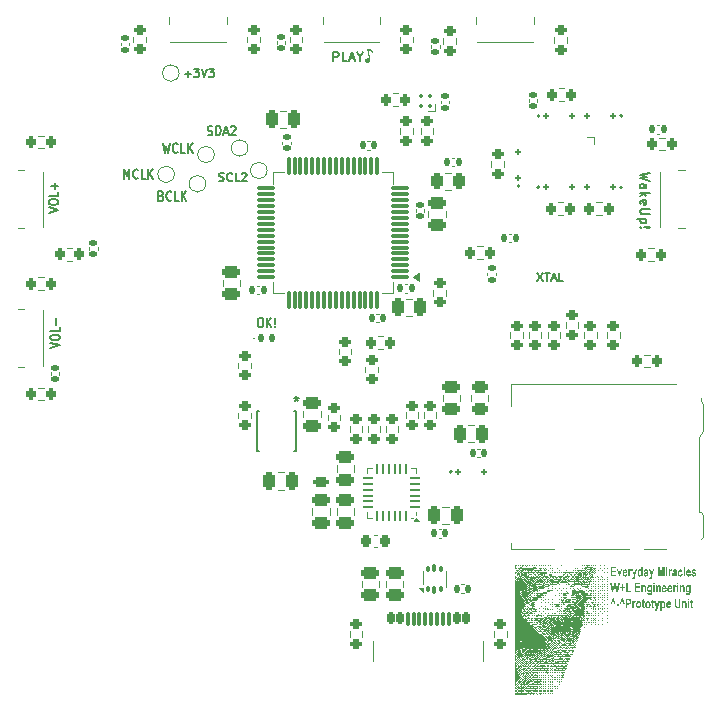
<source format=gbr>
%TF.GenerationSoftware,KiCad,Pcbnew,9.0.0*%
%TF.CreationDate,2025-03-31T19:39:25-04:00*%
%TF.ProjectId,nano405,6e616e6f-3430-4352-9e6b-696361645f70,A*%
%TF.SameCoordinates,Original*%
%TF.FileFunction,Legend,Top*%
%TF.FilePolarity,Positive*%
%FSLAX46Y46*%
G04 Gerber Fmt 4.6, Leading zero omitted, Abs format (unit mm)*
G04 Created by KiCad (PCBNEW 9.0.0) date 2025-03-31 19:39:25*
%MOMM*%
%LPD*%
G01*
G04 APERTURE LIST*
G04 Aperture macros list*
%AMRoundRect*
0 Rectangle with rounded corners*
0 $1 Rounding radius*
0 $2 $3 $4 $5 $6 $7 $8 $9 X,Y pos of 4 corners*
0 Add a 4 corners polygon primitive as box body*
4,1,4,$2,$3,$4,$5,$6,$7,$8,$9,$2,$3,0*
0 Add four circle primitives for the rounded corners*
1,1,$1+$1,$2,$3*
1,1,$1+$1,$4,$5*
1,1,$1+$1,$6,$7*
1,1,$1+$1,$8,$9*
0 Add four rect primitives between the rounded corners*
20,1,$1+$1,$2,$3,$4,$5,0*
20,1,$1+$1,$4,$5,$6,$7,0*
20,1,$1+$1,$6,$7,$8,$9,0*
20,1,$1+$1,$8,$9,$2,$3,0*%
G04 Aperture macros list end*
%ADD10C,0.150000*%
%ADD11C,0.120000*%
%ADD12C,0.191421*%
%ADD13C,0.100000*%
%ADD14C,0.000000*%
%ADD15C,0.152400*%
%ADD16RoundRect,0.200000X0.450000X-0.200000X0.450000X0.200000X-0.450000X0.200000X-0.450000X-0.200000X0*%
%ADD17O,1.300000X0.800000*%
%ADD18C,1.800000*%
%ADD19O,1.512000X2.820000*%
%ADD20O,2.820000X1.512000*%
%ADD21C,0.800000*%
%ADD22RoundRect,0.250000X-0.250000X-0.475000X0.250000X-0.475000X0.250000X0.475000X-0.250000X0.475000X0*%
%ADD23RoundRect,0.200000X0.200000X0.275000X-0.200000X0.275000X-0.200000X-0.275000X0.200000X-0.275000X0*%
%ADD24RoundRect,0.140000X0.170000X-0.140000X0.170000X0.140000X-0.170000X0.140000X-0.170000X-0.140000X0*%
%ADD25RoundRect,0.200000X-0.275000X0.200000X-0.275000X-0.200000X0.275000X-0.200000X0.275000X0.200000X0*%
%ADD26RoundRect,0.125000X0.125000X0.125000X-0.125000X0.125000X-0.125000X-0.125000X0.125000X-0.125000X0*%
%ADD27RoundRect,0.200000X-0.200000X-0.275000X0.200000X-0.275000X0.200000X0.275000X-0.200000X0.275000X0*%
%ADD28RoundRect,0.100000X0.100000X0.100000X-0.100000X0.100000X-0.100000X-0.100000X0.100000X-0.100000X0*%
%ADD29C,6.400000*%
%ADD30RoundRect,0.200000X0.275000X-0.200000X0.275000X0.200000X-0.275000X0.200000X-0.275000X-0.200000X0*%
%ADD31RoundRect,0.140000X0.140000X0.170000X-0.140000X0.170000X-0.140000X-0.170000X0.140000X-0.170000X0*%
%ADD32RoundRect,0.250000X-0.475000X0.250000X-0.475000X-0.250000X0.475000X-0.250000X0.475000X0.250000X0*%
%ADD33R,1.550000X1.000000*%
%ADD34C,0.990600*%
%ADD35C,0.787400*%
%ADD36RoundRect,0.140000X-0.140000X-0.170000X0.140000X-0.170000X0.140000X0.170000X-0.140000X0.170000X0*%
%ADD37RoundRect,0.140000X-0.170000X0.140000X-0.170000X-0.140000X0.170000X-0.140000X0.170000X0.140000X0*%
%ADD38RoundRect,0.093750X0.093750X-0.156250X0.093750X0.156250X-0.093750X0.156250X-0.093750X-0.156250X0*%
%ADD39RoundRect,0.075000X0.075000X-0.250000X0.075000X0.250000X-0.075000X0.250000X-0.075000X-0.250000X0*%
%ADD40RoundRect,0.250000X0.250000X0.475000X-0.250000X0.475000X-0.250000X-0.475000X0.250000X-0.475000X0*%
%ADD41C,0.650000*%
%ADD42RoundRect,0.150000X-0.150000X-0.350000X0.150000X-0.350000X0.150000X0.350000X-0.150000X0.350000X0*%
%ADD43RoundRect,0.075000X-0.075000X-0.500000X0.075000X-0.500000X0.075000X0.500000X-0.075000X0.500000X0*%
%ADD44O,1.000000X2.100000*%
%ADD45O,1.000000X1.800000*%
%ADD46RoundRect,0.250000X-0.450000X0.262500X-0.450000X-0.262500X0.450000X-0.262500X0.450000X0.262500X0*%
%ADD47RoundRect,0.125000X-0.125000X-0.125000X0.125000X-0.125000X0.125000X0.125000X-0.125000X0.125000X0*%
%ADD48R,1.000000X1.550000*%
%ADD49RoundRect,0.250000X0.262500X0.450000X-0.262500X0.450000X-0.262500X-0.450000X0.262500X-0.450000X0*%
%ADD50R,0.980000X3.400000*%
%ADD51R,1.200000X0.700000*%
%ADD52R,0.800000X1.000000*%
%ADD53R,1.200000X1.000000*%
%ADD54R,2.800000X1.000000*%
%ADD55R,1.900000X1.300000*%
%ADD56RoundRect,0.250000X0.475000X-0.250000X0.475000X0.250000X-0.475000X0.250000X-0.475000X-0.250000X0*%
%ADD57R,0.550000X1.600000*%
%ADD58RoundRect,0.062500X0.350000X0.062500X-0.350000X0.062500X-0.350000X-0.062500X0.350000X-0.062500X0*%
%ADD59RoundRect,0.062500X0.062500X0.350000X-0.062500X0.350000X-0.062500X-0.350000X0.062500X-0.350000X0*%
%ADD60R,2.700000X2.700000*%
%ADD61R,1.150000X1.400000*%
%ADD62RoundRect,0.225000X-0.225000X-0.250000X0.225000X-0.250000X0.225000X0.250000X-0.225000X0.250000X0*%
%ADD63R,0.330200X1.308100*%
%ADD64R,1.752600X1.447800*%
%ADD65RoundRect,0.075000X0.700000X0.075000X-0.700000X0.075000X-0.700000X-0.075000X0.700000X-0.075000X0*%
%ADD66RoundRect,0.075000X0.075000X0.700000X-0.075000X0.700000X-0.075000X-0.700000X0.075000X-0.700000X0*%
%ADD67RoundRect,0.125000X0.125000X-0.125000X0.125000X0.125000X-0.125000X0.125000X-0.125000X-0.125000X0*%
%ADD68RoundRect,0.147500X-0.147500X-0.172500X0.147500X-0.172500X0.147500X0.172500X-0.147500X0.172500X0*%
G04 APERTURE END LIST*
D10*
X108426315Y-58712295D02*
X108426315Y-57912295D01*
X108426315Y-57912295D02*
X108659649Y-58483723D01*
X108659649Y-58483723D02*
X108892982Y-57912295D01*
X108892982Y-57912295D02*
X108892982Y-58712295D01*
X109626315Y-58636104D02*
X109592982Y-58674200D01*
X109592982Y-58674200D02*
X109492982Y-58712295D01*
X109492982Y-58712295D02*
X109426315Y-58712295D01*
X109426315Y-58712295D02*
X109326315Y-58674200D01*
X109326315Y-58674200D02*
X109259649Y-58598009D01*
X109259649Y-58598009D02*
X109226315Y-58521819D01*
X109226315Y-58521819D02*
X109192982Y-58369438D01*
X109192982Y-58369438D02*
X109192982Y-58255152D01*
X109192982Y-58255152D02*
X109226315Y-58102771D01*
X109226315Y-58102771D02*
X109259649Y-58026580D01*
X109259649Y-58026580D02*
X109326315Y-57950390D01*
X109326315Y-57950390D02*
X109426315Y-57912295D01*
X109426315Y-57912295D02*
X109492982Y-57912295D01*
X109492982Y-57912295D02*
X109592982Y-57950390D01*
X109592982Y-57950390D02*
X109626315Y-57988485D01*
X110259649Y-58712295D02*
X109926315Y-58712295D01*
X109926315Y-58712295D02*
X109926315Y-57912295D01*
X110492982Y-58712295D02*
X110492982Y-57912295D01*
X110892982Y-58712295D02*
X110592982Y-58255152D01*
X110892982Y-57912295D02*
X110492982Y-58369438D01*
G36*
X129037884Y-47754557D02*
G01*
X129068552Y-47749150D01*
X129196433Y-47730364D01*
X129253835Y-47728160D01*
X129317836Y-47741167D01*
X129376998Y-47770505D01*
X129415378Y-47804171D01*
X129451165Y-47856086D01*
X129478013Y-47918123D01*
X129497572Y-47996486D01*
X129512230Y-48079614D01*
X129432349Y-48093699D01*
X129426229Y-48058990D01*
X129411019Y-48008146D01*
X129386784Y-47969891D01*
X129352742Y-47941384D01*
X129308189Y-47923334D01*
X129243570Y-47914934D01*
X129172881Y-47920556D01*
X129150295Y-47924539D01*
X129269160Y-48598654D01*
X129278015Y-48691620D01*
X129270161Y-48755394D01*
X129255255Y-48792207D01*
X129231211Y-48826307D01*
X129196702Y-48858226D01*
X129135580Y-48894188D01*
X129065219Y-48915115D01*
X129007496Y-48919121D01*
X128958930Y-48910407D01*
X128917196Y-48890026D01*
X128882747Y-48859043D01*
X128858089Y-48819267D01*
X128842971Y-48768667D01*
X128840387Y-48713559D01*
X128852327Y-48663115D01*
X128879191Y-48615408D01*
X128917622Y-48576177D01*
X128966957Y-48547478D01*
X129029711Y-48529345D01*
X129094955Y-48526645D01*
X129176674Y-48541675D01*
X129037884Y-47754557D01*
G37*
X143434649Y-66666033D02*
X143901315Y-67366033D01*
X143901315Y-66666033D02*
X143434649Y-67366033D01*
X144067982Y-66666033D02*
X144467982Y-66666033D01*
X144267982Y-67366033D02*
X144267982Y-66666033D01*
X144667982Y-67166033D02*
X145001315Y-67166033D01*
X144601315Y-67366033D02*
X144834649Y-66666033D01*
X144834649Y-66666033D02*
X145067982Y-67366033D01*
X145634649Y-67366033D02*
X145301315Y-67366033D01*
X145301315Y-67366033D02*
X145301315Y-66666033D01*
X113565350Y-49849366D02*
X114098684Y-49849366D01*
X113832017Y-50116033D02*
X113832017Y-49582700D01*
X114365351Y-49416033D02*
X114798684Y-49416033D01*
X114798684Y-49416033D02*
X114565351Y-49682700D01*
X114565351Y-49682700D02*
X114665351Y-49682700D01*
X114665351Y-49682700D02*
X114732017Y-49716033D01*
X114732017Y-49716033D02*
X114765351Y-49749366D01*
X114765351Y-49749366D02*
X114798684Y-49816033D01*
X114798684Y-49816033D02*
X114798684Y-49982700D01*
X114798684Y-49982700D02*
X114765351Y-50049366D01*
X114765351Y-50049366D02*
X114732017Y-50082700D01*
X114732017Y-50082700D02*
X114665351Y-50116033D01*
X114665351Y-50116033D02*
X114465351Y-50116033D01*
X114465351Y-50116033D02*
X114398684Y-50082700D01*
X114398684Y-50082700D02*
X114365351Y-50049366D01*
X114998684Y-49416033D02*
X115232018Y-50116033D01*
X115232018Y-50116033D02*
X115465351Y-49416033D01*
X115632018Y-49416033D02*
X116065351Y-49416033D01*
X116065351Y-49416033D02*
X115832018Y-49682700D01*
X115832018Y-49682700D02*
X115932018Y-49682700D01*
X115932018Y-49682700D02*
X115998684Y-49716033D01*
X115998684Y-49716033D02*
X116032018Y-49749366D01*
X116032018Y-49749366D02*
X116065351Y-49816033D01*
X116065351Y-49816033D02*
X116065351Y-49982700D01*
X116065351Y-49982700D02*
X116032018Y-50049366D01*
X116032018Y-50049366D02*
X115998684Y-50082700D01*
X115998684Y-50082700D02*
X115932018Y-50116033D01*
X115932018Y-50116033D02*
X115732018Y-50116033D01*
X115732018Y-50116033D02*
X115665351Y-50082700D01*
X115665351Y-50082700D02*
X115632018Y-50049366D01*
X111709649Y-55712295D02*
X111876315Y-56512295D01*
X111876315Y-56512295D02*
X112009649Y-55940866D01*
X112009649Y-55940866D02*
X112142982Y-56512295D01*
X112142982Y-56512295D02*
X112309649Y-55712295D01*
X112976315Y-56436104D02*
X112942982Y-56474200D01*
X112942982Y-56474200D02*
X112842982Y-56512295D01*
X112842982Y-56512295D02*
X112776315Y-56512295D01*
X112776315Y-56512295D02*
X112676315Y-56474200D01*
X112676315Y-56474200D02*
X112609649Y-56398009D01*
X112609649Y-56398009D02*
X112576315Y-56321819D01*
X112576315Y-56321819D02*
X112542982Y-56169438D01*
X112542982Y-56169438D02*
X112542982Y-56055152D01*
X112542982Y-56055152D02*
X112576315Y-55902771D01*
X112576315Y-55902771D02*
X112609649Y-55826580D01*
X112609649Y-55826580D02*
X112676315Y-55750390D01*
X112676315Y-55750390D02*
X112776315Y-55712295D01*
X112776315Y-55712295D02*
X112842982Y-55712295D01*
X112842982Y-55712295D02*
X112942982Y-55750390D01*
X112942982Y-55750390D02*
X112976315Y-55788485D01*
X113609649Y-56512295D02*
X113276315Y-56512295D01*
X113276315Y-56512295D02*
X113276315Y-55712295D01*
X113842982Y-56512295D02*
X113842982Y-55712295D01*
X114242982Y-56512295D02*
X113942982Y-56055152D01*
X114242982Y-55712295D02*
X113842982Y-56169438D01*
X111584649Y-60168247D02*
X111684649Y-60206342D01*
X111684649Y-60206342D02*
X111717982Y-60244438D01*
X111717982Y-60244438D02*
X111751315Y-60320628D01*
X111751315Y-60320628D02*
X111751315Y-60434914D01*
X111751315Y-60434914D02*
X111717982Y-60511104D01*
X111717982Y-60511104D02*
X111684649Y-60549200D01*
X111684649Y-60549200D02*
X111617982Y-60587295D01*
X111617982Y-60587295D02*
X111351315Y-60587295D01*
X111351315Y-60587295D02*
X111351315Y-59787295D01*
X111351315Y-59787295D02*
X111584649Y-59787295D01*
X111584649Y-59787295D02*
X111651315Y-59825390D01*
X111651315Y-59825390D02*
X111684649Y-59863485D01*
X111684649Y-59863485D02*
X111717982Y-59939676D01*
X111717982Y-59939676D02*
X111717982Y-60015866D01*
X111717982Y-60015866D02*
X111684649Y-60092057D01*
X111684649Y-60092057D02*
X111651315Y-60130152D01*
X111651315Y-60130152D02*
X111584649Y-60168247D01*
X111584649Y-60168247D02*
X111351315Y-60168247D01*
X112451315Y-60511104D02*
X112417982Y-60549200D01*
X112417982Y-60549200D02*
X112317982Y-60587295D01*
X112317982Y-60587295D02*
X112251315Y-60587295D01*
X112251315Y-60587295D02*
X112151315Y-60549200D01*
X112151315Y-60549200D02*
X112084649Y-60473009D01*
X112084649Y-60473009D02*
X112051315Y-60396819D01*
X112051315Y-60396819D02*
X112017982Y-60244438D01*
X112017982Y-60244438D02*
X112017982Y-60130152D01*
X112017982Y-60130152D02*
X112051315Y-59977771D01*
X112051315Y-59977771D02*
X112084649Y-59901580D01*
X112084649Y-59901580D02*
X112151315Y-59825390D01*
X112151315Y-59825390D02*
X112251315Y-59787295D01*
X112251315Y-59787295D02*
X112317982Y-59787295D01*
X112317982Y-59787295D02*
X112417982Y-59825390D01*
X112417982Y-59825390D02*
X112451315Y-59863485D01*
X113084649Y-60587295D02*
X112751315Y-60587295D01*
X112751315Y-60587295D02*
X112751315Y-59787295D01*
X113317982Y-60587295D02*
X113317982Y-59787295D01*
X113717982Y-60587295D02*
X113417982Y-60130152D01*
X113717982Y-59787295D02*
X113317982Y-60244438D01*
X116484648Y-58882700D02*
X116584648Y-58916033D01*
X116584648Y-58916033D02*
X116751315Y-58916033D01*
X116751315Y-58916033D02*
X116817981Y-58882700D01*
X116817981Y-58882700D02*
X116851315Y-58849366D01*
X116851315Y-58849366D02*
X116884648Y-58782700D01*
X116884648Y-58782700D02*
X116884648Y-58716033D01*
X116884648Y-58716033D02*
X116851315Y-58649366D01*
X116851315Y-58649366D02*
X116817981Y-58616033D01*
X116817981Y-58616033D02*
X116751315Y-58582700D01*
X116751315Y-58582700D02*
X116617981Y-58549366D01*
X116617981Y-58549366D02*
X116551315Y-58516033D01*
X116551315Y-58516033D02*
X116517981Y-58482700D01*
X116517981Y-58482700D02*
X116484648Y-58416033D01*
X116484648Y-58416033D02*
X116484648Y-58349366D01*
X116484648Y-58349366D02*
X116517981Y-58282700D01*
X116517981Y-58282700D02*
X116551315Y-58249366D01*
X116551315Y-58249366D02*
X116617981Y-58216033D01*
X116617981Y-58216033D02*
X116784648Y-58216033D01*
X116784648Y-58216033D02*
X116884648Y-58249366D01*
X117584648Y-58849366D02*
X117551315Y-58882700D01*
X117551315Y-58882700D02*
X117451315Y-58916033D01*
X117451315Y-58916033D02*
X117384648Y-58916033D01*
X117384648Y-58916033D02*
X117284648Y-58882700D01*
X117284648Y-58882700D02*
X117217982Y-58816033D01*
X117217982Y-58816033D02*
X117184648Y-58749366D01*
X117184648Y-58749366D02*
X117151315Y-58616033D01*
X117151315Y-58616033D02*
X117151315Y-58516033D01*
X117151315Y-58516033D02*
X117184648Y-58382700D01*
X117184648Y-58382700D02*
X117217982Y-58316033D01*
X117217982Y-58316033D02*
X117284648Y-58249366D01*
X117284648Y-58249366D02*
X117384648Y-58216033D01*
X117384648Y-58216033D02*
X117451315Y-58216033D01*
X117451315Y-58216033D02*
X117551315Y-58249366D01*
X117551315Y-58249366D02*
X117584648Y-58282700D01*
X118217982Y-58916033D02*
X117884648Y-58916033D01*
X117884648Y-58916033D02*
X117884648Y-58216033D01*
X118417982Y-58282700D02*
X118451315Y-58249366D01*
X118451315Y-58249366D02*
X118517982Y-58216033D01*
X118517982Y-58216033D02*
X118684649Y-58216033D01*
X118684649Y-58216033D02*
X118751315Y-58249366D01*
X118751315Y-58249366D02*
X118784649Y-58282700D01*
X118784649Y-58282700D02*
X118817982Y-58349366D01*
X118817982Y-58349366D02*
X118817982Y-58416033D01*
X118817982Y-58416033D02*
X118784649Y-58516033D01*
X118784649Y-58516033D02*
X118384649Y-58916033D01*
X118384649Y-58916033D02*
X118817982Y-58916033D01*
X115526315Y-55024200D02*
X115626315Y-55062295D01*
X115626315Y-55062295D02*
X115792982Y-55062295D01*
X115792982Y-55062295D02*
X115859648Y-55024200D01*
X115859648Y-55024200D02*
X115892982Y-54986104D01*
X115892982Y-54986104D02*
X115926315Y-54909914D01*
X115926315Y-54909914D02*
X115926315Y-54833723D01*
X115926315Y-54833723D02*
X115892982Y-54757533D01*
X115892982Y-54757533D02*
X115859648Y-54719438D01*
X115859648Y-54719438D02*
X115792982Y-54681342D01*
X115792982Y-54681342D02*
X115659648Y-54643247D01*
X115659648Y-54643247D02*
X115592982Y-54605152D01*
X115592982Y-54605152D02*
X115559648Y-54567057D01*
X115559648Y-54567057D02*
X115526315Y-54490866D01*
X115526315Y-54490866D02*
X115526315Y-54414676D01*
X115526315Y-54414676D02*
X115559648Y-54338485D01*
X115559648Y-54338485D02*
X115592982Y-54300390D01*
X115592982Y-54300390D02*
X115659648Y-54262295D01*
X115659648Y-54262295D02*
X115826315Y-54262295D01*
X115826315Y-54262295D02*
X115926315Y-54300390D01*
X116226315Y-55062295D02*
X116226315Y-54262295D01*
X116226315Y-54262295D02*
X116392982Y-54262295D01*
X116392982Y-54262295D02*
X116492982Y-54300390D01*
X116492982Y-54300390D02*
X116559649Y-54376580D01*
X116559649Y-54376580D02*
X116592982Y-54452771D01*
X116592982Y-54452771D02*
X116626315Y-54605152D01*
X116626315Y-54605152D02*
X116626315Y-54719438D01*
X116626315Y-54719438D02*
X116592982Y-54871819D01*
X116592982Y-54871819D02*
X116559649Y-54948009D01*
X116559649Y-54948009D02*
X116492982Y-55024200D01*
X116492982Y-55024200D02*
X116392982Y-55062295D01*
X116392982Y-55062295D02*
X116226315Y-55062295D01*
X116892982Y-54833723D02*
X117226315Y-54833723D01*
X116826315Y-55062295D02*
X117059649Y-54262295D01*
X117059649Y-54262295D02*
X117292982Y-55062295D01*
X117492982Y-54338485D02*
X117526315Y-54300390D01*
X117526315Y-54300390D02*
X117592982Y-54262295D01*
X117592982Y-54262295D02*
X117759649Y-54262295D01*
X117759649Y-54262295D02*
X117826315Y-54300390D01*
X117826315Y-54300390D02*
X117859649Y-54338485D01*
X117859649Y-54338485D02*
X117892982Y-54414676D01*
X117892982Y-54414676D02*
X117892982Y-54490866D01*
X117892982Y-54490866D02*
X117859649Y-54605152D01*
X117859649Y-54605152D02*
X117459649Y-55062295D01*
X117459649Y-55062295D02*
X117892982Y-55062295D01*
D11*
G36*
X149661072Y-92388000D02*
G01*
X149661072Y-91584538D01*
X150106608Y-91584538D01*
X150106608Y-91718969D01*
X149782376Y-91718969D01*
X149782376Y-91897169D01*
X150084040Y-91897169D01*
X150084040Y-92031600D01*
X149782376Y-92031600D01*
X149782376Y-92253568D01*
X150118075Y-92253568D01*
X150118075Y-92388000D01*
X149661072Y-92388000D01*
G37*
G36*
X150339726Y-92388000D02*
G01*
X150164310Y-91806506D01*
X150285211Y-91806506D01*
X150367203Y-92103261D01*
X150390980Y-92202375D01*
X150402850Y-92152549D01*
X150415160Y-92103261D01*
X150497958Y-91806506D01*
X150616404Y-91806506D01*
X150443443Y-92388000D01*
X150339726Y-92388000D01*
G37*
G36*
X150900231Y-91796660D02*
G01*
X150940811Y-91813140D01*
X150975729Y-91839769D01*
X151005922Y-91877043D01*
X151024569Y-91911771D01*
X151039655Y-91954039D01*
X151050929Y-92005203D01*
X151057853Y-92066906D01*
X151059631Y-92141021D01*
X150771083Y-92141021D01*
X150775080Y-92185066D01*
X150784541Y-92219711D01*
X150798963Y-92246974D01*
X150818232Y-92268050D01*
X150840073Y-92280542D01*
X150865348Y-92284831D01*
X150890681Y-92279840D01*
X150910851Y-92265585D01*
X150926401Y-92241880D01*
X150938731Y-92203547D01*
X151053476Y-92228558D01*
X151035278Y-92282465D01*
X151012004Y-92325362D01*
X150983574Y-92358886D01*
X150950248Y-92383114D01*
X150910892Y-92398269D01*
X150864103Y-92403631D01*
X150818571Y-92399129D01*
X150780067Y-92386431D01*
X150747389Y-92366309D01*
X150719600Y-92338906D01*
X150696088Y-92303736D01*
X150677817Y-92262646D01*
X150664398Y-92215934D01*
X150655989Y-92162650D01*
X150653040Y-92101649D01*
X150656011Y-92047232D01*
X150773135Y-92047232D01*
X150945289Y-92047232D01*
X150941467Y-92003464D01*
X150932641Y-91970076D01*
X150919460Y-91944748D01*
X150901700Y-91925108D01*
X150882000Y-91913592D01*
X150859633Y-91909674D01*
X150835721Y-91913869D01*
X150815237Y-91926070D01*
X150797315Y-91946702D01*
X150784122Y-91973138D01*
X150775906Y-92006050D01*
X150773135Y-92047232D01*
X150656011Y-92047232D01*
X150657015Y-92028837D01*
X150668176Y-91967812D01*
X150685771Y-91916542D01*
X150709607Y-91873429D01*
X150739918Y-91837157D01*
X150773363Y-91811677D01*
X150810610Y-91796209D01*
X150852636Y-91790875D01*
X150900231Y-91796660D01*
G37*
G36*
X151263513Y-92388000D02*
G01*
X151148328Y-92388000D01*
X151148328Y-91806506D01*
X151255307Y-91806506D01*
X151255307Y-91889011D01*
X151283568Y-91836807D01*
X151304692Y-91810707D01*
X151327960Y-91795894D01*
X151354481Y-91790875D01*
X151380142Y-91794024D01*
X151405297Y-91803534D01*
X151430319Y-91819793D01*
X151394672Y-91953540D01*
X151365458Y-91934190D01*
X151340560Y-91928432D01*
X151317919Y-91933047D01*
X151299563Y-91946360D01*
X151285510Y-91969235D01*
X151273148Y-92011084D01*
X151266629Y-92070568D01*
X151263513Y-92207260D01*
X151263513Y-92388000D01*
G37*
G36*
X151425263Y-91806506D02*
G01*
X151547812Y-91806506D01*
X151651896Y-92220400D01*
X151753562Y-91806506D01*
X151872814Y-91806506D01*
X151719124Y-92366457D01*
X151691683Y-92469479D01*
X151675898Y-92516815D01*
X151662777Y-92546953D01*
X151647798Y-92571489D01*
X151631196Y-92590379D01*
X151611929Y-92604836D01*
X151587342Y-92616318D01*
X151560380Y-92623160D01*
X151528541Y-92625599D01*
X151495595Y-92623283D01*
X151463365Y-92616367D01*
X151453107Y-92496492D01*
X151479582Y-92501989D01*
X151501870Y-92503673D01*
X151527568Y-92499738D01*
X151546851Y-92488981D01*
X151561294Y-92471921D01*
X151577893Y-92437008D01*
X151590823Y-92391126D01*
X151425263Y-91806506D01*
G37*
G36*
X152345570Y-92388000D02*
G01*
X152238592Y-92388000D01*
X152238592Y-92302759D01*
X152219363Y-92333788D01*
X152198439Y-92358700D01*
X152175687Y-92378083D01*
X152138782Y-92397410D01*
X152102524Y-92403631D01*
X152066509Y-92398582D01*
X152033574Y-92383694D01*
X152002923Y-92358646D01*
X151974040Y-92322200D01*
X151951639Y-92279869D01*
X151934981Y-92229081D01*
X151924351Y-92168171D01*
X151920551Y-92095055D01*
X151920989Y-92086360D01*
X152038190Y-92086360D01*
X152040868Y-92149728D01*
X152047744Y-92193848D01*
X152057461Y-92223526D01*
X152073318Y-92251080D01*
X152091255Y-92269811D01*
X152111657Y-92280982D01*
X152135314Y-92284831D01*
X152160239Y-92279840D01*
X152182492Y-92264940D01*
X152202944Y-92238865D01*
X152217524Y-92206057D01*
X152227203Y-92161438D01*
X152230825Y-92101454D01*
X152227140Y-92033950D01*
X152217589Y-91986722D01*
X152203750Y-91954566D01*
X152183792Y-91929396D01*
X152161047Y-91914698D01*
X152134508Y-91909674D01*
X152108708Y-91914577D01*
X152086128Y-91929041D01*
X152065851Y-91953980D01*
X152051358Y-91985660D01*
X152041771Y-92028648D01*
X152038190Y-92086360D01*
X151920989Y-92086360D01*
X151924341Y-92019835D01*
X151934826Y-91958566D01*
X151951052Y-91908770D01*
X151972611Y-91868446D01*
X152000582Y-91834286D01*
X152031376Y-91810360D01*
X152065603Y-91795866D01*
X152104173Y-91790875D01*
X152139151Y-91795848D01*
X152171388Y-91810566D01*
X152201646Y-91835436D01*
X152230422Y-91871768D01*
X152230422Y-91584538D01*
X152345570Y-91584538D01*
X152345570Y-92388000D01*
G37*
G36*
X152680976Y-91794224D02*
G01*
X152718130Y-91802932D01*
X152744101Y-91815348D01*
X152767760Y-91834081D01*
X152785099Y-91854773D01*
X152797187Y-91877483D01*
X152804691Y-91903980D01*
X152810306Y-91947785D01*
X152812575Y-92015773D01*
X152811366Y-92196122D01*
X152813009Y-92268010D01*
X152816898Y-92309646D01*
X152824548Y-92346421D01*
X152837597Y-92388000D01*
X152723658Y-92388000D01*
X152712594Y-92343254D01*
X152708490Y-92325473D01*
X152677475Y-92360119D01*
X152645366Y-92384092D01*
X152610808Y-92398699D01*
X152573632Y-92403631D01*
X152540178Y-92400235D01*
X152511940Y-92390659D01*
X152488007Y-92375468D01*
X152467679Y-92354734D01*
X152450726Y-92328648D01*
X152438761Y-92299775D01*
X152431473Y-92267535D01*
X152428954Y-92231098D01*
X152429990Y-92214587D01*
X152544103Y-92214587D01*
X152546103Y-92235217D01*
X152552015Y-92253686D01*
X152562128Y-92270616D01*
X152575079Y-92283605D01*
X152590172Y-92291469D01*
X152608033Y-92294210D01*
X152628157Y-92291256D01*
X152647833Y-92282290D01*
X152667458Y-92266757D01*
X152684964Y-92243235D01*
X152694935Y-92215711D01*
X152698021Y-92191501D01*
X152699441Y-92140484D01*
X152699441Y-92109758D01*
X152629356Y-92133352D01*
X152585799Y-92148673D01*
X152566634Y-92160267D01*
X152553829Y-92176300D01*
X152546549Y-92194143D01*
X152544103Y-92214587D01*
X152429990Y-92214587D01*
X152430980Y-92198807D01*
X152436878Y-92169610D01*
X152446577Y-92142926D01*
X152459846Y-92119194D01*
X152476190Y-92099519D01*
X152495963Y-92083624D01*
X152531521Y-92065603D01*
X152587554Y-92047623D01*
X152661869Y-92025921D01*
X152699441Y-92009716D01*
X152699441Y-91993987D01*
X152697289Y-91964442D01*
X152691610Y-91943561D01*
X152683028Y-91929067D01*
X152671019Y-91919417D01*
X152651448Y-91912458D01*
X152621149Y-91909674D01*
X152592644Y-91914250D01*
X152573192Y-91926332D01*
X152558463Y-91947537D01*
X152545348Y-91984706D01*
X152440825Y-91959695D01*
X152456168Y-91905194D01*
X152476424Y-91863476D01*
X152501458Y-91832249D01*
X152523304Y-91815507D01*
X152551015Y-91802546D01*
X152585868Y-91794001D01*
X152629356Y-91790875D01*
X152680976Y-91794224D01*
G37*
G36*
X152871376Y-91806506D02*
G01*
X152993925Y-91806506D01*
X153098009Y-92220400D01*
X153199675Y-91806506D01*
X153318927Y-91806506D01*
X153165237Y-92366457D01*
X153137796Y-92469479D01*
X153122011Y-92516815D01*
X153108890Y-92546953D01*
X153093911Y-92571489D01*
X153077309Y-92590379D01*
X153058042Y-92604836D01*
X153033456Y-92616318D01*
X153006493Y-92623160D01*
X152974654Y-92625599D01*
X152941708Y-92623283D01*
X152909478Y-92616367D01*
X152899220Y-92496492D01*
X152925695Y-92501989D01*
X152947983Y-92503673D01*
X152973681Y-92499738D01*
X152992964Y-92488981D01*
X153007407Y-92471921D01*
X153024006Y-92437008D01*
X153036936Y-92391126D01*
X152871376Y-91806506D01*
G37*
G36*
X153624951Y-92388000D02*
G01*
X153624951Y-91584538D01*
X153806521Y-91584538D01*
X153915551Y-92132619D01*
X154023335Y-91584538D01*
X154205345Y-91584538D01*
X154205345Y-92388000D01*
X154092615Y-92388000D01*
X154092615Y-91755557D01*
X153973363Y-92388000D01*
X153856530Y-92388000D01*
X153737681Y-91755557D01*
X153737681Y-92388000D01*
X153624951Y-92388000D01*
G37*
G36*
X154325109Y-91725222D02*
G01*
X154325109Y-91584538D01*
X154440258Y-91584538D01*
X154440258Y-91725222D01*
X154325109Y-91725222D01*
G37*
G36*
X154325109Y-92388000D02*
G01*
X154325109Y-91806506D01*
X154440258Y-91806506D01*
X154440258Y-92388000D01*
X154325109Y-92388000D01*
G37*
G36*
X154668649Y-92388000D02*
G01*
X154553464Y-92388000D01*
X154553464Y-91806506D01*
X154660443Y-91806506D01*
X154660443Y-91889011D01*
X154688704Y-91836807D01*
X154709829Y-91810707D01*
X154733096Y-91795894D01*
X154759617Y-91790875D01*
X154785278Y-91794024D01*
X154810433Y-91803534D01*
X154835455Y-91819793D01*
X154799808Y-91953540D01*
X154770594Y-91934190D01*
X154745696Y-91928432D01*
X154723055Y-91933047D01*
X154704699Y-91946360D01*
X154690646Y-91969235D01*
X154678285Y-92011084D01*
X154671765Y-92070568D01*
X154668649Y-92207260D01*
X154668649Y-92388000D01*
G37*
G36*
X155106601Y-91794224D02*
G01*
X155143755Y-91802932D01*
X155169726Y-91815348D01*
X155193384Y-91834081D01*
X155210724Y-91854773D01*
X155222812Y-91877483D01*
X155230316Y-91903980D01*
X155235931Y-91947785D01*
X155238199Y-92015773D01*
X155236990Y-92196122D01*
X155238634Y-92268010D01*
X155242522Y-92309646D01*
X155250172Y-92346421D01*
X155263222Y-92388000D01*
X155149282Y-92388000D01*
X155138218Y-92343254D01*
X155134115Y-92325473D01*
X155103100Y-92360119D01*
X155070990Y-92384092D01*
X155036432Y-92398699D01*
X154999256Y-92403631D01*
X154965803Y-92400235D01*
X154937564Y-92390659D01*
X154913631Y-92375468D01*
X154893304Y-92354734D01*
X154876350Y-92328648D01*
X154864386Y-92299775D01*
X154857097Y-92267535D01*
X154854579Y-92231098D01*
X154855615Y-92214587D01*
X154969727Y-92214587D01*
X154971728Y-92235217D01*
X154977640Y-92253686D01*
X154987752Y-92270616D01*
X155000704Y-92283605D01*
X155015797Y-92291469D01*
X155033658Y-92294210D01*
X155053782Y-92291256D01*
X155073458Y-92282290D01*
X155093082Y-92266757D01*
X155110589Y-92243235D01*
X155120560Y-92215711D01*
X155123645Y-92191501D01*
X155125066Y-92140484D01*
X155125066Y-92109758D01*
X155054980Y-92133352D01*
X155011424Y-92148673D01*
X154992259Y-92160267D01*
X154979454Y-92176300D01*
X154972173Y-92194143D01*
X154969727Y-92214587D01*
X154855615Y-92214587D01*
X154856605Y-92198807D01*
X154862503Y-92169610D01*
X154872201Y-92142926D01*
X154885470Y-92119194D01*
X154901814Y-92099519D01*
X154921587Y-92083624D01*
X154957146Y-92065603D01*
X155013178Y-92047623D01*
X155087494Y-92025921D01*
X155125066Y-92009716D01*
X155125066Y-91993987D01*
X155122914Y-91964442D01*
X155117234Y-91943561D01*
X155108653Y-91929067D01*
X155096644Y-91919417D01*
X155077073Y-91912458D01*
X155046774Y-91909674D01*
X155018268Y-91914250D01*
X154998817Y-91926332D01*
X154984088Y-91947537D01*
X154970973Y-91984706D01*
X154866449Y-91959695D01*
X154881792Y-91905194D01*
X154902049Y-91863476D01*
X154927083Y-91832249D01*
X154948929Y-91815507D01*
X154976640Y-91802546D01*
X155011492Y-91794001D01*
X155054980Y-91790875D01*
X155106601Y-91794224D01*
G37*
G36*
X155731032Y-91972200D02*
G01*
X155617496Y-92000337D01*
X155611698Y-91971566D01*
X155602956Y-91949377D01*
X155591448Y-91932487D01*
X155577071Y-91920115D01*
X155559776Y-91912410D01*
X155538801Y-91909674D01*
X155511518Y-91914371D01*
X155489013Y-91927816D01*
X155470144Y-91950219D01*
X155457078Y-91979439D01*
X155448037Y-92022914D01*
X155444535Y-92085725D01*
X155448154Y-92155911D01*
X155457402Y-92203662D01*
X155470547Y-92235006D01*
X155489874Y-92259197D01*
X155512785Y-92273580D01*
X155540450Y-92278579D01*
X155561574Y-92275586D01*
X155579215Y-92267080D01*
X155594122Y-92253226D01*
X155605719Y-92234406D01*
X155615726Y-92206316D01*
X155623651Y-92166032D01*
X155736784Y-92191042D01*
X155725284Y-92242774D01*
X155710059Y-92285691D01*
X155691358Y-92321088D01*
X155669153Y-92349946D01*
X155643322Y-92372531D01*
X155612966Y-92389260D01*
X155577248Y-92399866D01*
X155535137Y-92403631D01*
X155488200Y-92398173D01*
X155447943Y-92382611D01*
X155413120Y-92357501D01*
X155382840Y-92322494D01*
X155358891Y-92280001D01*
X155341247Y-92229508D01*
X155330069Y-92169443D01*
X155326090Y-92097790D01*
X155330102Y-92025264D01*
X155341351Y-91964742D01*
X155359065Y-91914124D01*
X155383060Y-91871768D01*
X155413404Y-91836968D01*
X155448517Y-91811922D01*
X155489335Y-91796350D01*
X155537152Y-91790875D01*
X155577319Y-91794071D01*
X155611158Y-91803025D01*
X155639649Y-91817018D01*
X155663621Y-91835669D01*
X155691126Y-91869420D01*
X155713628Y-91914171D01*
X155731032Y-91972200D01*
G37*
G36*
X155818117Y-92388000D02*
G01*
X155818117Y-91584538D01*
X155933265Y-91584538D01*
X155933265Y-92388000D01*
X155818117Y-92388000D01*
G37*
G36*
X156264976Y-91796660D02*
G01*
X156305556Y-91813140D01*
X156340474Y-91839769D01*
X156370668Y-91877043D01*
X156389314Y-91911771D01*
X156404400Y-91954039D01*
X156415674Y-92005203D01*
X156422599Y-92066906D01*
X156424377Y-92141021D01*
X156135828Y-92141021D01*
X156139825Y-92185066D01*
X156149287Y-92219711D01*
X156163709Y-92246974D01*
X156182977Y-92268050D01*
X156204819Y-92280542D01*
X156230094Y-92284831D01*
X156255426Y-92279840D01*
X156275596Y-92265585D01*
X156291146Y-92241880D01*
X156303476Y-92203547D01*
X156418222Y-92228558D01*
X156400024Y-92282465D01*
X156376749Y-92325362D01*
X156348319Y-92358886D01*
X156314994Y-92383114D01*
X156275637Y-92398269D01*
X156228848Y-92403631D01*
X156183317Y-92399129D01*
X156144812Y-92386431D01*
X156112135Y-92366309D01*
X156084345Y-92338906D01*
X156060833Y-92303736D01*
X156042562Y-92262646D01*
X156029143Y-92215934D01*
X156020735Y-92162650D01*
X156017786Y-92101649D01*
X156020757Y-92047232D01*
X156137880Y-92047232D01*
X156310034Y-92047232D01*
X156306212Y-92003464D01*
X156297386Y-91970076D01*
X156284206Y-91944748D01*
X156266445Y-91925108D01*
X156246745Y-91913592D01*
X156224378Y-91909674D01*
X156200466Y-91913869D01*
X156179982Y-91926070D01*
X156162060Y-91946702D01*
X156148867Y-91973138D01*
X156140651Y-92006050D01*
X156137880Y-92047232D01*
X156020757Y-92047232D01*
X156021761Y-92028837D01*
X156032921Y-91967812D01*
X156050516Y-91916542D01*
X156074352Y-91873429D01*
X156104663Y-91837157D01*
X156138109Y-91811677D01*
X156175355Y-91796209D01*
X156217381Y-91790875D01*
X156264976Y-91796660D01*
G37*
G36*
X156477426Y-92222305D02*
G01*
X156593014Y-92203547D01*
X156599909Y-92231732D01*
X156609888Y-92253913D01*
X156622909Y-92271154D01*
X156638863Y-92283364D01*
X156659483Y-92291299D01*
X156686034Y-92294210D01*
X156715490Y-92291278D01*
X156737316Y-92283478D01*
X156753262Y-92271838D01*
X156764611Y-92253628D01*
X156768429Y-92229974D01*
X156766319Y-92213386D01*
X156760223Y-92200323D01*
X156748586Y-92190846D01*
X156721718Y-92179660D01*
X156627058Y-92147547D01*
X156572624Y-92122522D01*
X156545057Y-92103457D01*
X156522209Y-92076985D01*
X156506353Y-92046709D01*
X156496741Y-92011885D01*
X156493400Y-91971224D01*
X156496218Y-91934404D01*
X156504464Y-91901258D01*
X156518216Y-91870940D01*
X156538060Y-91842898D01*
X156561152Y-91821769D01*
X156590861Y-91805518D01*
X156628727Y-91794806D01*
X156676618Y-91790875D01*
X156722738Y-91793927D01*
X156759127Y-91802201D01*
X156787513Y-91814603D01*
X156809389Y-91830393D01*
X156834922Y-91860266D01*
X156854835Y-91898653D01*
X156869253Y-91947190D01*
X156760662Y-91975327D01*
X156750321Y-91942715D01*
X156734211Y-91919639D01*
X156720475Y-91909464D01*
X156702366Y-91902772D01*
X156678670Y-91900295D01*
X156648283Y-91902714D01*
X156627373Y-91908904D01*
X156613494Y-91917637D01*
X156603579Y-91931908D01*
X156600378Y-91949437D01*
X156603141Y-91964710D01*
X156611845Y-91977965D01*
X156636968Y-91992728D01*
X156719446Y-92022124D01*
X156780572Y-92045190D01*
X156821726Y-92068544D01*
X156847930Y-92091489D01*
X156867658Y-92122037D01*
X156879731Y-92159796D01*
X156884017Y-92206967D01*
X156880931Y-92245641D01*
X156871814Y-92281126D01*
X156856438Y-92314277D01*
X156834009Y-92345648D01*
X156808116Y-92369509D01*
X156775799Y-92387600D01*
X156735671Y-92399361D01*
X156686034Y-92403631D01*
X156641047Y-92400128D01*
X156603308Y-92390338D01*
X156571691Y-92375086D01*
X156545240Y-92354831D01*
X156521480Y-92328139D01*
X156502456Y-92297475D01*
X156487801Y-92262424D01*
X156477426Y-92222305D01*
G37*
G36*
X149746325Y-93732000D02*
G01*
X149602857Y-92928538D01*
X149727055Y-92928538D01*
X149817657Y-93480429D01*
X149927493Y-92928538D01*
X150071767Y-92928538D01*
X150177096Y-93489759D01*
X150269310Y-92928538D01*
X150391456Y-92928538D01*
X150245533Y-93732000D01*
X150116830Y-93732000D01*
X149997175Y-93131309D01*
X149877887Y-93732000D01*
X149746325Y-93732000D01*
G37*
G36*
X150584750Y-93616326D02*
G01*
X150584750Y-93409990D01*
X150427360Y-93409990D01*
X150427360Y-93269306D01*
X150584750Y-93269306D01*
X150584750Y-93062969D01*
X150689677Y-93062969D01*
X150689677Y-93269306D01*
X150847470Y-93269306D01*
X150847470Y-93409990D01*
X150689677Y-93409990D01*
X150689677Y-93616326D01*
X150584750Y-93616326D01*
G37*
G36*
X150946901Y-93732000D02*
G01*
X150946901Y-92937917D01*
X151068241Y-92937917D01*
X151068241Y-93597568D01*
X151369905Y-93597568D01*
X151369905Y-93732000D01*
X150946901Y-93732000D01*
G37*
G36*
X151674610Y-93732000D02*
G01*
X151674610Y-92928538D01*
X152120146Y-92928538D01*
X152120146Y-93062969D01*
X151795914Y-93062969D01*
X151795914Y-93241169D01*
X152097578Y-93241169D01*
X152097578Y-93375600D01*
X151795914Y-93375600D01*
X151795914Y-93597568D01*
X152131613Y-93597568D01*
X152131613Y-93732000D01*
X151674610Y-93732000D01*
G37*
G36*
X152629539Y-93732000D02*
G01*
X152514354Y-93732000D01*
X152514354Y-93434365D01*
X152511931Y-93348111D01*
X152506953Y-93312195D01*
X152497149Y-93287301D01*
X152482993Y-93269062D01*
X152465068Y-93257663D01*
X152443023Y-93253674D01*
X152414548Y-93259215D01*
X152389351Y-93275656D01*
X152369287Y-93301209D01*
X152356744Y-93333835D01*
X152350702Y-93377730D01*
X152347951Y-93467826D01*
X152347951Y-93732000D01*
X152232766Y-93732000D01*
X152232766Y-93150506D01*
X152339745Y-93150506D01*
X152339745Y-93235747D01*
X152364637Y-93198256D01*
X152391087Y-93170279D01*
X152419341Y-93150691D01*
X152449844Y-93138897D01*
X152483213Y-93134875D01*
X152520108Y-93139594D01*
X152552859Y-93153290D01*
X152581345Y-93175006D01*
X152600633Y-93200332D01*
X152614308Y-93230681D01*
X152623164Y-93265203D01*
X152627693Y-93305404D01*
X152629539Y-93369103D01*
X152629539Y-93732000D01*
G37*
G36*
X152942741Y-93140792D02*
G01*
X152977135Y-93158166D01*
X153008533Y-93187465D01*
X153037522Y-93230471D01*
X153037522Y-93150506D01*
X153145307Y-93150506D01*
X153145307Y-93673332D01*
X153143553Y-93742776D01*
X153139003Y-93792756D01*
X153132594Y-93827498D01*
X153116764Y-93874279D01*
X153096910Y-93907610D01*
X153071065Y-93932822D01*
X153035654Y-93953137D01*
X152994661Y-93965064D01*
X152938750Y-93969599D01*
X152881345Y-93965504D01*
X152837841Y-93954589D01*
X152805435Y-93938513D01*
X152781763Y-93918308D01*
X152761225Y-93890504D01*
X152746973Y-93860036D01*
X152738398Y-93826306D01*
X152735455Y-93788371D01*
X152735858Y-93769515D01*
X152867419Y-93788273D01*
X152873359Y-93817369D01*
X152882587Y-93833263D01*
X152901918Y-93845788D01*
X152934207Y-93850799D01*
X152964201Y-93848351D01*
X152986135Y-93841914D01*
X153001838Y-93832530D01*
X153014858Y-93817148D01*
X153024809Y-93793256D01*
X153028463Y-93769790D01*
X153030122Y-93721839D01*
X153030122Y-93636061D01*
X153001506Y-93679394D01*
X152970698Y-93708769D01*
X152937137Y-93726111D01*
X152899806Y-93732000D01*
X152865775Y-93727918D01*
X152835486Y-93716086D01*
X152808207Y-93696654D01*
X152783416Y-93669144D01*
X152760844Y-93632495D01*
X152743788Y-93592256D01*
X152731266Y-93546814D01*
X152723431Y-93495320D01*
X152720690Y-93436759D01*
X152721135Y-93428113D01*
X152838733Y-93428113D01*
X152842301Y-93489150D01*
X152851684Y-93533005D01*
X152865551Y-93563912D01*
X152885228Y-93588175D01*
X152907005Y-93602204D01*
X152931753Y-93606947D01*
X152958437Y-93602047D01*
X152981912Y-93587599D01*
X153003084Y-93562788D01*
X153018416Y-93531062D01*
X153028450Y-93488538D01*
X153032173Y-93431972D01*
X153028526Y-93372594D01*
X153018831Y-93329062D01*
X153004293Y-93297589D01*
X152983887Y-93273015D01*
X152960719Y-93258604D01*
X152933804Y-93253674D01*
X152907707Y-93258506D01*
X152885278Y-93272635D01*
X152865551Y-93296759D01*
X152851574Y-93327568D01*
X152842244Y-93370131D01*
X152838733Y-93428113D01*
X152721135Y-93428113D01*
X152724495Y-93362816D01*
X152735053Y-93302277D01*
X152751453Y-93252771D01*
X152773337Y-93212397D01*
X152801616Y-93178150D01*
X152832441Y-93154244D01*
X152866387Y-93139823D01*
X152904312Y-93134875D01*
X152942741Y-93140792D01*
G37*
G36*
X153259429Y-93069222D02*
G01*
X153259429Y-92928538D01*
X153374577Y-92928538D01*
X153374577Y-93069222D01*
X153259429Y-93069222D01*
G37*
G36*
X153259429Y-93732000D02*
G01*
X153259429Y-93150506D01*
X153374577Y-93150506D01*
X153374577Y-93732000D01*
X153259429Y-93732000D01*
G37*
G36*
X153888660Y-93732000D02*
G01*
X153773475Y-93732000D01*
X153773475Y-93434365D01*
X153771051Y-93348111D01*
X153766074Y-93312195D01*
X153756270Y-93287301D01*
X153742114Y-93269062D01*
X153724188Y-93257663D01*
X153702144Y-93253674D01*
X153673668Y-93259215D01*
X153648471Y-93275656D01*
X153628408Y-93301209D01*
X153615865Y-93333835D01*
X153609822Y-93377730D01*
X153607072Y-93467826D01*
X153607072Y-93732000D01*
X153491887Y-93732000D01*
X153491887Y-93150506D01*
X153598866Y-93150506D01*
X153598866Y-93235747D01*
X153623757Y-93198256D01*
X153650208Y-93170279D01*
X153678461Y-93150691D01*
X153708965Y-93138897D01*
X153742334Y-93134875D01*
X153779229Y-93139594D01*
X153811980Y-93153290D01*
X153840466Y-93175006D01*
X153859754Y-93200332D01*
X153873429Y-93230681D01*
X153882285Y-93265203D01*
X153886813Y-93305404D01*
X153888660Y-93369103D01*
X153888660Y-93732000D01*
G37*
G36*
X154219198Y-93140660D02*
G01*
X154259778Y-93157140D01*
X154294696Y-93183769D01*
X154324890Y-93221043D01*
X154343536Y-93255771D01*
X154358622Y-93298039D01*
X154369896Y-93349203D01*
X154376821Y-93410906D01*
X154378599Y-93485021D01*
X154090050Y-93485021D01*
X154094047Y-93529066D01*
X154103508Y-93563711D01*
X154117930Y-93590974D01*
X154137199Y-93612050D01*
X154159040Y-93624542D01*
X154184316Y-93628831D01*
X154209648Y-93623840D01*
X154229818Y-93609585D01*
X154245368Y-93585880D01*
X154257698Y-93547547D01*
X154372444Y-93572558D01*
X154354246Y-93626465D01*
X154330971Y-93669362D01*
X154302541Y-93702886D01*
X154269216Y-93727114D01*
X154229859Y-93742269D01*
X154183070Y-93747631D01*
X154137539Y-93743129D01*
X154099034Y-93730431D01*
X154066356Y-93710309D01*
X154038567Y-93682906D01*
X154015055Y-93647736D01*
X153996784Y-93606646D01*
X153983365Y-93559934D01*
X153974956Y-93506650D01*
X153972008Y-93445649D01*
X153974978Y-93391232D01*
X154092102Y-93391232D01*
X154264256Y-93391232D01*
X154260434Y-93347464D01*
X154251608Y-93314076D01*
X154238428Y-93288748D01*
X154220667Y-93269108D01*
X154200967Y-93257592D01*
X154178600Y-93253674D01*
X154154688Y-93257869D01*
X154134204Y-93270070D01*
X154116282Y-93290702D01*
X154103089Y-93317138D01*
X154094873Y-93350050D01*
X154092102Y-93391232D01*
X153974978Y-93391232D01*
X153975982Y-93372837D01*
X153987143Y-93311812D01*
X154004738Y-93260542D01*
X154028574Y-93217429D01*
X154058885Y-93181157D01*
X154092331Y-93155677D01*
X154129577Y-93140209D01*
X154171603Y-93134875D01*
X154219198Y-93140660D01*
G37*
G36*
X154685800Y-93140660D02*
G01*
X154726380Y-93157140D01*
X154761298Y-93183769D01*
X154791491Y-93221043D01*
X154810137Y-93255771D01*
X154825223Y-93298039D01*
X154836498Y-93349203D01*
X154843422Y-93410906D01*
X154845200Y-93485021D01*
X154556652Y-93485021D01*
X154560648Y-93529066D01*
X154570110Y-93563711D01*
X154584532Y-93590974D01*
X154603801Y-93612050D01*
X154625642Y-93624542D01*
X154650917Y-93628831D01*
X154676250Y-93623840D01*
X154696420Y-93609585D01*
X154711970Y-93585880D01*
X154724300Y-93547547D01*
X154839045Y-93572558D01*
X154820847Y-93626465D01*
X154797573Y-93669362D01*
X154769143Y-93702886D01*
X154735817Y-93727114D01*
X154696460Y-93742269D01*
X154649672Y-93747631D01*
X154604140Y-93743129D01*
X154565636Y-93730431D01*
X154532958Y-93710309D01*
X154505169Y-93682906D01*
X154481657Y-93647736D01*
X154463385Y-93606646D01*
X154449967Y-93559934D01*
X154441558Y-93506650D01*
X154438609Y-93445649D01*
X154441580Y-93391232D01*
X154558703Y-93391232D01*
X154730858Y-93391232D01*
X154727036Y-93347464D01*
X154718210Y-93314076D01*
X154705029Y-93288748D01*
X154687269Y-93269108D01*
X154667568Y-93257592D01*
X154645202Y-93253674D01*
X154621290Y-93257869D01*
X154600805Y-93270070D01*
X154582883Y-93290702D01*
X154569691Y-93317138D01*
X154561474Y-93350050D01*
X154558703Y-93391232D01*
X154441580Y-93391232D01*
X154442584Y-93372837D01*
X154453745Y-93311812D01*
X154471339Y-93260542D01*
X154495176Y-93217429D01*
X154525487Y-93181157D01*
X154558932Y-93155677D01*
X154596179Y-93140209D01*
X154638204Y-93134875D01*
X154685800Y-93140660D01*
G37*
G36*
X155049082Y-93732000D02*
G01*
X154933897Y-93732000D01*
X154933897Y-93150506D01*
X155040875Y-93150506D01*
X155040875Y-93233011D01*
X155069137Y-93180807D01*
X155090261Y-93154707D01*
X155113529Y-93139894D01*
X155140050Y-93134875D01*
X155165711Y-93138024D01*
X155190866Y-93147534D01*
X155215887Y-93163793D01*
X155180240Y-93297540D01*
X155151027Y-93278190D01*
X155126128Y-93272432D01*
X155103488Y-93277047D01*
X155085132Y-93290360D01*
X155071079Y-93313235D01*
X155058717Y-93355084D01*
X155052197Y-93414568D01*
X155049082Y-93551260D01*
X155049082Y-93732000D01*
G37*
G36*
X155265347Y-93069222D02*
G01*
X155265347Y-92928538D01*
X155380495Y-92928538D01*
X155380495Y-93069222D01*
X155265347Y-93069222D01*
G37*
G36*
X155265347Y-93732000D02*
G01*
X155265347Y-93150506D01*
X155380495Y-93150506D01*
X155380495Y-93732000D01*
X155265347Y-93732000D01*
G37*
G36*
X155894577Y-93732000D02*
G01*
X155779392Y-93732000D01*
X155779392Y-93434365D01*
X155776969Y-93348111D01*
X155771992Y-93312195D01*
X155762187Y-93287301D01*
X155748032Y-93269062D01*
X155730106Y-93257663D01*
X155708061Y-93253674D01*
X155679586Y-93259215D01*
X155654389Y-93275656D01*
X155634325Y-93301209D01*
X155621782Y-93333835D01*
X155615740Y-93377730D01*
X155612990Y-93467826D01*
X155612990Y-93732000D01*
X155497805Y-93732000D01*
X155497805Y-93150506D01*
X155604783Y-93150506D01*
X155604783Y-93235747D01*
X155629675Y-93198256D01*
X155656126Y-93170279D01*
X155684379Y-93150691D01*
X155714882Y-93138897D01*
X155748251Y-93134875D01*
X155785146Y-93139594D01*
X155817897Y-93153290D01*
X155846384Y-93175006D01*
X155865671Y-93200332D01*
X155879346Y-93230681D01*
X155888203Y-93265203D01*
X155892731Y-93305404D01*
X155894577Y-93369103D01*
X155894577Y-93732000D01*
G37*
G36*
X156207779Y-93140792D02*
G01*
X156242173Y-93158166D01*
X156273571Y-93187465D01*
X156302561Y-93230471D01*
X156302561Y-93150506D01*
X156410345Y-93150506D01*
X156410345Y-93673332D01*
X156408591Y-93742776D01*
X156404042Y-93792756D01*
X156397632Y-93827498D01*
X156381802Y-93874279D01*
X156361948Y-93907610D01*
X156336104Y-93932822D01*
X156300692Y-93953137D01*
X156259699Y-93965064D01*
X156203789Y-93969599D01*
X156146383Y-93965504D01*
X156102880Y-93954589D01*
X156070473Y-93938513D01*
X156046802Y-93918308D01*
X156026264Y-93890504D01*
X156012011Y-93860036D01*
X156003437Y-93826306D01*
X156000493Y-93788371D01*
X156000896Y-93769515D01*
X156132458Y-93788273D01*
X156138398Y-93817369D01*
X156147625Y-93833263D01*
X156166956Y-93845788D01*
X156199246Y-93850799D01*
X156229240Y-93848351D01*
X156251173Y-93841914D01*
X156266877Y-93832530D01*
X156279897Y-93817148D01*
X156289848Y-93793256D01*
X156293501Y-93769790D01*
X156295160Y-93721839D01*
X156295160Y-93636061D01*
X156266544Y-93679394D01*
X156235736Y-93708769D01*
X156202175Y-93726111D01*
X156164844Y-93732000D01*
X156130814Y-93727918D01*
X156100525Y-93716086D01*
X156073245Y-93696654D01*
X156048454Y-93669144D01*
X156025882Y-93632495D01*
X156008826Y-93592256D01*
X155996304Y-93546814D01*
X155988470Y-93495320D01*
X155985729Y-93436759D01*
X155986174Y-93428113D01*
X156103771Y-93428113D01*
X156107340Y-93489150D01*
X156116722Y-93533005D01*
X156130589Y-93563912D01*
X156150266Y-93588175D01*
X156172044Y-93602204D01*
X156196791Y-93606947D01*
X156223476Y-93602047D01*
X156246951Y-93587599D01*
X156268122Y-93562788D01*
X156283454Y-93531062D01*
X156293488Y-93488538D01*
X156297212Y-93431972D01*
X156293564Y-93372594D01*
X156283869Y-93329062D01*
X156269331Y-93297589D01*
X156248925Y-93273015D01*
X156225758Y-93258604D01*
X156198843Y-93253674D01*
X156172745Y-93258506D01*
X156150317Y-93272635D01*
X156130589Y-93296759D01*
X156116612Y-93327568D01*
X156107282Y-93370131D01*
X156103771Y-93428113D01*
X155986174Y-93428113D01*
X155989534Y-93362816D01*
X156000091Y-93302277D01*
X156016492Y-93252771D01*
X156038375Y-93212397D01*
X156066655Y-93178150D01*
X156097479Y-93154244D01*
X156131425Y-93139823D01*
X156169351Y-93134875D01*
X156207779Y-93140792D01*
G37*
G36*
X149647151Y-94697716D02*
G01*
X149801280Y-94260033D01*
X149892651Y-94260033D01*
X150042677Y-94697716D01*
X149926247Y-94697716D01*
X149845097Y-94429831D01*
X149764351Y-94697716D01*
X149647151Y-94697716D01*
G37*
G36*
X150137163Y-94863411D02*
G01*
X150137163Y-94710221D01*
X150363429Y-94710221D01*
X150363429Y-94863411D01*
X150137163Y-94863411D01*
G37*
G36*
X150416809Y-94697716D02*
G01*
X150570938Y-94260033D01*
X150662309Y-94260033D01*
X150812336Y-94697716D01*
X150695905Y-94697716D01*
X150614755Y-94429831D01*
X150534009Y-94697716D01*
X150416809Y-94697716D01*
G37*
G36*
X151216655Y-94276465D02*
G01*
X151259740Y-94284604D01*
X151292074Y-94301211D01*
X151320719Y-94327107D01*
X151346238Y-94363250D01*
X151365050Y-94405848D01*
X151376868Y-94457243D01*
X151381079Y-94519614D01*
X151378637Y-94568343D01*
X151371780Y-94609378D01*
X151361003Y-94643983D01*
X151346047Y-94675844D01*
X151329055Y-94702030D01*
X151309968Y-94723166D01*
X151278198Y-94747400D01*
X151247027Y-94761219D01*
X151198709Y-94769396D01*
X151121181Y-94772748D01*
X151042083Y-94772748D01*
X151042083Y-95076000D01*
X150920779Y-95076000D01*
X150920779Y-94638316D01*
X151042083Y-94638316D01*
X151108468Y-94638316D01*
X151174281Y-94634241D01*
X151204382Y-94625518D01*
X151226084Y-94608977D01*
X151242301Y-94585511D01*
X151252522Y-94556411D01*
X151256039Y-94522106D01*
X151253773Y-94493416D01*
X151247311Y-94469266D01*
X151236769Y-94448686D01*
X151222808Y-94431839D01*
X151206697Y-94419860D01*
X151188005Y-94412538D01*
X151160851Y-94408751D01*
X151100701Y-94406969D01*
X151042083Y-94406969D01*
X151042083Y-94638316D01*
X150920779Y-94638316D01*
X150920779Y-94272538D01*
X151115465Y-94272538D01*
X151216655Y-94276465D01*
G37*
G36*
X151590017Y-95076000D02*
G01*
X151474832Y-95076000D01*
X151474832Y-94494506D01*
X151581810Y-94494506D01*
X151581810Y-94577011D01*
X151610072Y-94524807D01*
X151631196Y-94498707D01*
X151654464Y-94483894D01*
X151680985Y-94478875D01*
X151706646Y-94482024D01*
X151731801Y-94491534D01*
X151756823Y-94507793D01*
X151721175Y-94641540D01*
X151691962Y-94622190D01*
X151667063Y-94616432D01*
X151644423Y-94621047D01*
X151626067Y-94634360D01*
X151612014Y-94657235D01*
X151599652Y-94699084D01*
X151593133Y-94758568D01*
X151590017Y-94895260D01*
X151590017Y-95076000D01*
G37*
G36*
X152052195Y-94484571D02*
G01*
X152094605Y-94500972D01*
X152132180Y-94527706D01*
X152165722Y-94565288D01*
X152193151Y-94610932D01*
X152212697Y-94661782D01*
X152224688Y-94718866D01*
X152228846Y-94783592D01*
X152224652Y-94848857D01*
X152212550Y-94906496D01*
X152192812Y-94957915D01*
X152165099Y-95004143D01*
X152131207Y-95042393D01*
X152093711Y-95069439D01*
X152051870Y-95085932D01*
X152004631Y-95091631D01*
X151965385Y-95087588D01*
X151927477Y-95075510D01*
X151890472Y-95055190D01*
X151856984Y-95026939D01*
X151829661Y-94991569D01*
X151807894Y-94948407D01*
X151792657Y-94900085D01*
X151783024Y-94843469D01*
X151780036Y-94785253D01*
X151897653Y-94785253D01*
X151901530Y-94842488D01*
X151912082Y-94886364D01*
X151928391Y-94919879D01*
X151950775Y-94946082D01*
X151975728Y-94961378D01*
X152004228Y-94966579D01*
X152032720Y-94961372D01*
X152057597Y-94946072D01*
X152079846Y-94919879D01*
X152096018Y-94886365D01*
X152106527Y-94842156D01*
X152110401Y-94784129D01*
X152106560Y-94727645D01*
X152096082Y-94684122D01*
X152079846Y-94650675D01*
X152057594Y-94624453D01*
X152032718Y-94609138D01*
X152004228Y-94603927D01*
X151975730Y-94609132D01*
X151950778Y-94624443D01*
X151928391Y-94650675D01*
X151912084Y-94684160D01*
X151901531Y-94728018D01*
X151897653Y-94785253D01*
X151780036Y-94785253D01*
X151779610Y-94776949D01*
X151782711Y-94726320D01*
X151792045Y-94676660D01*
X151807894Y-94627374D01*
X151829572Y-94582631D01*
X151856141Y-94546102D01*
X151888018Y-94516976D01*
X151923537Y-94495986D01*
X151961927Y-94483236D01*
X152003825Y-94478875D01*
X152052195Y-94484571D01*
G37*
G36*
X152518787Y-94494506D02*
G01*
X152518787Y-94616432D01*
X152440092Y-94616432D01*
X152440092Y-94852566D01*
X152442327Y-94936146D01*
X152445981Y-94946890D01*
X152452585Y-94955734D01*
X152461262Y-94961447D01*
X152472076Y-94963452D01*
X152489544Y-94960411D01*
X152518384Y-94948700D01*
X152528203Y-95068526D01*
X152500927Y-95081120D01*
X152470746Y-95088926D01*
X152437198Y-95091631D01*
X152407110Y-95087994D01*
X152381034Y-95077563D01*
X152358707Y-95060763D01*
X152344361Y-95041170D01*
X152334866Y-95016285D01*
X152328204Y-94980842D01*
X152325689Y-94947004D01*
X152324504Y-94871666D01*
X152324504Y-94616432D01*
X152271638Y-94616432D01*
X152271638Y-94494506D01*
X152324504Y-94494506D01*
X152324504Y-94381959D01*
X152440092Y-94291296D01*
X152440092Y-94494506D01*
X152518787Y-94494506D01*
G37*
G36*
X152844714Y-94484571D02*
G01*
X152887124Y-94500972D01*
X152924699Y-94527706D01*
X152958241Y-94565288D01*
X152985671Y-94610932D01*
X153005216Y-94661782D01*
X153017207Y-94718866D01*
X153021366Y-94783592D01*
X153017171Y-94848857D01*
X153005069Y-94906496D01*
X152985331Y-94957915D01*
X152957618Y-95004143D01*
X152923726Y-95042393D01*
X152886231Y-95069439D01*
X152844389Y-95085932D01*
X152797151Y-95091631D01*
X152757904Y-95087588D01*
X152719996Y-95075510D01*
X152682991Y-95055190D01*
X152649504Y-95026939D01*
X152622180Y-94991569D01*
X152600413Y-94948407D01*
X152585177Y-94900085D01*
X152575543Y-94843469D01*
X152572556Y-94785253D01*
X152690172Y-94785253D01*
X152694050Y-94842488D01*
X152704601Y-94886364D01*
X152720910Y-94919879D01*
X152743294Y-94946082D01*
X152768247Y-94961378D01*
X152796748Y-94966579D01*
X152825240Y-94961372D01*
X152850116Y-94946072D01*
X152872365Y-94919879D01*
X152888538Y-94886365D01*
X152899046Y-94842156D01*
X152902920Y-94784129D01*
X152899079Y-94727645D01*
X152888601Y-94684122D01*
X152872365Y-94650675D01*
X152850113Y-94624453D01*
X152825237Y-94609138D01*
X152796748Y-94603927D01*
X152768250Y-94609132D01*
X152743297Y-94624443D01*
X152720910Y-94650675D01*
X152704603Y-94684160D01*
X152694050Y-94728018D01*
X152690172Y-94785253D01*
X152572556Y-94785253D01*
X152572130Y-94776949D01*
X152575230Y-94726320D01*
X152584564Y-94676660D01*
X152600413Y-94627374D01*
X152622091Y-94582631D01*
X152648661Y-94546102D01*
X152680537Y-94516976D01*
X152716056Y-94495986D01*
X152754447Y-94483236D01*
X152796345Y-94478875D01*
X152844714Y-94484571D01*
G37*
G36*
X153311306Y-94494506D02*
G01*
X153311306Y-94616432D01*
X153232611Y-94616432D01*
X153232611Y-94852566D01*
X153234846Y-94936146D01*
X153238500Y-94946890D01*
X153245104Y-94955734D01*
X153253781Y-94961447D01*
X153264595Y-94963452D01*
X153282063Y-94960411D01*
X153310903Y-94948700D01*
X153320722Y-95068526D01*
X153293446Y-95081120D01*
X153263265Y-95088926D01*
X153229717Y-95091631D01*
X153199630Y-95087994D01*
X153173553Y-95077563D01*
X153151227Y-95060763D01*
X153136880Y-95041170D01*
X153127385Y-95016285D01*
X153120724Y-94980842D01*
X153118209Y-94947004D01*
X153117023Y-94871666D01*
X153117023Y-94616432D01*
X153064157Y-94616432D01*
X153064157Y-94494506D01*
X153117023Y-94494506D01*
X153117023Y-94381959D01*
X153232611Y-94291296D01*
X153232611Y-94494506D01*
X153311306Y-94494506D01*
G37*
G36*
X153336805Y-94494506D02*
G01*
X153459354Y-94494506D01*
X153563438Y-94908400D01*
X153665104Y-94494506D01*
X153784356Y-94494506D01*
X153630666Y-95054457D01*
X153603225Y-95157479D01*
X153587440Y-95204815D01*
X153574319Y-95234953D01*
X153559340Y-95259489D01*
X153542739Y-95278379D01*
X153523471Y-95292836D01*
X153498885Y-95304318D01*
X153471923Y-95311160D01*
X153440083Y-95313599D01*
X153407138Y-95311283D01*
X153374907Y-95304367D01*
X153364649Y-95184492D01*
X153391124Y-95189989D01*
X153413412Y-95191673D01*
X153439110Y-95187738D01*
X153458393Y-95176981D01*
X153472836Y-95159921D01*
X153489435Y-95125008D01*
X153502365Y-95079126D01*
X153336805Y-94494506D01*
G37*
G36*
X154134189Y-94483889D02*
G01*
X154167314Y-94498611D01*
X154197865Y-94523257D01*
X154226374Y-94558937D01*
X154248532Y-94600562D01*
X154264993Y-94650448D01*
X154275489Y-94710225D01*
X154279241Y-94781931D01*
X154275440Y-94855684D01*
X154264826Y-94916961D01*
X154248221Y-94967896D01*
X154225935Y-95010200D01*
X154197167Y-95046574D01*
X154166467Y-95071629D01*
X154133305Y-95086557D01*
X154096864Y-95091631D01*
X154062068Y-95086725D01*
X154031468Y-95072482D01*
X154002953Y-95048126D01*
X153969809Y-95006879D01*
X153969809Y-95297967D01*
X153854624Y-95297967D01*
X153854624Y-94773920D01*
X153968564Y-94773920D01*
X153972409Y-94839824D01*
X153982568Y-94887697D01*
X153997653Y-94921882D01*
X154019037Y-94948980D01*
X154042374Y-94964498D01*
X154068581Y-94969705D01*
X154093804Y-94964844D01*
X154115760Y-94950516D01*
X154135369Y-94925790D01*
X154149003Y-94894278D01*
X154158411Y-94847967D01*
X154162041Y-94781736D01*
X154158425Y-94720279D01*
X154148844Y-94675347D01*
X154134563Y-94643006D01*
X154114374Y-94617412D01*
X154092000Y-94602657D01*
X154066530Y-94597674D01*
X154039935Y-94602639D01*
X154016894Y-94617207D01*
X153996444Y-94642175D01*
X153981802Y-94673958D01*
X153972156Y-94716774D01*
X153968564Y-94773920D01*
X153854624Y-94773920D01*
X153854624Y-94494506D01*
X153962006Y-94494506D01*
X153962006Y-94579747D01*
X153986375Y-94540111D01*
X154018572Y-94507451D01*
X154043089Y-94491633D01*
X154069303Y-94482113D01*
X154097670Y-94478875D01*
X154134189Y-94483889D01*
G37*
G36*
X154584390Y-94484660D02*
G01*
X154624970Y-94501140D01*
X154659888Y-94527769D01*
X154690081Y-94565043D01*
X154708728Y-94599771D01*
X154723814Y-94642039D01*
X154735088Y-94693203D01*
X154742013Y-94754906D01*
X154743790Y-94829021D01*
X154455242Y-94829021D01*
X154459239Y-94873066D01*
X154468700Y-94907711D01*
X154483122Y-94934974D01*
X154502391Y-94956050D01*
X154524232Y-94968542D01*
X154549508Y-94972831D01*
X154574840Y-94967840D01*
X154595010Y-94953585D01*
X154610560Y-94929880D01*
X154622890Y-94891547D01*
X154737636Y-94916558D01*
X154719437Y-94970465D01*
X154696163Y-95013362D01*
X154667733Y-95046886D01*
X154634407Y-95071114D01*
X154595051Y-95086269D01*
X154548262Y-95091631D01*
X154502731Y-95087129D01*
X154464226Y-95074431D01*
X154431548Y-95054309D01*
X154403759Y-95026906D01*
X154380247Y-94991736D01*
X154361976Y-94950646D01*
X154348557Y-94903934D01*
X154340148Y-94850650D01*
X154337199Y-94789649D01*
X154340170Y-94735232D01*
X154457294Y-94735232D01*
X154629448Y-94735232D01*
X154625626Y-94691464D01*
X154616800Y-94658076D01*
X154603620Y-94632748D01*
X154585859Y-94613108D01*
X154566159Y-94601592D01*
X154543792Y-94597674D01*
X154519880Y-94601869D01*
X154499396Y-94614070D01*
X154481474Y-94634702D01*
X154468281Y-94661138D01*
X154460065Y-94694050D01*
X154457294Y-94735232D01*
X154340170Y-94735232D01*
X154341174Y-94716837D01*
X154352335Y-94655812D01*
X154369930Y-94604542D01*
X154393766Y-94561429D01*
X154424077Y-94525157D01*
X154457523Y-94499677D01*
X154494769Y-94484209D01*
X154536795Y-94478875D01*
X154584390Y-94484660D01*
G37*
G36*
X155070734Y-94272538D02*
G01*
X155192037Y-94272538D01*
X155192037Y-94711638D01*
X155193510Y-94807131D01*
X155196543Y-94847144D01*
X155204229Y-94878429D01*
X155216499Y-94904800D01*
X155233620Y-94927060D01*
X155254323Y-94943115D01*
X155280559Y-94953443D01*
X155313780Y-94957200D01*
X155347627Y-94953516D01*
X155372923Y-94943644D01*
X155391632Y-94928721D01*
X155407008Y-94907929D01*
X155417368Y-94884801D01*
X155423176Y-94858770D01*
X155426904Y-94810437D01*
X155428525Y-94721066D01*
X155428525Y-94272538D01*
X155549865Y-94272538D01*
X155549865Y-94695567D01*
X155546849Y-94829972D01*
X155540010Y-94900487D01*
X155531387Y-94939107D01*
X155519277Y-94972564D01*
X155503740Y-95001554D01*
X155484692Y-95026545D01*
X155461329Y-95048441D01*
X155433032Y-95067207D01*
X155402938Y-95080021D01*
X155364962Y-95088515D01*
X155317480Y-95091631D01*
X155259822Y-95088036D01*
X155217381Y-95078600D01*
X155186908Y-95065009D01*
X155158570Y-95044809D01*
X155135361Y-95021730D01*
X155116639Y-94995790D01*
X155094937Y-94951433D01*
X155082604Y-94906495D01*
X155074207Y-94829044D01*
X155070734Y-94702113D01*
X155070734Y-94272538D01*
G37*
G36*
X156072777Y-95076000D02*
G01*
X155957592Y-95076000D01*
X155957592Y-94778365D01*
X155955169Y-94692111D01*
X155950191Y-94656195D01*
X155940387Y-94631301D01*
X155926231Y-94613062D01*
X155908306Y-94601663D01*
X155886261Y-94597674D01*
X155857786Y-94603215D01*
X155832588Y-94619656D01*
X155812525Y-94645209D01*
X155799982Y-94677835D01*
X155793940Y-94721730D01*
X155791189Y-94811826D01*
X155791189Y-95076000D01*
X155676004Y-95076000D01*
X155676004Y-94494506D01*
X155782983Y-94494506D01*
X155782983Y-94579747D01*
X155807875Y-94542256D01*
X155834325Y-94514279D01*
X155862579Y-94494691D01*
X155893082Y-94482897D01*
X155926451Y-94478875D01*
X155963346Y-94483594D01*
X155996097Y-94497290D01*
X156024583Y-94519006D01*
X156043871Y-94544332D01*
X156057546Y-94574681D01*
X156066402Y-94609203D01*
X156070931Y-94649404D01*
X156072777Y-94713103D01*
X156072777Y-95076000D01*
G37*
G36*
X156189757Y-94413222D02*
G01*
X156189757Y-94272538D01*
X156304905Y-94272538D01*
X156304905Y-94413222D01*
X156189757Y-94413222D01*
G37*
G36*
X156189757Y-95076000D02*
G01*
X156189757Y-94494506D01*
X156304905Y-94494506D01*
X156304905Y-95076000D01*
X156189757Y-95076000D01*
G37*
G36*
X156622653Y-94494506D02*
G01*
X156622653Y-94616432D01*
X156543958Y-94616432D01*
X156543958Y-94852566D01*
X156546193Y-94936146D01*
X156549847Y-94946890D01*
X156556451Y-94955734D01*
X156565128Y-94961447D01*
X156575942Y-94963452D01*
X156593410Y-94960411D01*
X156622250Y-94948700D01*
X156632069Y-95068526D01*
X156604793Y-95081120D01*
X156574612Y-95088926D01*
X156541064Y-95091631D01*
X156510976Y-95087994D01*
X156484900Y-95077563D01*
X156462573Y-95060763D01*
X156448227Y-95041170D01*
X156438732Y-95016285D01*
X156432070Y-94980842D01*
X156429555Y-94947004D01*
X156428370Y-94871666D01*
X156428370Y-94616432D01*
X156375504Y-94616432D01*
X156375504Y-94494506D01*
X156428370Y-94494506D01*
X156428370Y-94381959D01*
X156543958Y-94291296D01*
X156543958Y-94494506D01*
X156622653Y-94494506D01*
G37*
D10*
X152937704Y-58207142D02*
X152137704Y-58397618D01*
X152137704Y-58397618D02*
X152709133Y-58549999D01*
X152709133Y-58549999D02*
X152137704Y-58702380D01*
X152137704Y-58702380D02*
X152937704Y-58892857D01*
X152137704Y-59540476D02*
X152556752Y-59540476D01*
X152556752Y-59540476D02*
X152632942Y-59502381D01*
X152632942Y-59502381D02*
X152671038Y-59426190D01*
X152671038Y-59426190D02*
X152671038Y-59273809D01*
X152671038Y-59273809D02*
X152632942Y-59197619D01*
X152175800Y-59540476D02*
X152137704Y-59464285D01*
X152137704Y-59464285D02*
X152137704Y-59273809D01*
X152137704Y-59273809D02*
X152175800Y-59197619D01*
X152175800Y-59197619D02*
X152251990Y-59159523D01*
X152251990Y-59159523D02*
X152328180Y-59159523D01*
X152328180Y-59159523D02*
X152404371Y-59197619D01*
X152404371Y-59197619D02*
X152442466Y-59273809D01*
X152442466Y-59273809D02*
X152442466Y-59464285D01*
X152442466Y-59464285D02*
X152480561Y-59540476D01*
X152137704Y-59921429D02*
X152937704Y-59921429D01*
X152442466Y-59997619D02*
X152137704Y-60226191D01*
X152671038Y-60226191D02*
X152366276Y-59921429D01*
X152175800Y-60873810D02*
X152137704Y-60797619D01*
X152137704Y-60797619D02*
X152137704Y-60645238D01*
X152137704Y-60645238D02*
X152175800Y-60569048D01*
X152175800Y-60569048D02*
X152251990Y-60530952D01*
X152251990Y-60530952D02*
X152556752Y-60530952D01*
X152556752Y-60530952D02*
X152632942Y-60569048D01*
X152632942Y-60569048D02*
X152671038Y-60645238D01*
X152671038Y-60645238D02*
X152671038Y-60797619D01*
X152671038Y-60797619D02*
X152632942Y-60873810D01*
X152632942Y-60873810D02*
X152556752Y-60911905D01*
X152556752Y-60911905D02*
X152480561Y-60911905D01*
X152480561Y-60911905D02*
X152404371Y-60530952D01*
X152937704Y-61254762D02*
X152290085Y-61254762D01*
X152290085Y-61254762D02*
X152213895Y-61292857D01*
X152213895Y-61292857D02*
X152175800Y-61330952D01*
X152175800Y-61330952D02*
X152137704Y-61407143D01*
X152137704Y-61407143D02*
X152137704Y-61559524D01*
X152137704Y-61559524D02*
X152175800Y-61635714D01*
X152175800Y-61635714D02*
X152213895Y-61673809D01*
X152213895Y-61673809D02*
X152290085Y-61711905D01*
X152290085Y-61711905D02*
X152937704Y-61711905D01*
X152671038Y-62092857D02*
X151871038Y-62092857D01*
X152632942Y-62092857D02*
X152671038Y-62169047D01*
X152671038Y-62169047D02*
X152671038Y-62321428D01*
X152671038Y-62321428D02*
X152632942Y-62397619D01*
X152632942Y-62397619D02*
X152594847Y-62435714D01*
X152594847Y-62435714D02*
X152518657Y-62473809D01*
X152518657Y-62473809D02*
X152290085Y-62473809D01*
X152290085Y-62473809D02*
X152213895Y-62435714D01*
X152213895Y-62435714D02*
X152175800Y-62397619D01*
X152175800Y-62397619D02*
X152137704Y-62321428D01*
X152137704Y-62321428D02*
X152137704Y-62169047D01*
X152137704Y-62169047D02*
X152175800Y-62092857D01*
X152213895Y-62816667D02*
X152175800Y-62854762D01*
X152175800Y-62854762D02*
X152137704Y-62816667D01*
X152137704Y-62816667D02*
X152175800Y-62778571D01*
X152175800Y-62778571D02*
X152213895Y-62816667D01*
X152213895Y-62816667D02*
X152137704Y-62816667D01*
X152442466Y-62816667D02*
X152899609Y-62778571D01*
X152899609Y-62778571D02*
X152937704Y-62816667D01*
X152937704Y-62816667D02*
X152899609Y-62854762D01*
X152899609Y-62854762D02*
X152442466Y-62816667D01*
X152442466Y-62816667D02*
X152937704Y-62816667D01*
X119916667Y-70494295D02*
X120050000Y-70494295D01*
X120050000Y-70494295D02*
X120116667Y-70532390D01*
X120116667Y-70532390D02*
X120183333Y-70608580D01*
X120183333Y-70608580D02*
X120216667Y-70760961D01*
X120216667Y-70760961D02*
X120216667Y-71027628D01*
X120216667Y-71027628D02*
X120183333Y-71180009D01*
X120183333Y-71180009D02*
X120116667Y-71256200D01*
X120116667Y-71256200D02*
X120050000Y-71294295D01*
X120050000Y-71294295D02*
X119916667Y-71294295D01*
X119916667Y-71294295D02*
X119850000Y-71256200D01*
X119850000Y-71256200D02*
X119783333Y-71180009D01*
X119783333Y-71180009D02*
X119750000Y-71027628D01*
X119750000Y-71027628D02*
X119750000Y-70760961D01*
X119750000Y-70760961D02*
X119783333Y-70608580D01*
X119783333Y-70608580D02*
X119850000Y-70532390D01*
X119850000Y-70532390D02*
X119916667Y-70494295D01*
X120516666Y-71294295D02*
X120516666Y-70494295D01*
X120916666Y-71294295D02*
X120616666Y-70837152D01*
X120916666Y-70494295D02*
X120516666Y-70951438D01*
X121216666Y-71218104D02*
X121250000Y-71256200D01*
X121250000Y-71256200D02*
X121216666Y-71294295D01*
X121216666Y-71294295D02*
X121183333Y-71256200D01*
X121183333Y-71256200D02*
X121216666Y-71218104D01*
X121216666Y-71218104D02*
X121216666Y-71294295D01*
X121216666Y-70989533D02*
X121183333Y-70532390D01*
X121183333Y-70532390D02*
X121216666Y-70494295D01*
X121216666Y-70494295D02*
X121250000Y-70532390D01*
X121250000Y-70532390D02*
X121216666Y-70989533D01*
X121216666Y-70989533D02*
X121216666Y-70494295D01*
X102187295Y-73066666D02*
X102987295Y-72833333D01*
X102987295Y-72833333D02*
X102187295Y-72599999D01*
X102187295Y-72233333D02*
X102187295Y-72099999D01*
X102187295Y-72099999D02*
X102225390Y-72033333D01*
X102225390Y-72033333D02*
X102301580Y-71966666D01*
X102301580Y-71966666D02*
X102453961Y-71933333D01*
X102453961Y-71933333D02*
X102720628Y-71933333D01*
X102720628Y-71933333D02*
X102873009Y-71966666D01*
X102873009Y-71966666D02*
X102949200Y-72033333D01*
X102949200Y-72033333D02*
X102987295Y-72099999D01*
X102987295Y-72099999D02*
X102987295Y-72233333D01*
X102987295Y-72233333D02*
X102949200Y-72299999D01*
X102949200Y-72299999D02*
X102873009Y-72366666D01*
X102873009Y-72366666D02*
X102720628Y-72399999D01*
X102720628Y-72399999D02*
X102453961Y-72399999D01*
X102453961Y-72399999D02*
X102301580Y-72366666D01*
X102301580Y-72366666D02*
X102225390Y-72299999D01*
X102225390Y-72299999D02*
X102187295Y-72233333D01*
X102987295Y-71300000D02*
X102987295Y-71633333D01*
X102987295Y-71633333D02*
X102187295Y-71633333D01*
X102682533Y-71066666D02*
X102682533Y-70533333D01*
X102087295Y-61591666D02*
X102887295Y-61358333D01*
X102887295Y-61358333D02*
X102087295Y-61124999D01*
X102087295Y-60758333D02*
X102087295Y-60624999D01*
X102087295Y-60624999D02*
X102125390Y-60558333D01*
X102125390Y-60558333D02*
X102201580Y-60491666D01*
X102201580Y-60491666D02*
X102353961Y-60458333D01*
X102353961Y-60458333D02*
X102620628Y-60458333D01*
X102620628Y-60458333D02*
X102773009Y-60491666D01*
X102773009Y-60491666D02*
X102849200Y-60558333D01*
X102849200Y-60558333D02*
X102887295Y-60624999D01*
X102887295Y-60624999D02*
X102887295Y-60758333D01*
X102887295Y-60758333D02*
X102849200Y-60824999D01*
X102849200Y-60824999D02*
X102773009Y-60891666D01*
X102773009Y-60891666D02*
X102620628Y-60924999D01*
X102620628Y-60924999D02*
X102353961Y-60924999D01*
X102353961Y-60924999D02*
X102201580Y-60891666D01*
X102201580Y-60891666D02*
X102125390Y-60824999D01*
X102125390Y-60824999D02*
X102087295Y-60758333D01*
X102887295Y-59825000D02*
X102887295Y-60158333D01*
X102887295Y-60158333D02*
X102087295Y-60158333D01*
X102582533Y-59591666D02*
X102582533Y-59058333D01*
X102887295Y-59324999D02*
X102277771Y-59324999D01*
X126155953Y-48762295D02*
X126155953Y-47962295D01*
X126155953Y-47962295D02*
X126460715Y-47962295D01*
X126460715Y-47962295D02*
X126536905Y-48000390D01*
X126536905Y-48000390D02*
X126575000Y-48038485D01*
X126575000Y-48038485D02*
X126613096Y-48114676D01*
X126613096Y-48114676D02*
X126613096Y-48228961D01*
X126613096Y-48228961D02*
X126575000Y-48305152D01*
X126575000Y-48305152D02*
X126536905Y-48343247D01*
X126536905Y-48343247D02*
X126460715Y-48381342D01*
X126460715Y-48381342D02*
X126155953Y-48381342D01*
X127336905Y-48762295D02*
X126955953Y-48762295D01*
X126955953Y-48762295D02*
X126955953Y-47962295D01*
X127565476Y-48533723D02*
X127946429Y-48533723D01*
X127489286Y-48762295D02*
X127755953Y-47962295D01*
X127755953Y-47962295D02*
X128022619Y-48762295D01*
X128441667Y-48381342D02*
X128441667Y-48762295D01*
X128175000Y-47962295D02*
X128441667Y-48381342D01*
X128441667Y-48381342D02*
X128708333Y-47962295D01*
X123025000Y-77154819D02*
X123025000Y-77392914D01*
X122786905Y-77297676D02*
X123025000Y-77392914D01*
X123025000Y-77392914D02*
X123263095Y-77297676D01*
X122882143Y-77583390D02*
X123025000Y-77392914D01*
X123025000Y-77392914D02*
X123167857Y-77583390D01*
D11*
%TO.C,WCLK*%
X116075000Y-56675000D02*
G75*
G02*
X114675000Y-56675000I-700000J0D01*
G01*
X114675000Y-56675000D02*
G75*
G02*
X116075000Y-56675000I700000J0D01*
G01*
%TO.C,C42*%
X135388748Y-86490000D02*
X135911252Y-86490000D01*
X135388748Y-87960000D02*
X135911252Y-87960000D01*
%TO.C,C51*%
X121438748Y-83590000D02*
X121961252Y-83590000D01*
X121438748Y-85060000D02*
X121961252Y-85060000D01*
%TO.C,R3*%
X131662258Y-51502500D02*
X131187742Y-51502500D01*
X131662258Y-52547500D02*
X131187742Y-52547500D01*
%TO.C,C37*%
X134440000Y-47627836D02*
X134440000Y-47412164D01*
X135160000Y-47627836D02*
X135160000Y-47412164D01*
%TO.C,R47*%
X118127500Y-78537742D02*
X118127500Y-79012258D01*
X119172500Y-78537742D02*
X119172500Y-79012258D01*
%TO.C,R6*%
X145707258Y-51077500D02*
X145232742Y-51077500D01*
X145707258Y-52122500D02*
X145232742Y-52122500D01*
%TO.C,D5*%
D12*
X150615710Y-59450000D02*
G75*
G02*
X150424290Y-59450000I-95710J0D01*
G01*
X150424290Y-59450000D02*
G75*
G02*
X150615710Y-59450000I95710J0D01*
G01*
D11*
%TO.C,R8*%
X148407742Y-60727500D02*
X148882258Y-60727500D01*
X148407742Y-61772500D02*
X148882258Y-61772500D01*
D13*
%TO.C,D1*%
X134200000Y-53000000D02*
X134800000Y-53000000D01*
X134800000Y-53000000D02*
X134800000Y-52400000D01*
D11*
%TO.C,R39*%
X130392258Y-72077500D02*
X129917742Y-72077500D01*
X130392258Y-73122500D02*
X129917742Y-73122500D01*
%TO.C,R24*%
X118877500Y-47187258D02*
X118877500Y-46712742D01*
X119922500Y-47187258D02*
X119922500Y-46712742D01*
%TO.C,R32*%
X135477500Y-46837742D02*
X135477500Y-47312258D01*
X136522500Y-46837742D02*
X136522500Y-47312258D01*
%TO.C,R29*%
X154212258Y-55277500D02*
X153737742Y-55277500D01*
X154212258Y-56322500D02*
X153737742Y-56322500D01*
%TO.C,C16*%
X138577836Y-81590000D02*
X138362164Y-81590000D01*
X138577836Y-82310000D02*
X138362164Y-82310000D01*
%TO.C,R4*%
X126602500Y-73112742D02*
X126602500Y-73587258D01*
X127647500Y-73112742D02*
X127647500Y-73587258D01*
%TO.C,C18*%
X135415000Y-77048748D02*
X135415000Y-77571252D01*
X136885000Y-77048748D02*
X136885000Y-77571252D01*
%TO.C,SW1*%
X112250000Y-45600000D02*
X112250000Y-45050000D01*
X117050000Y-47175000D02*
X112350000Y-47175000D01*
X117150000Y-45600000D02*
X117150000Y-45050000D01*
%TO.C,C39*%
X121365000Y-47282836D02*
X121365000Y-47067164D01*
X122085000Y-47282836D02*
X122085000Y-47067164D01*
%TO.C,R44*%
X130577500Y-80137258D02*
X130577500Y-79662742D01*
X131622500Y-80137258D02*
X131622500Y-79662742D01*
%TO.C,J1*%
X147620000Y-55165000D02*
X148255000Y-55165000D01*
X148255000Y-55165000D02*
X148255000Y-55800000D01*
%TO.C,R1*%
X133577500Y-54462742D02*
X133577500Y-54937258D01*
X134622500Y-54462742D02*
X134622500Y-54937258D01*
%TO.C,C4*%
X119877836Y-67765000D02*
X119662164Y-67765000D01*
X119877836Y-68485000D02*
X119662164Y-68485000D01*
%TO.C,R25*%
X101662258Y-55077500D02*
X101187742Y-55077500D01*
X101662258Y-56122500D02*
X101187742Y-56122500D01*
%TO.C,R35*%
X122477500Y-46712742D02*
X122477500Y-47187258D01*
X123522500Y-46712742D02*
X123522500Y-47187258D01*
%TO.C,C8*%
X134215000Y-61463748D02*
X134215000Y-61986252D01*
X135685000Y-61463748D02*
X135685000Y-61986252D01*
%TO.C,C36*%
X153542164Y-54190000D02*
X153757836Y-54190000D01*
X153542164Y-54910000D02*
X153757836Y-54910000D01*
%TO.C,C7*%
X133140000Y-61292164D02*
X133140000Y-61507836D01*
X133860000Y-61292164D02*
X133860000Y-61507836D01*
%TO.C,R34*%
X131827500Y-47187258D02*
X131827500Y-46712742D01*
X132872500Y-47187258D02*
X132872500Y-46712742D01*
%TO.C,U4*%
X133710000Y-91975000D02*
X133710000Y-93025000D01*
X135690000Y-91975000D02*
X135690000Y-93275000D01*
X133710000Y-93675000D02*
X133430000Y-93395000D01*
X133710000Y-93395000D01*
X133710000Y-93675000D01*
G36*
X133710000Y-93675000D02*
G01*
X133430000Y-93395000D01*
X133710000Y-93395000D01*
X133710000Y-93675000D01*
G37*
%TO.C,C1*%
X132841252Y-68885000D02*
X132318748Y-68885000D01*
X132841252Y-70355000D02*
X132318748Y-70355000D01*
%TO.C,C34*%
X108140000Y-47412836D02*
X108140000Y-47197164D01*
X108860000Y-47412836D02*
X108860000Y-47197164D01*
%TO.C,J4*%
X129530000Y-99575000D02*
X129530000Y-97875000D01*
X138870000Y-99575000D02*
X138870000Y-97875000D01*
%TO.C,C13*%
X142710000Y-51972164D02*
X142710000Y-52187836D01*
X143430000Y-51972164D02*
X143430000Y-52187836D01*
%TO.C,C17*%
X138061252Y-79565000D02*
X137538748Y-79565000D01*
X138061252Y-81035000D02*
X137538748Y-81035000D01*
%TO.C,C11*%
X139190000Y-66692164D02*
X139190000Y-66907836D01*
X139910000Y-66692164D02*
X139910000Y-66907836D01*
%TO.C,C9*%
X136402836Y-56940000D02*
X136187164Y-56940000D01*
X136402836Y-57660000D02*
X136187164Y-57660000D01*
%TO.C,C10*%
X135265000Y-52117164D02*
X135265000Y-52332836D01*
X135985000Y-52117164D02*
X135985000Y-52332836D01*
%TO.C,C43*%
X126440000Y-86638748D02*
X126440000Y-87161252D01*
X127910000Y-86638748D02*
X127910000Y-87161252D01*
%TO.C,FB2*%
X137815000Y-77060436D02*
X137815000Y-77514564D01*
X139285000Y-77060436D02*
X139285000Y-77514564D01*
%TO.C,C3*%
X129012164Y-55540000D02*
X129227836Y-55540000D01*
X129012164Y-56260000D02*
X129227836Y-56260000D01*
%TO.C,R11*%
X147402500Y-72212258D02*
X147402500Y-71737742D01*
X148447500Y-72212258D02*
X148447500Y-71737742D01*
%TO.C,BCLK*%
X115350000Y-59150000D02*
G75*
G02*
X113950000Y-59150000I-700000J0D01*
G01*
X113950000Y-59150000D02*
G75*
G02*
X115350000Y-59150000I700000J0D01*
G01*
%TO.C,R41*%
X133827500Y-78512742D02*
X133827500Y-78987258D01*
X134872500Y-78512742D02*
X134872500Y-78987258D01*
%TO.C,R13*%
X142727500Y-72212258D02*
X142727500Y-71737742D01*
X143772500Y-72212258D02*
X143772500Y-71737742D01*
%TO.C,R7*%
X145632258Y-60727500D02*
X145157742Y-60727500D01*
X145632258Y-61772500D02*
X145157742Y-61772500D01*
%TO.C,D2*%
D12*
X150615710Y-53400000D02*
G75*
G02*
X150424290Y-53400000I-95710J0D01*
G01*
X150424290Y-53400000D02*
G75*
G02*
X150615710Y-53400000I95710J0D01*
G01*
%TO.C,D7*%
X136195710Y-83525000D02*
G75*
G02*
X136004290Y-83525000I-95710J0D01*
G01*
X136004290Y-83525000D02*
G75*
G02*
X136195710Y-83525000I95710J0D01*
G01*
D11*
%TO.C,R37*%
X127577500Y-97512258D02*
X127577500Y-97037742D01*
X128622500Y-97512258D02*
X128622500Y-97037742D01*
%TO.C,R30*%
X144877500Y-47212258D02*
X144877500Y-46737742D01*
X145922500Y-47212258D02*
X145922500Y-46737742D01*
%TO.C,R27*%
X109227500Y-46712742D02*
X109227500Y-47187258D01*
X110272500Y-46712742D02*
X110272500Y-47187258D01*
%TO.C,SW5*%
X100000000Y-69775000D02*
X99450000Y-69775000D01*
X100000000Y-74675000D02*
X99450000Y-74675000D01*
X101575000Y-69875000D02*
X101575000Y-74575000D01*
%TO.C,R36*%
X139777500Y-97512258D02*
X139777500Y-97037742D01*
X140822500Y-97512258D02*
X140822500Y-97037742D01*
%TO.C,SW2*%
X100000000Y-58025000D02*
X99450000Y-58025000D01*
X100000000Y-62925000D02*
X99450000Y-62925000D01*
X101575000Y-58125000D02*
X101575000Y-62825000D01*
%TO.C,R40*%
X128877500Y-75112258D02*
X128877500Y-74637742D01*
X129922500Y-75112258D02*
X129922500Y-74637742D01*
%TO.C,R12*%
X144302500Y-72212258D02*
X144302500Y-71737742D01*
X145347500Y-72212258D02*
X145347500Y-71737742D01*
%TO.C,FB1*%
X136089564Y-58215000D02*
X135635436Y-58215000D01*
X136089564Y-59685000D02*
X135635436Y-59685000D01*
%TO.C,D4*%
D12*
X143615710Y-59450000D02*
G75*
G02*
X143424290Y-59450000I-95710J0D01*
G01*
X143424290Y-59450000D02*
G75*
G02*
X143615710Y-59450000I95710J0D01*
G01*
D11*
%TO.C,C52*%
X123615000Y-78413748D02*
X123615000Y-78936252D01*
X125085000Y-78413748D02*
X125085000Y-78936252D01*
%TO.C,R31*%
X101662258Y-67077500D02*
X101187742Y-67077500D01*
X101662258Y-68122500D02*
X101187742Y-68122500D01*
%TO.C,R38*%
X134627500Y-68612258D02*
X134627500Y-68137742D01*
X135672500Y-68612258D02*
X135672500Y-68137742D01*
%TO.C,R14*%
X141152500Y-71737742D02*
X141152500Y-72212258D01*
X142197500Y-71737742D02*
X142197500Y-72212258D01*
%TO.C,MCLK*%
X112700000Y-58350000D02*
G75*
G02*
X111300000Y-58350000I-700000J0D01*
G01*
X111300000Y-58350000D02*
G75*
G02*
X112700000Y-58350000I700000J0D01*
G01*
%TO.C,C38*%
X102240000Y-75302836D02*
X102240000Y-75087164D01*
X102960000Y-75302836D02*
X102960000Y-75087164D01*
%TO.C,J2*%
X141190000Y-76080000D02*
X155200000Y-76080000D01*
X141190000Y-78000000D02*
X141190000Y-76080000D01*
X141190000Y-89600000D02*
X141190000Y-90050000D01*
X141190000Y-90050000D02*
X144800000Y-90050000D01*
X146500000Y-90050000D02*
X151200000Y-90050000D01*
X152500000Y-90050000D02*
X154300000Y-90050000D01*
X157110000Y-86950000D02*
X157110000Y-80580000D01*
X157110000Y-86950000D02*
X157260000Y-86950000D01*
X157260000Y-77560000D02*
X157260000Y-77300000D01*
X157460000Y-77760000D02*
X157260000Y-77560000D01*
X157460000Y-77760000D02*
X157460000Y-80070000D01*
X157460000Y-80070000D02*
X157110000Y-80580000D01*
X157460000Y-87160000D02*
X157260000Y-86950000D01*
X157460000Y-89020000D02*
X157260000Y-89220000D01*
X157460000Y-89020000D02*
X157460000Y-87160000D01*
%TO.C,R43*%
X127577500Y-79662742D02*
X127577500Y-80137258D01*
X128622500Y-79662742D02*
X128622500Y-80137258D01*
D14*
%TO.C,ParanoidEng*%
G36*
X141557380Y-91872715D02*
G01*
X141570200Y-91903016D01*
X141564241Y-91926456D01*
X141533940Y-91939276D01*
X141510500Y-91933317D01*
X141497680Y-91903016D01*
X141503639Y-91879576D01*
X141533940Y-91866756D01*
X141557380Y-91872715D01*
G37*
G36*
X141867785Y-91421335D02*
G01*
X141878408Y-91449768D01*
X141868625Y-91477530D01*
X141833083Y-91486028D01*
X141798381Y-91478202D01*
X141787759Y-91449768D01*
X141797541Y-91422007D01*
X141833083Y-91413509D01*
X141867785Y-91421335D01*
G37*
G36*
X141867785Y-91566374D02*
G01*
X141878408Y-91594808D01*
X141868625Y-91622569D01*
X141833083Y-91631067D01*
X141798381Y-91623241D01*
X141787759Y-91594808D01*
X141797541Y-91567046D01*
X141833083Y-91558548D01*
X141867785Y-91566374D01*
G37*
G36*
X141867785Y-101682862D02*
G01*
X141878408Y-101711296D01*
X141868625Y-101739057D01*
X141833083Y-101747556D01*
X141798381Y-101739729D01*
X141787759Y-101711296D01*
X141797541Y-101683534D01*
X141833083Y-101675036D01*
X141867785Y-101682862D01*
G37*
G36*
X142010628Y-91419468D02*
G01*
X142023447Y-91449768D01*
X142017488Y-91473208D01*
X141987188Y-91486028D01*
X141963748Y-91480069D01*
X141950928Y-91449768D01*
X141956887Y-91426328D01*
X141987188Y-91413509D01*
X142010628Y-91419468D01*
G37*
G36*
X142159988Y-99563620D02*
G01*
X142168487Y-99599162D01*
X142160660Y-99633864D01*
X142132227Y-99644486D01*
X142104465Y-99634704D01*
X142095967Y-99599162D01*
X142103793Y-99564460D01*
X142132227Y-99553837D01*
X142159988Y-99563620D01*
G37*
G36*
X142321033Y-101682862D02*
G01*
X142331656Y-101711296D01*
X142321873Y-101739057D01*
X142286331Y-101747556D01*
X142251629Y-101739729D01*
X142241006Y-101711296D01*
X142250789Y-101683534D01*
X142286331Y-101675036D01*
X142321033Y-101682862D01*
G37*
G36*
X142463875Y-91872715D02*
G01*
X142476695Y-91903016D01*
X142470736Y-91926456D01*
X142440435Y-91939276D01*
X142416995Y-91933317D01*
X142404175Y-91903016D01*
X142410135Y-91879576D01*
X142440435Y-91866756D01*
X142463875Y-91872715D01*
G37*
G36*
X142463875Y-92325963D02*
G01*
X142476695Y-92356264D01*
X142470736Y-92379704D01*
X142440435Y-92392523D01*
X142416995Y-92386564D01*
X142404175Y-92356264D01*
X142410135Y-92332824D01*
X142440435Y-92320004D01*
X142463875Y-92325963D01*
G37*
G36*
X142463875Y-95335528D02*
G01*
X142476695Y-95365828D01*
X142470736Y-95389268D01*
X142440435Y-95402088D01*
X142416995Y-95396129D01*
X142404175Y-95365828D01*
X142410135Y-95342388D01*
X142440435Y-95329568D01*
X142463875Y-95335528D01*
G37*
G36*
X142463875Y-102134243D02*
G01*
X142476695Y-102164543D01*
X142470736Y-102187984D01*
X142440435Y-102200803D01*
X142416995Y-102194844D01*
X142404175Y-102164543D01*
X142410135Y-102141103D01*
X142440435Y-102128284D01*
X142463875Y-102134243D01*
G37*
G36*
X142468197Y-95937638D02*
G01*
X142476695Y-95973180D01*
X142468869Y-96007882D01*
X142440435Y-96018505D01*
X142412674Y-96008722D01*
X142404175Y-95973180D01*
X142412002Y-95938478D01*
X142440435Y-95927855D01*
X142468197Y-95937638D01*
G37*
G36*
X142608915Y-95335528D02*
G01*
X142621734Y-95365828D01*
X142615775Y-95389268D01*
X142585474Y-95402088D01*
X142562034Y-95396129D01*
X142549215Y-95365828D01*
X142555174Y-95342388D01*
X142585474Y-95329568D01*
X142608915Y-95335528D01*
G37*
G36*
X142774281Y-91421335D02*
G01*
X142784903Y-91449768D01*
X142775121Y-91477530D01*
X142739579Y-91486028D01*
X142704877Y-91478202D01*
X142694254Y-91449768D01*
X142704037Y-91422007D01*
X142739579Y-91413509D01*
X142774281Y-91421335D01*
G37*
G36*
X142774281Y-91566374D02*
G01*
X142784903Y-91594808D01*
X142775121Y-91622569D01*
X142739579Y-91631067D01*
X142704877Y-91623241D01*
X142694254Y-91594808D01*
X142704037Y-91567046D01*
X142739579Y-91558548D01*
X142774281Y-91566374D01*
G37*
G36*
X142774281Y-96098851D02*
G01*
X142784903Y-96127284D01*
X142775121Y-96155046D01*
X142739579Y-96163544D01*
X142704877Y-96155718D01*
X142694254Y-96127284D01*
X142704037Y-96099523D01*
X142739579Y-96091025D01*
X142774281Y-96098851D01*
G37*
G36*
X142917123Y-91419468D02*
G01*
X142929943Y-91449768D01*
X142923984Y-91473208D01*
X142893683Y-91486028D01*
X142870243Y-91480069D01*
X142857423Y-91449768D01*
X142863382Y-91426328D01*
X142893683Y-91413509D01*
X142917123Y-91419468D01*
G37*
G36*
X142917123Y-91564507D02*
G01*
X142929943Y-91594808D01*
X142923984Y-91618248D01*
X142893683Y-91631067D01*
X142870243Y-91625108D01*
X142857423Y-91594808D01*
X142863382Y-91571368D01*
X142893683Y-91558548D01*
X142917123Y-91564507D01*
G37*
G36*
X142917123Y-95335528D02*
G01*
X142929943Y-95365828D01*
X142923984Y-95389268D01*
X142893683Y-95402088D01*
X142870243Y-95396129D01*
X142857423Y-95365828D01*
X142863382Y-95342388D01*
X142893683Y-95329568D01*
X142917123Y-95335528D01*
G37*
G36*
X142917123Y-95643736D02*
G01*
X142929943Y-95674037D01*
X142923984Y-95697477D01*
X142893683Y-95710297D01*
X142870243Y-95704337D01*
X142857423Y-95674037D01*
X142863382Y-95650597D01*
X142893683Y-95637777D01*
X142917123Y-95643736D01*
G37*
G36*
X142917123Y-95788775D02*
G01*
X142929943Y-95819076D01*
X142923984Y-95842516D01*
X142893683Y-95855336D01*
X142870243Y-95849377D01*
X142857423Y-95819076D01*
X142863382Y-95795636D01*
X142893683Y-95782816D01*
X142917123Y-95788775D01*
G37*
G36*
X142917123Y-101372787D02*
G01*
X142929943Y-101403087D01*
X142923984Y-101426527D01*
X142893683Y-101439347D01*
X142870243Y-101433388D01*
X142857423Y-101403087D01*
X142863382Y-101379647D01*
X142893683Y-101366828D01*
X142917123Y-101372787D01*
G37*
G36*
X142921444Y-94577895D02*
G01*
X142929943Y-94613437D01*
X142922116Y-94648139D01*
X142893683Y-94658762D01*
X142865921Y-94648979D01*
X142857423Y-94613437D01*
X142865249Y-94578735D01*
X142893683Y-94568112D01*
X142921444Y-94577895D01*
G37*
G36*
X142921444Y-96390886D02*
G01*
X142929943Y-96426428D01*
X142922116Y-96461130D01*
X142893683Y-96471753D01*
X142865921Y-96461970D01*
X142857423Y-96426428D01*
X142865249Y-96391726D01*
X142893683Y-96381103D01*
X142921444Y-96390886D01*
G37*
G36*
X143062162Y-91419468D02*
G01*
X143074982Y-91449768D01*
X143069023Y-91473208D01*
X143038722Y-91486028D01*
X143015282Y-91480069D01*
X143002462Y-91449768D01*
X143008422Y-91426328D01*
X143038722Y-91413509D01*
X143062162Y-91419468D01*
G37*
G36*
X143062162Y-95643736D02*
G01*
X143074982Y-95674037D01*
X143069023Y-95697477D01*
X143038722Y-95710297D01*
X143015282Y-95704337D01*
X143002462Y-95674037D01*
X143008422Y-95650597D01*
X143038722Y-95637777D01*
X143062162Y-95643736D01*
G37*
G36*
X143062162Y-95788775D02*
G01*
X143074982Y-95819076D01*
X143069023Y-95842516D01*
X143038722Y-95855336D01*
X143015282Y-95849377D01*
X143002462Y-95819076D01*
X143008422Y-95795636D01*
X143038722Y-95782816D01*
X143062162Y-95788775D01*
G37*
G36*
X143062162Y-101372787D02*
G01*
X143074982Y-101403087D01*
X143069023Y-101426527D01*
X143038722Y-101439347D01*
X143015282Y-101433388D01*
X143002462Y-101403087D01*
X143008422Y-101379647D01*
X143038722Y-101366828D01*
X143062162Y-101372787D01*
G37*
G36*
X143227528Y-91421335D02*
G01*
X143238151Y-91449768D01*
X143228368Y-91477530D01*
X143192826Y-91486028D01*
X143158124Y-91478202D01*
X143147502Y-91449768D01*
X143157284Y-91422007D01*
X143192826Y-91413509D01*
X143227528Y-91421335D01*
G37*
G36*
X143227528Y-93832612D02*
G01*
X143238151Y-93861046D01*
X143228368Y-93888808D01*
X143192826Y-93897306D01*
X143158124Y-93889480D01*
X143147502Y-93861046D01*
X143157284Y-93833284D01*
X143192826Y-93824786D01*
X143227528Y-93832612D01*
G37*
G36*
X143227528Y-93977652D02*
G01*
X143238151Y-94006085D01*
X143228368Y-94033847D01*
X143192826Y-94042345D01*
X143158124Y-94034519D01*
X143147502Y-94006085D01*
X143157284Y-93978324D01*
X143192826Y-93969825D01*
X143227528Y-93977652D01*
G37*
G36*
X143227528Y-95645603D02*
G01*
X143238151Y-95674037D01*
X143228368Y-95701798D01*
X143192826Y-95710297D01*
X143158124Y-95702470D01*
X143147502Y-95674037D01*
X143157284Y-95646275D01*
X143192826Y-95637777D01*
X143227528Y-95645603D01*
G37*
G36*
X143227528Y-95790642D02*
G01*
X143238151Y-95819076D01*
X143228368Y-95846837D01*
X143192826Y-95855336D01*
X143158124Y-95847510D01*
X143147502Y-95819076D01*
X143157284Y-95791314D01*
X143192826Y-95782816D01*
X143227528Y-95790642D01*
G37*
G36*
X143227528Y-96243890D02*
G01*
X143238151Y-96272324D01*
X143228368Y-96300085D01*
X143192826Y-96308583D01*
X143158124Y-96300757D01*
X143147502Y-96272324D01*
X143157284Y-96244562D01*
X143192826Y-96236064D01*
X143227528Y-96243890D01*
G37*
G36*
X143227528Y-99869871D02*
G01*
X143238151Y-99898305D01*
X143228368Y-99926067D01*
X143192826Y-99934565D01*
X143158124Y-99926739D01*
X143147502Y-99898305D01*
X143157284Y-99870544D01*
X143192826Y-99862045D01*
X143227528Y-99869871D01*
G37*
G36*
X143370371Y-91419468D02*
G01*
X143383190Y-91449768D01*
X143377231Y-91473208D01*
X143346931Y-91486028D01*
X143323491Y-91480069D01*
X143310671Y-91449768D01*
X143316630Y-91426328D01*
X143346931Y-91413509D01*
X143370371Y-91419468D01*
G37*
G36*
X143515410Y-91419468D02*
G01*
X143528230Y-91449768D01*
X143522270Y-91473208D01*
X143491970Y-91486028D01*
X143468530Y-91480069D01*
X143455710Y-91449768D01*
X143461669Y-91426328D01*
X143491970Y-91413509D01*
X143515410Y-91419468D01*
G37*
G36*
X143515410Y-91564507D02*
G01*
X143528230Y-91594808D01*
X143522270Y-91618248D01*
X143491970Y-91631067D01*
X143468530Y-91625108D01*
X143455710Y-91594808D01*
X143461669Y-91571368D01*
X143491970Y-91558548D01*
X143515410Y-91564507D01*
G37*
G36*
X143515410Y-91709546D02*
G01*
X143528230Y-91739847D01*
X143522270Y-91763287D01*
X143491970Y-91776107D01*
X143468530Y-91770147D01*
X143455710Y-91739847D01*
X143461669Y-91716407D01*
X143491970Y-91703587D01*
X143515410Y-91709546D01*
G37*
G36*
X143515410Y-94882280D02*
G01*
X143528230Y-94912581D01*
X143522270Y-94936021D01*
X143491970Y-94948840D01*
X143468530Y-94942881D01*
X143455710Y-94912581D01*
X143461669Y-94889141D01*
X143491970Y-94876321D01*
X143515410Y-94882280D01*
G37*
G36*
X143515410Y-95190488D02*
G01*
X143528230Y-95220789D01*
X143522270Y-95244229D01*
X143491970Y-95257049D01*
X143468530Y-95251090D01*
X143455710Y-95220789D01*
X143461669Y-95197349D01*
X143491970Y-95184529D01*
X143515410Y-95190488D01*
G37*
G36*
X143515410Y-95335528D02*
G01*
X143528230Y-95365828D01*
X143522270Y-95389268D01*
X143491970Y-95402088D01*
X143468530Y-95396129D01*
X143455710Y-95365828D01*
X143461669Y-95342388D01*
X143491970Y-95329568D01*
X143515410Y-95335528D01*
G37*
G36*
X143519731Y-94577895D02*
G01*
X143528230Y-94613437D01*
X143520403Y-94648139D01*
X143491970Y-94658762D01*
X143464208Y-94648979D01*
X143455710Y-94613437D01*
X143463536Y-94578735D01*
X143491970Y-94568112D01*
X143519731Y-94577895D01*
G37*
G36*
X143519731Y-96390886D02*
G01*
X143528230Y-96426428D01*
X143520403Y-96461130D01*
X143491970Y-96471753D01*
X143464208Y-96461970D01*
X143455710Y-96426428D01*
X143463536Y-96391726D01*
X143491970Y-96381103D01*
X143519731Y-96390886D01*
G37*
G36*
X143680776Y-91421335D02*
G01*
X143691399Y-91449768D01*
X143681616Y-91477530D01*
X143646074Y-91486028D01*
X143611372Y-91478202D01*
X143600749Y-91449768D01*
X143610532Y-91422007D01*
X143646074Y-91413509D01*
X143680776Y-91421335D01*
G37*
G36*
X143680776Y-93524404D02*
G01*
X143691399Y-93552838D01*
X143681616Y-93580599D01*
X143646074Y-93589097D01*
X143611372Y-93581271D01*
X143600749Y-93552838D01*
X143610532Y-93525076D01*
X143646074Y-93516578D01*
X143680776Y-93524404D01*
G37*
G36*
X143680776Y-95337395D02*
G01*
X143691399Y-95365828D01*
X143681616Y-95393590D01*
X143646074Y-95402088D01*
X143611372Y-95394262D01*
X143600749Y-95365828D01*
X143610532Y-95338067D01*
X143646074Y-95329568D01*
X143680776Y-95337395D01*
G37*
G36*
X143680776Y-100631328D02*
G01*
X143691399Y-100659761D01*
X143681616Y-100687523D01*
X143646074Y-100696021D01*
X143611372Y-100688195D01*
X143600749Y-100659761D01*
X143610532Y-100632000D01*
X143646074Y-100623501D01*
X143680776Y-100631328D01*
G37*
G36*
X143680776Y-100776367D02*
G01*
X143691399Y-100804800D01*
X143681616Y-100832562D01*
X143646074Y-100841060D01*
X143611372Y-100833234D01*
X143600749Y-100804800D01*
X143610532Y-100777039D01*
X143646074Y-100768541D01*
X143680776Y-100776367D01*
G37*
G36*
X143680776Y-100921406D02*
G01*
X143691399Y-100949840D01*
X143681616Y-100977601D01*
X143646074Y-100986100D01*
X143611372Y-100978273D01*
X143600749Y-100949840D01*
X143610532Y-100922078D01*
X143646074Y-100913580D01*
X143680776Y-100921406D01*
G37*
G36*
X143823618Y-91419468D02*
G01*
X143836438Y-91449768D01*
X143830479Y-91473208D01*
X143800178Y-91486028D01*
X143776738Y-91480069D01*
X143763918Y-91449768D01*
X143769878Y-91426328D01*
X143800178Y-91413509D01*
X143823618Y-91419468D01*
G37*
G36*
X143823618Y-91564507D02*
G01*
X143836438Y-91594808D01*
X143830479Y-91618248D01*
X143800178Y-91631067D01*
X143776738Y-91625108D01*
X143763918Y-91594808D01*
X143769878Y-91571368D01*
X143800178Y-91558548D01*
X143823618Y-91564507D01*
G37*
G36*
X143823618Y-94283993D02*
G01*
X143836438Y-94314294D01*
X143830479Y-94337734D01*
X143800178Y-94350553D01*
X143776738Y-94344594D01*
X143763918Y-94314294D01*
X143769878Y-94290854D01*
X143800178Y-94278034D01*
X143823618Y-94283993D01*
G37*
G36*
X143823618Y-94882280D02*
G01*
X143836438Y-94912581D01*
X143830479Y-94936021D01*
X143800178Y-94948840D01*
X143776738Y-94942881D01*
X143763918Y-94912581D01*
X143769878Y-94889141D01*
X143800178Y-94876321D01*
X143823618Y-94882280D01*
G37*
G36*
X143823618Y-95190488D02*
G01*
X143836438Y-95220789D01*
X143830479Y-95244229D01*
X143800178Y-95257049D01*
X143776738Y-95251090D01*
X143763918Y-95220789D01*
X143769878Y-95197349D01*
X143800178Y-95184529D01*
X143823618Y-95190488D01*
G37*
G36*
X143823618Y-100629461D02*
G01*
X143836438Y-100659761D01*
X143830479Y-100683201D01*
X143800178Y-100696021D01*
X143776738Y-100690062D01*
X143763918Y-100659761D01*
X143769878Y-100636321D01*
X143800178Y-100623501D01*
X143823618Y-100629461D01*
G37*
G36*
X143823618Y-100774500D02*
G01*
X143836438Y-100804800D01*
X143830479Y-100828240D01*
X143800178Y-100841060D01*
X143776738Y-100835101D01*
X143763918Y-100804800D01*
X143769878Y-100781360D01*
X143800178Y-100768541D01*
X143823618Y-100774500D01*
G37*
G36*
X143823618Y-100919539D02*
G01*
X143836438Y-100949840D01*
X143830479Y-100973280D01*
X143800178Y-100986100D01*
X143776738Y-100980140D01*
X143763918Y-100949840D01*
X143769878Y-100926400D01*
X143800178Y-100913580D01*
X143823618Y-100919539D01*
G37*
G36*
X143827940Y-93671400D02*
G01*
X143836438Y-93706942D01*
X143828612Y-93741644D01*
X143800178Y-93752267D01*
X143772417Y-93742484D01*
X143763918Y-93706942D01*
X143771745Y-93672240D01*
X143800178Y-93661617D01*
X143827940Y-93671400D01*
G37*
G36*
X143827940Y-94577895D02*
G01*
X143836438Y-94613437D01*
X143828612Y-94648139D01*
X143800178Y-94658762D01*
X143772417Y-94648979D01*
X143763918Y-94613437D01*
X143771745Y-94578735D01*
X143800178Y-94568112D01*
X143827940Y-94577895D01*
G37*
G36*
X143827940Y-95484391D02*
G01*
X143836438Y-95519932D01*
X143828612Y-95554634D01*
X143800178Y-95565257D01*
X143772417Y-95555474D01*
X143763918Y-95519932D01*
X143771745Y-95485231D01*
X143800178Y-95474608D01*
X143827940Y-95484391D01*
G37*
G36*
X143827940Y-100470115D02*
G01*
X143836438Y-100505657D01*
X143828612Y-100540359D01*
X143800178Y-100550982D01*
X143772417Y-100541199D01*
X143763918Y-100505657D01*
X143771745Y-100470955D01*
X143800178Y-100460332D01*
X143827940Y-100470115D01*
G37*
G36*
X143968658Y-91419468D02*
G01*
X143981477Y-91449768D01*
X143975518Y-91473208D01*
X143945218Y-91486028D01*
X143921777Y-91480069D01*
X143908958Y-91449768D01*
X143914917Y-91426328D01*
X143945218Y-91413509D01*
X143968658Y-91419468D01*
G37*
G36*
X143968658Y-91564507D02*
G01*
X143981477Y-91594808D01*
X143975518Y-91618248D01*
X143945218Y-91631067D01*
X143921777Y-91625108D01*
X143908958Y-91594808D01*
X143914917Y-91571368D01*
X143945218Y-91558548D01*
X143968658Y-91564507D01*
G37*
G36*
X143968658Y-94429032D02*
G01*
X143981477Y-94459333D01*
X143975518Y-94482773D01*
X143945218Y-94495593D01*
X143921777Y-94489634D01*
X143908958Y-94459333D01*
X143914917Y-94435893D01*
X143945218Y-94423073D01*
X143968658Y-94429032D01*
G37*
G36*
X143968658Y-95335528D02*
G01*
X143981477Y-95365828D01*
X143975518Y-95389268D01*
X143945218Y-95402088D01*
X143921777Y-95396129D01*
X143908958Y-95365828D01*
X143914917Y-95342388D01*
X143945218Y-95329568D01*
X143968658Y-95335528D01*
G37*
G36*
X143968658Y-95643736D02*
G01*
X143981477Y-95674037D01*
X143975518Y-95697477D01*
X143945218Y-95710297D01*
X143921777Y-95704337D01*
X143908958Y-95674037D01*
X143914917Y-95650597D01*
X143945218Y-95637777D01*
X143968658Y-95643736D01*
G37*
G36*
X143968658Y-97148518D02*
G01*
X143981477Y-97178819D01*
X143975518Y-97202259D01*
X143945218Y-97215079D01*
X143921777Y-97209120D01*
X143908958Y-97178819D01*
X143914917Y-97155379D01*
X143945218Y-97142559D01*
X143968658Y-97148518D01*
G37*
G36*
X143968658Y-100629461D02*
G01*
X143981477Y-100659761D01*
X143975518Y-100683201D01*
X143945218Y-100696021D01*
X143921777Y-100690062D01*
X143908958Y-100659761D01*
X143914917Y-100636321D01*
X143945218Y-100623501D01*
X143968658Y-100629461D01*
G37*
G36*
X143968658Y-100774500D02*
G01*
X143981477Y-100804800D01*
X143975518Y-100828240D01*
X143945218Y-100841060D01*
X143921777Y-100835101D01*
X143908958Y-100804800D01*
X143914917Y-100781360D01*
X143945218Y-100768541D01*
X143968658Y-100774500D01*
G37*
G36*
X143968658Y-100919539D02*
G01*
X143981477Y-100949840D01*
X143975518Y-100973280D01*
X143945218Y-100986100D01*
X143921777Y-100980140D01*
X143908958Y-100949840D01*
X143914917Y-100926400D01*
X143945218Y-100913580D01*
X143968658Y-100919539D01*
G37*
G36*
X143968658Y-101082708D02*
G01*
X143981477Y-101113009D01*
X143975518Y-101136449D01*
X143945218Y-101149269D01*
X143921777Y-101143310D01*
X143908958Y-101113009D01*
X143914917Y-101089569D01*
X143945218Y-101076749D01*
X143968658Y-101082708D01*
G37*
G36*
X143968658Y-101227747D02*
G01*
X143981477Y-101258048D01*
X143975518Y-101281488D01*
X143945218Y-101294308D01*
X143921777Y-101288349D01*
X143908958Y-101258048D01*
X143914917Y-101234608D01*
X143945218Y-101221788D01*
X143968658Y-101227747D01*
G37*
G36*
X143968658Y-101372787D02*
G01*
X143981477Y-101403087D01*
X143975518Y-101426527D01*
X143945218Y-101439347D01*
X143921777Y-101433388D01*
X143908958Y-101403087D01*
X143914917Y-101379647D01*
X143945218Y-101366828D01*
X143968658Y-101372787D01*
G37*
G36*
X143968658Y-101535956D02*
G01*
X143981477Y-101566257D01*
X143975518Y-101589697D01*
X143945218Y-101602516D01*
X143921777Y-101596557D01*
X143908958Y-101566257D01*
X143914917Y-101542817D01*
X143945218Y-101529997D01*
X143968658Y-101535956D01*
G37*
G36*
X143968658Y-101680995D02*
G01*
X143981477Y-101711296D01*
X143975518Y-101734736D01*
X143945218Y-101747556D01*
X143921777Y-101741596D01*
X143908958Y-101711296D01*
X143914917Y-101687856D01*
X143945218Y-101675036D01*
X143968658Y-101680995D01*
G37*
G36*
X143968658Y-101826034D02*
G01*
X143981477Y-101856335D01*
X143975518Y-101879775D01*
X143945218Y-101892595D01*
X143921777Y-101886636D01*
X143908958Y-101856335D01*
X143914917Y-101832895D01*
X143945218Y-101820075D01*
X143968658Y-101826034D01*
G37*
G36*
X143968658Y-102279282D02*
G01*
X143981477Y-102309583D01*
X143975518Y-102333023D01*
X143945218Y-102345843D01*
X143921777Y-102339883D01*
X143908958Y-102309583D01*
X143914917Y-102286143D01*
X143945218Y-102273323D01*
X143968658Y-102279282D01*
G37*
G36*
X143972979Y-94124647D02*
G01*
X143981477Y-94160189D01*
X143973651Y-94194891D01*
X143945218Y-94205514D01*
X143917456Y-94195731D01*
X143908958Y-94160189D01*
X143916784Y-94125488D01*
X143945218Y-94114865D01*
X143972979Y-94124647D01*
G37*
G36*
X143972979Y-95031143D02*
G01*
X143981477Y-95066685D01*
X143973651Y-95101387D01*
X143945218Y-95112010D01*
X143917456Y-95102227D01*
X143908958Y-95066685D01*
X143916784Y-95031983D01*
X143945218Y-95021360D01*
X143972979Y-95031143D01*
G37*
G36*
X143972979Y-100470115D02*
G01*
X143981477Y-100505657D01*
X143973651Y-100540359D01*
X143945218Y-100550982D01*
X143917456Y-100541199D01*
X143908958Y-100505657D01*
X143916784Y-100470955D01*
X143945218Y-100460332D01*
X143972979Y-100470115D01*
G37*
G36*
X144134024Y-91421335D02*
G01*
X144144647Y-91449768D01*
X144134864Y-91477530D01*
X144099322Y-91486028D01*
X144064620Y-91478202D01*
X144053997Y-91449768D01*
X144063780Y-91422007D01*
X144099322Y-91413509D01*
X144134024Y-91421335D01*
G37*
G36*
X144134024Y-91566374D02*
G01*
X144144647Y-91594808D01*
X144134864Y-91622569D01*
X144099322Y-91631067D01*
X144064620Y-91623241D01*
X144053997Y-91594808D01*
X144063780Y-91567046D01*
X144099322Y-91558548D01*
X144134024Y-91566374D01*
G37*
G36*
X144134024Y-93977652D02*
G01*
X144144647Y-94006085D01*
X144134864Y-94033847D01*
X144099322Y-94042345D01*
X144064620Y-94034519D01*
X144053997Y-94006085D01*
X144063780Y-93978324D01*
X144099322Y-93969825D01*
X144134024Y-93977652D01*
G37*
G36*
X144134024Y-94285860D02*
G01*
X144144647Y-94314294D01*
X144134864Y-94342055D01*
X144099322Y-94350553D01*
X144064620Y-94342727D01*
X144053997Y-94314294D01*
X144063780Y-94286532D01*
X144099322Y-94278034D01*
X144134024Y-94285860D01*
G37*
G36*
X144134024Y-94884147D02*
G01*
X144144647Y-94912581D01*
X144134864Y-94940342D01*
X144099322Y-94948840D01*
X144064620Y-94941014D01*
X144053997Y-94912581D01*
X144063780Y-94884819D01*
X144099322Y-94876321D01*
X144134024Y-94884147D01*
G37*
G36*
X144134024Y-95192355D02*
G01*
X144144647Y-95220789D01*
X144134864Y-95248551D01*
X144099322Y-95257049D01*
X144064620Y-95249223D01*
X144053997Y-95220789D01*
X144063780Y-95193027D01*
X144099322Y-95184529D01*
X144134024Y-95192355D01*
G37*
G36*
X144134024Y-100631328D02*
G01*
X144144647Y-100659761D01*
X144134864Y-100687523D01*
X144099322Y-100696021D01*
X144064620Y-100688195D01*
X144053997Y-100659761D01*
X144063780Y-100632000D01*
X144099322Y-100623501D01*
X144134024Y-100631328D01*
G37*
G36*
X144134024Y-100776367D02*
G01*
X144144647Y-100804800D01*
X144134864Y-100832562D01*
X144099322Y-100841060D01*
X144064620Y-100833234D01*
X144053997Y-100804800D01*
X144063780Y-100777039D01*
X144099322Y-100768541D01*
X144134024Y-100776367D01*
G37*
G36*
X144134024Y-100921406D02*
G01*
X144144647Y-100949840D01*
X144134864Y-100977601D01*
X144099322Y-100986100D01*
X144064620Y-100978273D01*
X144053997Y-100949840D01*
X144063780Y-100922078D01*
X144099322Y-100913580D01*
X144134024Y-100921406D01*
G37*
G36*
X144134024Y-101084575D02*
G01*
X144144647Y-101113009D01*
X144134864Y-101140770D01*
X144099322Y-101149269D01*
X144064620Y-101141442D01*
X144053997Y-101113009D01*
X144063780Y-101085247D01*
X144099322Y-101076749D01*
X144134024Y-101084575D01*
G37*
G36*
X144134024Y-101229615D02*
G01*
X144144647Y-101258048D01*
X144134864Y-101285810D01*
X144099322Y-101294308D01*
X144064620Y-101286482D01*
X144053997Y-101258048D01*
X144063780Y-101230287D01*
X144099322Y-101221788D01*
X144134024Y-101229615D01*
G37*
G36*
X144134024Y-101374654D02*
G01*
X144144647Y-101403087D01*
X144134864Y-101430849D01*
X144099322Y-101439347D01*
X144064620Y-101431521D01*
X144053997Y-101403087D01*
X144063780Y-101375326D01*
X144099322Y-101366828D01*
X144134024Y-101374654D01*
G37*
G36*
X144134024Y-101537823D02*
G01*
X144144647Y-101566257D01*
X144134864Y-101594018D01*
X144099322Y-101602516D01*
X144064620Y-101594690D01*
X144053997Y-101566257D01*
X144063780Y-101538495D01*
X144099322Y-101529997D01*
X144134024Y-101537823D01*
G37*
G36*
X144134024Y-101682862D02*
G01*
X144144647Y-101711296D01*
X144134864Y-101739057D01*
X144099322Y-101747556D01*
X144064620Y-101739729D01*
X144053997Y-101711296D01*
X144063780Y-101683534D01*
X144099322Y-101675036D01*
X144134024Y-101682862D01*
G37*
G36*
X144134024Y-101827901D02*
G01*
X144144647Y-101856335D01*
X144134864Y-101884097D01*
X144099322Y-101892595D01*
X144064620Y-101884769D01*
X144053997Y-101856335D01*
X144063780Y-101828574D01*
X144099322Y-101820075D01*
X144134024Y-101827901D01*
G37*
G36*
X144134024Y-102281149D02*
G01*
X144144647Y-102309583D01*
X144134864Y-102337344D01*
X144099322Y-102345843D01*
X144064620Y-102338016D01*
X144053997Y-102309583D01*
X144063780Y-102281821D01*
X144099322Y-102273323D01*
X144134024Y-102281149D01*
G37*
G36*
X144276866Y-91419468D02*
G01*
X144289686Y-91449768D01*
X144283727Y-91473208D01*
X144253426Y-91486028D01*
X144229986Y-91480069D01*
X144217166Y-91449768D01*
X144223125Y-91426328D01*
X144253426Y-91413509D01*
X144276866Y-91419468D01*
G37*
G36*
X144276866Y-91564507D02*
G01*
X144289686Y-91594808D01*
X144283727Y-91618248D01*
X144253426Y-91631067D01*
X144229986Y-91625108D01*
X144217166Y-91594808D01*
X144223125Y-91571368D01*
X144253426Y-91558548D01*
X144276866Y-91564507D01*
G37*
G36*
X144276866Y-95335528D02*
G01*
X144289686Y-95365828D01*
X144283727Y-95389268D01*
X144253426Y-95402088D01*
X144229986Y-95396129D01*
X144217166Y-95365828D01*
X144223125Y-95342388D01*
X144253426Y-95329568D01*
X144276866Y-95335528D01*
G37*
G36*
X144276866Y-100774500D02*
G01*
X144289686Y-100804800D01*
X144283727Y-100828240D01*
X144253426Y-100841060D01*
X144229986Y-100835101D01*
X144217166Y-100804800D01*
X144223125Y-100781360D01*
X144253426Y-100768541D01*
X144276866Y-100774500D01*
G37*
G36*
X144276866Y-100919539D02*
G01*
X144289686Y-100949840D01*
X144283727Y-100973280D01*
X144253426Y-100986100D01*
X144229986Y-100980140D01*
X144217166Y-100949840D01*
X144223125Y-100926400D01*
X144253426Y-100913580D01*
X144276866Y-100919539D01*
G37*
G36*
X144276866Y-101082708D02*
G01*
X144289686Y-101113009D01*
X144283727Y-101136449D01*
X144253426Y-101149269D01*
X144229986Y-101143310D01*
X144217166Y-101113009D01*
X144223125Y-101089569D01*
X144253426Y-101076749D01*
X144276866Y-101082708D01*
G37*
G36*
X144276866Y-101372787D02*
G01*
X144289686Y-101403087D01*
X144283727Y-101426527D01*
X144253426Y-101439347D01*
X144229986Y-101433388D01*
X144217166Y-101403087D01*
X144223125Y-101379647D01*
X144253426Y-101366828D01*
X144276866Y-101372787D01*
G37*
G36*
X144276866Y-101535956D02*
G01*
X144289686Y-101566257D01*
X144283727Y-101589697D01*
X144253426Y-101602516D01*
X144229986Y-101596557D01*
X144217166Y-101566257D01*
X144223125Y-101542817D01*
X144253426Y-101529997D01*
X144276866Y-101535956D01*
G37*
G36*
X144276866Y-101680995D02*
G01*
X144289686Y-101711296D01*
X144283727Y-101734736D01*
X144253426Y-101747556D01*
X144229986Y-101741596D01*
X144217166Y-101711296D01*
X144223125Y-101687856D01*
X144253426Y-101675036D01*
X144276866Y-101680995D01*
G37*
G36*
X144276866Y-102279282D02*
G01*
X144289686Y-102309583D01*
X144283727Y-102333023D01*
X144253426Y-102345843D01*
X144229986Y-102339883D01*
X144217166Y-102309583D01*
X144223125Y-102286143D01*
X144253426Y-102273323D01*
X144276866Y-102279282D01*
G37*
G36*
X144421905Y-91419468D02*
G01*
X144434725Y-91449768D01*
X144428766Y-91473208D01*
X144398465Y-91486028D01*
X144375025Y-91480069D01*
X144362205Y-91449768D01*
X144368165Y-91426328D01*
X144398465Y-91413509D01*
X144421905Y-91419468D01*
G37*
G36*
X144421905Y-91564507D02*
G01*
X144434725Y-91594808D01*
X144428766Y-91618248D01*
X144398465Y-91631067D01*
X144375025Y-91625108D01*
X144362205Y-91594808D01*
X144368165Y-91571368D01*
X144398465Y-91558548D01*
X144421905Y-91564507D01*
G37*
G36*
X144421905Y-91872715D02*
G01*
X144434725Y-91903016D01*
X144428766Y-91926456D01*
X144398465Y-91939276D01*
X144375025Y-91933317D01*
X144362205Y-91903016D01*
X144368165Y-91879576D01*
X144398465Y-91866756D01*
X144421905Y-91872715D01*
G37*
G36*
X144421905Y-93377498D02*
G01*
X144434725Y-93407798D01*
X144428766Y-93431238D01*
X144398465Y-93444058D01*
X144375025Y-93438099D01*
X144362205Y-93407798D01*
X144368165Y-93384358D01*
X144398465Y-93371538D01*
X144421905Y-93377498D01*
G37*
G36*
X144421905Y-94283993D02*
G01*
X144434725Y-94314294D01*
X144428766Y-94337734D01*
X144398465Y-94350553D01*
X144375025Y-94344594D01*
X144362205Y-94314294D01*
X144368165Y-94290854D01*
X144398465Y-94278034D01*
X144421905Y-94283993D01*
G37*
G36*
X144421905Y-100774500D02*
G01*
X144434725Y-100804800D01*
X144428766Y-100828240D01*
X144398465Y-100841060D01*
X144375025Y-100835101D01*
X144362205Y-100804800D01*
X144368165Y-100781360D01*
X144398465Y-100768541D01*
X144421905Y-100774500D01*
G37*
G36*
X144421905Y-100919539D02*
G01*
X144434725Y-100949840D01*
X144428766Y-100973280D01*
X144398465Y-100986100D01*
X144375025Y-100980140D01*
X144362205Y-100949840D01*
X144368165Y-100926400D01*
X144398465Y-100913580D01*
X144421905Y-100919539D01*
G37*
G36*
X144421905Y-101082708D02*
G01*
X144434725Y-101113009D01*
X144428766Y-101136449D01*
X144398465Y-101149269D01*
X144375025Y-101143310D01*
X144362205Y-101113009D01*
X144368165Y-101089569D01*
X144398465Y-101076749D01*
X144421905Y-101082708D01*
G37*
G36*
X144421905Y-101227747D02*
G01*
X144434725Y-101258048D01*
X144428766Y-101281488D01*
X144398465Y-101294308D01*
X144375025Y-101288349D01*
X144362205Y-101258048D01*
X144368165Y-101234608D01*
X144398465Y-101221788D01*
X144421905Y-101227747D01*
G37*
G36*
X144421905Y-101372787D02*
G01*
X144434725Y-101403087D01*
X144428766Y-101426527D01*
X144398465Y-101439347D01*
X144375025Y-101433388D01*
X144362205Y-101403087D01*
X144368165Y-101379647D01*
X144398465Y-101366828D01*
X144421905Y-101372787D01*
G37*
G36*
X144421905Y-101535956D02*
G01*
X144434725Y-101566257D01*
X144428766Y-101589697D01*
X144398465Y-101602516D01*
X144375025Y-101596557D01*
X144362205Y-101566257D01*
X144368165Y-101542817D01*
X144398465Y-101529997D01*
X144421905Y-101535956D01*
G37*
G36*
X144421905Y-101680995D02*
G01*
X144434725Y-101711296D01*
X144428766Y-101734736D01*
X144398465Y-101747556D01*
X144375025Y-101741596D01*
X144362205Y-101711296D01*
X144368165Y-101687856D01*
X144398465Y-101675036D01*
X144421905Y-101680995D01*
G37*
G36*
X144421905Y-101826034D02*
G01*
X144434725Y-101856335D01*
X144428766Y-101879775D01*
X144398465Y-101892595D01*
X144375025Y-101886636D01*
X144362205Y-101856335D01*
X144368165Y-101832895D01*
X144398465Y-101820075D01*
X144421905Y-101826034D01*
G37*
G36*
X144421905Y-102279282D02*
G01*
X144434725Y-102309583D01*
X144428766Y-102333023D01*
X144398465Y-102345843D01*
X144375025Y-102339883D01*
X144362205Y-102309583D01*
X144368165Y-102286143D01*
X144398465Y-102273323D01*
X144421905Y-102279282D01*
G37*
G36*
X144426227Y-94577895D02*
G01*
X144434725Y-94613437D01*
X144426899Y-94648139D01*
X144398465Y-94658762D01*
X144370704Y-94648979D01*
X144362205Y-94613437D01*
X144370032Y-94578735D01*
X144398465Y-94568112D01*
X144426227Y-94577895D01*
G37*
G36*
X144426227Y-95484391D02*
G01*
X144434725Y-95519932D01*
X144426899Y-95554634D01*
X144398465Y-95565257D01*
X144370704Y-95555474D01*
X144362205Y-95519932D01*
X144370032Y-95485231D01*
X144398465Y-95474608D01*
X144426227Y-95484391D01*
G37*
G36*
X144587271Y-91421335D02*
G01*
X144597894Y-91449768D01*
X144588111Y-91477530D01*
X144552569Y-91486028D01*
X144517867Y-91478202D01*
X144507245Y-91449768D01*
X144517027Y-91422007D01*
X144552569Y-91413509D01*
X144587271Y-91421335D01*
G37*
G36*
X144587271Y-91711413D02*
G01*
X144597894Y-91739847D01*
X144588111Y-91767608D01*
X144552569Y-91776107D01*
X144517867Y-91768280D01*
X144507245Y-91739847D01*
X144517027Y-91712085D01*
X144552569Y-91703587D01*
X144587271Y-91711413D01*
G37*
G36*
X144587271Y-92019622D02*
G01*
X144597894Y-92048055D01*
X144588111Y-92075817D01*
X144552569Y-92084315D01*
X144517867Y-92076489D01*
X144507245Y-92048055D01*
X144517027Y-92020294D01*
X144552569Y-92011795D01*
X144587271Y-92019622D01*
G37*
G36*
X144587271Y-92472869D02*
G01*
X144597894Y-92501303D01*
X144588111Y-92529064D01*
X144552569Y-92537563D01*
X144517867Y-92529737D01*
X144507245Y-92501303D01*
X144517027Y-92473541D01*
X144552569Y-92465043D01*
X144587271Y-92472869D01*
G37*
G36*
X144587271Y-94739108D02*
G01*
X144597894Y-94767541D01*
X144588111Y-94795303D01*
X144552569Y-94803801D01*
X144517867Y-94795975D01*
X144507245Y-94767541D01*
X144517027Y-94739780D01*
X144552569Y-94731282D01*
X144587271Y-94739108D01*
G37*
G36*
X144587271Y-95192355D02*
G01*
X144597894Y-95220789D01*
X144588111Y-95248551D01*
X144552569Y-95257049D01*
X144517867Y-95249223D01*
X144507245Y-95220789D01*
X144517027Y-95193027D01*
X144552569Y-95184529D01*
X144587271Y-95192355D01*
G37*
G36*
X144587271Y-100631328D02*
G01*
X144597894Y-100659761D01*
X144588111Y-100687523D01*
X144552569Y-100696021D01*
X144517867Y-100688195D01*
X144507245Y-100659761D01*
X144517027Y-100632000D01*
X144552569Y-100623501D01*
X144587271Y-100631328D01*
G37*
G36*
X144587271Y-101084575D02*
G01*
X144597894Y-101113009D01*
X144588111Y-101140770D01*
X144552569Y-101149269D01*
X144517867Y-101141442D01*
X144507245Y-101113009D01*
X144517027Y-101085247D01*
X144552569Y-101076749D01*
X144587271Y-101084575D01*
G37*
G36*
X144587271Y-101229615D02*
G01*
X144597894Y-101258048D01*
X144588111Y-101285810D01*
X144552569Y-101294308D01*
X144517867Y-101286482D01*
X144507245Y-101258048D01*
X144517027Y-101230287D01*
X144552569Y-101221788D01*
X144587271Y-101229615D01*
G37*
G36*
X144587271Y-101374654D02*
G01*
X144597894Y-101403087D01*
X144588111Y-101430849D01*
X144552569Y-101439347D01*
X144517867Y-101431521D01*
X144507245Y-101403087D01*
X144517027Y-101375326D01*
X144552569Y-101366828D01*
X144587271Y-101374654D01*
G37*
G36*
X144587271Y-101537823D02*
G01*
X144597894Y-101566257D01*
X144588111Y-101594018D01*
X144552569Y-101602516D01*
X144517867Y-101594690D01*
X144507245Y-101566257D01*
X144517027Y-101538495D01*
X144552569Y-101529997D01*
X144587271Y-101537823D01*
G37*
G36*
X144587271Y-101682862D02*
G01*
X144597894Y-101711296D01*
X144588111Y-101739057D01*
X144552569Y-101747556D01*
X144517867Y-101739729D01*
X144507245Y-101711296D01*
X144517027Y-101683534D01*
X144552569Y-101675036D01*
X144587271Y-101682862D01*
G37*
G36*
X144587271Y-101827901D02*
G01*
X144597894Y-101856335D01*
X144588111Y-101884097D01*
X144552569Y-101892595D01*
X144517867Y-101884769D01*
X144507245Y-101856335D01*
X144517027Y-101828574D01*
X144552569Y-101820075D01*
X144587271Y-101827901D01*
G37*
G36*
X144587271Y-102281149D02*
G01*
X144597894Y-102309583D01*
X144588111Y-102337344D01*
X144552569Y-102345843D01*
X144517867Y-102338016D01*
X144507245Y-102309583D01*
X144517027Y-102281821D01*
X144552569Y-102273323D01*
X144587271Y-102281149D01*
G37*
G36*
X144730114Y-91564507D02*
G01*
X144742933Y-91594808D01*
X144736974Y-91618248D01*
X144706674Y-91631067D01*
X144683234Y-91625108D01*
X144670414Y-91594808D01*
X144676373Y-91571368D01*
X144706674Y-91558548D01*
X144730114Y-91564507D01*
G37*
G36*
X144730114Y-91709546D02*
G01*
X144742933Y-91739847D01*
X144736974Y-91763287D01*
X144706674Y-91776107D01*
X144683234Y-91770147D01*
X144670414Y-91739847D01*
X144676373Y-91716407D01*
X144706674Y-91703587D01*
X144730114Y-91709546D01*
G37*
G36*
X144730114Y-91872715D02*
G01*
X144742933Y-91903016D01*
X144736974Y-91926456D01*
X144706674Y-91939276D01*
X144683234Y-91933317D01*
X144670414Y-91903016D01*
X144676373Y-91879576D01*
X144706674Y-91866756D01*
X144730114Y-91872715D01*
G37*
G36*
X144730114Y-92017755D02*
G01*
X144742933Y-92048055D01*
X144736974Y-92071495D01*
X144706674Y-92084315D01*
X144683234Y-92078356D01*
X144670414Y-92048055D01*
X144676373Y-92024615D01*
X144706674Y-92011795D01*
X144730114Y-92017755D01*
G37*
G36*
X144730114Y-93377498D02*
G01*
X144742933Y-93407798D01*
X144736974Y-93431238D01*
X144706674Y-93444058D01*
X144683234Y-93438099D01*
X144670414Y-93407798D01*
X144676373Y-93384358D01*
X144706674Y-93371538D01*
X144730114Y-93377498D01*
G37*
G36*
X144730114Y-94283993D02*
G01*
X144742933Y-94314294D01*
X144736974Y-94337734D01*
X144706674Y-94350553D01*
X144683234Y-94344594D01*
X144670414Y-94314294D01*
X144676373Y-94290854D01*
X144706674Y-94278034D01*
X144730114Y-94283993D01*
G37*
G36*
X144730114Y-94737241D02*
G01*
X144742933Y-94767541D01*
X144736974Y-94790981D01*
X144706674Y-94803801D01*
X144683234Y-94797842D01*
X144670414Y-94767541D01*
X144676373Y-94744101D01*
X144706674Y-94731282D01*
X144730114Y-94737241D01*
G37*
G36*
X144730114Y-94882280D02*
G01*
X144742933Y-94912581D01*
X144736974Y-94936021D01*
X144706674Y-94948840D01*
X144683234Y-94942881D01*
X144670414Y-94912581D01*
X144676373Y-94889141D01*
X144706674Y-94876321D01*
X144730114Y-94882280D01*
G37*
G36*
X144730114Y-95190488D02*
G01*
X144742933Y-95220789D01*
X144736974Y-95244229D01*
X144706674Y-95257049D01*
X144683234Y-95251090D01*
X144670414Y-95220789D01*
X144676373Y-95197349D01*
X144706674Y-95184529D01*
X144730114Y-95190488D01*
G37*
G36*
X144730114Y-99269717D02*
G01*
X144742933Y-99300018D01*
X144736974Y-99323458D01*
X144706674Y-99336278D01*
X144683234Y-99330319D01*
X144670414Y-99300018D01*
X144676373Y-99276578D01*
X144706674Y-99263758D01*
X144730114Y-99269717D01*
G37*
G36*
X144730114Y-100629461D02*
G01*
X144742933Y-100659761D01*
X144736974Y-100683201D01*
X144706674Y-100696021D01*
X144683234Y-100690062D01*
X144670414Y-100659761D01*
X144676373Y-100636321D01*
X144706674Y-100623501D01*
X144730114Y-100629461D01*
G37*
G36*
X144730114Y-101082708D02*
G01*
X144742933Y-101113009D01*
X144736974Y-101136449D01*
X144706674Y-101149269D01*
X144683234Y-101143310D01*
X144670414Y-101113009D01*
X144676373Y-101089569D01*
X144706674Y-101076749D01*
X144730114Y-101082708D01*
G37*
G36*
X144730114Y-101227747D02*
G01*
X144742933Y-101258048D01*
X144736974Y-101281488D01*
X144706674Y-101294308D01*
X144683234Y-101288349D01*
X144670414Y-101258048D01*
X144676373Y-101234608D01*
X144706674Y-101221788D01*
X144730114Y-101227747D01*
G37*
G36*
X144730114Y-101372787D02*
G01*
X144742933Y-101403087D01*
X144736974Y-101426527D01*
X144706674Y-101439347D01*
X144683234Y-101433388D01*
X144670414Y-101403087D01*
X144676373Y-101379647D01*
X144706674Y-101366828D01*
X144730114Y-101372787D01*
G37*
G36*
X144730114Y-101535956D02*
G01*
X144742933Y-101566257D01*
X144736974Y-101589697D01*
X144706674Y-101602516D01*
X144683234Y-101596557D01*
X144670414Y-101566257D01*
X144676373Y-101542817D01*
X144706674Y-101529997D01*
X144730114Y-101535956D01*
G37*
G36*
X144730114Y-101680995D02*
G01*
X144742933Y-101711296D01*
X144736974Y-101734736D01*
X144706674Y-101747556D01*
X144683234Y-101741596D01*
X144670414Y-101711296D01*
X144676373Y-101687856D01*
X144706674Y-101675036D01*
X144730114Y-101680995D01*
G37*
G36*
X144730114Y-101826034D02*
G01*
X144742933Y-101856335D01*
X144736974Y-101879775D01*
X144706674Y-101892595D01*
X144683234Y-101886636D01*
X144670414Y-101856335D01*
X144676373Y-101832895D01*
X144706674Y-101820075D01*
X144730114Y-101826034D01*
G37*
G36*
X144730114Y-102279282D02*
G01*
X144742933Y-102309583D01*
X144736974Y-102333023D01*
X144706674Y-102345843D01*
X144683234Y-102339883D01*
X144670414Y-102309583D01*
X144676373Y-102286143D01*
X144706674Y-102273323D01*
X144730114Y-102279282D01*
G37*
G36*
X144734435Y-93218152D02*
G01*
X144742933Y-93253694D01*
X144735107Y-93288396D01*
X144706674Y-93299019D01*
X144678912Y-93289236D01*
X144670414Y-93253694D01*
X144678240Y-93218992D01*
X144706674Y-93208369D01*
X144734435Y-93218152D01*
G37*
G36*
X144734435Y-94577895D02*
G01*
X144742933Y-94613437D01*
X144735107Y-94648139D01*
X144706674Y-94658762D01*
X144678912Y-94648979D01*
X144670414Y-94613437D01*
X144678240Y-94578735D01*
X144706674Y-94568112D01*
X144734435Y-94577895D01*
G37*
G36*
X144734435Y-95484391D02*
G01*
X144742933Y-95519932D01*
X144735107Y-95554634D01*
X144706674Y-95565257D01*
X144678912Y-95555474D01*
X144670414Y-95519932D01*
X144678240Y-95485231D01*
X144706674Y-95474608D01*
X144734435Y-95484391D01*
G37*
G36*
X144734435Y-100470115D02*
G01*
X144742933Y-100505657D01*
X144735107Y-100540359D01*
X144706674Y-100550982D01*
X144678912Y-100541199D01*
X144670414Y-100505657D01*
X144678240Y-100470955D01*
X144706674Y-100460332D01*
X144734435Y-100470115D01*
G37*
G36*
X144875153Y-91709546D02*
G01*
X144887973Y-91739847D01*
X144882014Y-91763287D01*
X144851713Y-91776107D01*
X144828273Y-91770147D01*
X144815453Y-91739847D01*
X144821412Y-91716407D01*
X144851713Y-91703587D01*
X144875153Y-91709546D01*
G37*
G36*
X144875153Y-92017755D02*
G01*
X144887973Y-92048055D01*
X144882014Y-92071495D01*
X144851713Y-92084315D01*
X144828273Y-92078356D01*
X144815453Y-92048055D01*
X144821412Y-92024615D01*
X144851713Y-92011795D01*
X144875153Y-92017755D01*
G37*
G36*
X144875153Y-93522537D02*
G01*
X144887973Y-93552838D01*
X144882014Y-93576278D01*
X144851713Y-93589097D01*
X144828273Y-93583138D01*
X144815453Y-93552838D01*
X144821412Y-93529398D01*
X144851713Y-93516578D01*
X144875153Y-93522537D01*
G37*
G36*
X144875153Y-94737241D02*
G01*
X144887973Y-94767541D01*
X144882014Y-94790981D01*
X144851713Y-94803801D01*
X144828273Y-94797842D01*
X144815453Y-94767541D01*
X144821412Y-94744101D01*
X144851713Y-94731282D01*
X144875153Y-94737241D01*
G37*
G36*
X144875153Y-100774500D02*
G01*
X144887973Y-100804800D01*
X144882014Y-100828240D01*
X144851713Y-100841060D01*
X144828273Y-100835101D01*
X144815453Y-100804800D01*
X144821412Y-100781360D01*
X144851713Y-100768541D01*
X144875153Y-100774500D01*
G37*
G36*
X144875153Y-100919539D02*
G01*
X144887973Y-100949840D01*
X144882014Y-100973280D01*
X144851713Y-100986100D01*
X144828273Y-100980140D01*
X144815453Y-100949840D01*
X144821412Y-100926400D01*
X144851713Y-100913580D01*
X144875153Y-100919539D01*
G37*
G36*
X144875153Y-101372787D02*
G01*
X144887973Y-101403087D01*
X144882014Y-101426527D01*
X144851713Y-101439347D01*
X144828273Y-101433388D01*
X144815453Y-101403087D01*
X144821412Y-101379647D01*
X144851713Y-101366828D01*
X144875153Y-101372787D01*
G37*
G36*
X144875153Y-101535956D02*
G01*
X144887973Y-101566257D01*
X144882014Y-101589697D01*
X144851713Y-101602516D01*
X144828273Y-101596557D01*
X144815453Y-101566257D01*
X144821412Y-101542817D01*
X144851713Y-101529997D01*
X144875153Y-101535956D01*
G37*
G36*
X144875153Y-101680995D02*
G01*
X144887973Y-101711296D01*
X144882014Y-101734736D01*
X144851713Y-101747556D01*
X144828273Y-101741596D01*
X144815453Y-101711296D01*
X144821412Y-101687856D01*
X144851713Y-101675036D01*
X144875153Y-101680995D01*
G37*
G36*
X144875153Y-101826034D02*
G01*
X144887973Y-101856335D01*
X144882014Y-101879775D01*
X144851713Y-101892595D01*
X144828273Y-101886636D01*
X144815453Y-101856335D01*
X144821412Y-101832895D01*
X144851713Y-101820075D01*
X144875153Y-101826034D01*
G37*
G36*
X144875153Y-101989204D02*
G01*
X144887973Y-102019504D01*
X144882014Y-102042944D01*
X144851713Y-102055764D01*
X144828273Y-102049805D01*
X144815453Y-102019504D01*
X144821412Y-101996064D01*
X144851713Y-101983244D01*
X144875153Y-101989204D01*
G37*
G36*
X144875153Y-102134243D02*
G01*
X144887973Y-102164543D01*
X144882014Y-102187984D01*
X144851713Y-102200803D01*
X144828273Y-102194844D01*
X144815453Y-102164543D01*
X144821412Y-102141103D01*
X144851713Y-102128284D01*
X144875153Y-102134243D01*
G37*
G36*
X144875153Y-102279282D02*
G01*
X144887973Y-102309583D01*
X144882014Y-102333023D01*
X144851713Y-102345843D01*
X144828273Y-102339883D01*
X144815453Y-102309583D01*
X144821412Y-102286143D01*
X144851713Y-102273323D01*
X144875153Y-102279282D01*
G37*
G36*
X144879474Y-95031143D02*
G01*
X144887973Y-95066685D01*
X144880146Y-95101387D01*
X144851713Y-95112010D01*
X144823951Y-95102227D01*
X144815453Y-95066685D01*
X144823279Y-95031983D01*
X144851713Y-95021360D01*
X144879474Y-95031143D01*
G37*
G36*
X144879474Y-95484391D02*
G01*
X144887973Y-95519932D01*
X144880146Y-95554634D01*
X144851713Y-95565257D01*
X144823951Y-95555474D01*
X144815453Y-95519932D01*
X144823279Y-95485231D01*
X144851713Y-95474608D01*
X144879474Y-95484391D01*
G37*
G36*
X145040519Y-91566374D02*
G01*
X145051142Y-91594808D01*
X145041359Y-91622569D01*
X145005817Y-91631067D01*
X144971115Y-91623241D01*
X144960492Y-91594808D01*
X144970275Y-91567046D01*
X145005817Y-91558548D01*
X145040519Y-91566374D01*
G37*
G36*
X145040519Y-92019622D02*
G01*
X145051142Y-92048055D01*
X145041359Y-92075817D01*
X145005817Y-92084315D01*
X144971115Y-92076489D01*
X144960492Y-92048055D01*
X144970275Y-92020294D01*
X145005817Y-92011795D01*
X145040519Y-92019622D01*
G37*
G36*
X145040519Y-92164661D02*
G01*
X145051142Y-92193095D01*
X145041359Y-92220856D01*
X145005817Y-92229354D01*
X144971115Y-92221528D01*
X144960492Y-92193095D01*
X144970275Y-92165333D01*
X145005817Y-92156835D01*
X145040519Y-92164661D01*
G37*
G36*
X145040519Y-93379365D02*
G01*
X145051142Y-93407798D01*
X145041359Y-93435560D01*
X145005817Y-93444058D01*
X144971115Y-93436232D01*
X144960492Y-93407798D01*
X144970275Y-93380037D01*
X145005817Y-93371538D01*
X145040519Y-93379365D01*
G37*
G36*
X145040519Y-93977652D02*
G01*
X145051142Y-94006085D01*
X145041359Y-94033847D01*
X145005817Y-94042345D01*
X144971115Y-94034519D01*
X144960492Y-94006085D01*
X144970275Y-93978324D01*
X145005817Y-93969825D01*
X145040519Y-93977652D01*
G37*
G36*
X145040519Y-94285860D02*
G01*
X145051142Y-94314294D01*
X145041359Y-94342055D01*
X145005817Y-94350553D01*
X144971115Y-94342727D01*
X144960492Y-94314294D01*
X144970275Y-94286532D01*
X145005817Y-94278034D01*
X145040519Y-94285860D01*
G37*
G36*
X145040519Y-95192355D02*
G01*
X145051142Y-95220789D01*
X145041359Y-95248551D01*
X145005817Y-95257049D01*
X144971115Y-95249223D01*
X144960492Y-95220789D01*
X144970275Y-95193027D01*
X145005817Y-95184529D01*
X145040519Y-95192355D01*
G37*
G36*
X145040519Y-99271585D02*
G01*
X145051142Y-99300018D01*
X145041359Y-99327780D01*
X145005817Y-99336278D01*
X144971115Y-99328452D01*
X144960492Y-99300018D01*
X144970275Y-99272257D01*
X145005817Y-99263758D01*
X145040519Y-99271585D01*
G37*
G36*
X145040519Y-100776367D02*
G01*
X145051142Y-100804800D01*
X145041359Y-100832562D01*
X145005817Y-100841060D01*
X144971115Y-100833234D01*
X144960492Y-100804800D01*
X144970275Y-100777039D01*
X145005817Y-100768541D01*
X145040519Y-100776367D01*
G37*
G36*
X145040519Y-100921406D02*
G01*
X145051142Y-100949840D01*
X145041359Y-100977601D01*
X145005817Y-100986100D01*
X144971115Y-100978273D01*
X144960492Y-100949840D01*
X144970275Y-100922078D01*
X145005817Y-100913580D01*
X145040519Y-100921406D01*
G37*
G36*
X145040519Y-101374654D02*
G01*
X145051142Y-101403087D01*
X145041359Y-101430849D01*
X145005817Y-101439347D01*
X144971115Y-101431521D01*
X144960492Y-101403087D01*
X144970275Y-101375326D01*
X145005817Y-101366828D01*
X145040519Y-101374654D01*
G37*
G36*
X145040519Y-101537823D02*
G01*
X145051142Y-101566257D01*
X145041359Y-101594018D01*
X145005817Y-101602516D01*
X144971115Y-101594690D01*
X144960492Y-101566257D01*
X144970275Y-101538495D01*
X145005817Y-101529997D01*
X145040519Y-101537823D01*
G37*
G36*
X145040519Y-101682862D02*
G01*
X145051142Y-101711296D01*
X145041359Y-101739057D01*
X145005817Y-101747556D01*
X144971115Y-101739729D01*
X144960492Y-101711296D01*
X144970275Y-101683534D01*
X145005817Y-101675036D01*
X145040519Y-101682862D01*
G37*
G36*
X145040519Y-101827901D02*
G01*
X145051142Y-101856335D01*
X145041359Y-101884097D01*
X145005817Y-101892595D01*
X144971115Y-101884769D01*
X144960492Y-101856335D01*
X144970275Y-101828574D01*
X145005817Y-101820075D01*
X145040519Y-101827901D01*
G37*
G36*
X145040519Y-101991071D02*
G01*
X145051142Y-102019504D01*
X145041359Y-102047266D01*
X145005817Y-102055764D01*
X144971115Y-102047938D01*
X144960492Y-102019504D01*
X144970275Y-101991743D01*
X145005817Y-101983244D01*
X145040519Y-101991071D01*
G37*
G36*
X145040519Y-102136110D02*
G01*
X145051142Y-102164543D01*
X145041359Y-102192305D01*
X145005817Y-102200803D01*
X144971115Y-102192977D01*
X144960492Y-102164543D01*
X144970275Y-102136782D01*
X145005817Y-102128284D01*
X145040519Y-102136110D01*
G37*
G36*
X145183361Y-91709546D02*
G01*
X145196181Y-91739847D01*
X145190222Y-91763287D01*
X145159921Y-91776107D01*
X145136481Y-91770147D01*
X145123661Y-91739847D01*
X145129621Y-91716407D01*
X145159921Y-91703587D01*
X145183361Y-91709546D01*
G37*
G36*
X145183361Y-92017755D02*
G01*
X145196181Y-92048055D01*
X145190222Y-92071495D01*
X145159921Y-92084315D01*
X145136481Y-92078356D01*
X145123661Y-92048055D01*
X145129621Y-92024615D01*
X145159921Y-92011795D01*
X145183361Y-92017755D01*
G37*
G36*
X145183361Y-92162794D02*
G01*
X145196181Y-92193095D01*
X145190222Y-92216535D01*
X145159921Y-92229354D01*
X145136481Y-92223395D01*
X145123661Y-92193095D01*
X145129621Y-92169654D01*
X145159921Y-92156835D01*
X145183361Y-92162794D01*
G37*
G36*
X145183361Y-93522537D02*
G01*
X145196181Y-93552838D01*
X145190222Y-93576278D01*
X145159921Y-93589097D01*
X145136481Y-93583138D01*
X145123661Y-93552838D01*
X145129621Y-93529398D01*
X145159921Y-93516578D01*
X145183361Y-93522537D01*
G37*
G36*
X145183361Y-94429032D02*
G01*
X145196181Y-94459333D01*
X145190222Y-94482773D01*
X145159921Y-94495593D01*
X145136481Y-94489634D01*
X145123661Y-94459333D01*
X145129621Y-94435893D01*
X145159921Y-94423073D01*
X145183361Y-94429032D01*
G37*
G36*
X145183361Y-95335528D02*
G01*
X145196181Y-95365828D01*
X145190222Y-95389268D01*
X145159921Y-95402088D01*
X145136481Y-95396129D01*
X145123661Y-95365828D01*
X145129621Y-95342388D01*
X145159921Y-95329568D01*
X145183361Y-95335528D01*
G37*
G36*
X145183361Y-100629461D02*
G01*
X145196181Y-100659761D01*
X145190222Y-100683201D01*
X145159921Y-100696021D01*
X145136481Y-100690062D01*
X145123661Y-100659761D01*
X145129621Y-100636321D01*
X145159921Y-100623501D01*
X145183361Y-100629461D01*
G37*
G36*
X145183361Y-100774500D02*
G01*
X145196181Y-100804800D01*
X145190222Y-100828240D01*
X145159921Y-100841060D01*
X145136481Y-100835101D01*
X145123661Y-100804800D01*
X145129621Y-100781360D01*
X145159921Y-100768541D01*
X145183361Y-100774500D01*
G37*
G36*
X145183361Y-100919539D02*
G01*
X145196181Y-100949840D01*
X145190222Y-100973280D01*
X145159921Y-100986100D01*
X145136481Y-100980140D01*
X145123661Y-100949840D01*
X145129621Y-100926400D01*
X145159921Y-100913580D01*
X145183361Y-100919539D01*
G37*
G36*
X145183361Y-101082708D02*
G01*
X145196181Y-101113009D01*
X145190222Y-101136449D01*
X145159921Y-101149269D01*
X145136481Y-101143310D01*
X145123661Y-101113009D01*
X145129621Y-101089569D01*
X145159921Y-101076749D01*
X145183361Y-101082708D01*
G37*
G36*
X145183361Y-101227747D02*
G01*
X145196181Y-101258048D01*
X145190222Y-101281488D01*
X145159921Y-101294308D01*
X145136481Y-101288349D01*
X145123661Y-101258048D01*
X145129621Y-101234608D01*
X145159921Y-101221788D01*
X145183361Y-101227747D01*
G37*
G36*
X145183361Y-101372787D02*
G01*
X145196181Y-101403087D01*
X145190222Y-101426527D01*
X145159921Y-101439347D01*
X145136481Y-101433388D01*
X145123661Y-101403087D01*
X145129621Y-101379647D01*
X145159921Y-101366828D01*
X145183361Y-101372787D01*
G37*
G36*
X145183361Y-101680995D02*
G01*
X145196181Y-101711296D01*
X145190222Y-101734736D01*
X145159921Y-101747556D01*
X145136481Y-101741596D01*
X145123661Y-101711296D01*
X145129621Y-101687856D01*
X145159921Y-101675036D01*
X145183361Y-101680995D01*
G37*
G36*
X145183361Y-101826034D02*
G01*
X145196181Y-101856335D01*
X145190222Y-101879775D01*
X145159921Y-101892595D01*
X145136481Y-101886636D01*
X145123661Y-101856335D01*
X145129621Y-101832895D01*
X145159921Y-101820075D01*
X145183361Y-101826034D01*
G37*
G36*
X145187683Y-95031143D02*
G01*
X145196181Y-95066685D01*
X145188355Y-95101387D01*
X145159921Y-95112010D01*
X145132160Y-95102227D01*
X145123661Y-95066685D01*
X145131488Y-95031983D01*
X145159921Y-95021360D01*
X145187683Y-95031143D01*
G37*
G36*
X145187683Y-100470115D02*
G01*
X145196181Y-100505657D01*
X145188355Y-100540359D01*
X145159921Y-100550982D01*
X145132160Y-100541199D01*
X145123661Y-100505657D01*
X145131488Y-100470955D01*
X145159921Y-100460332D01*
X145187683Y-100470115D01*
G37*
G36*
X145328401Y-91564507D02*
G01*
X145341220Y-91594808D01*
X145335261Y-91618248D01*
X145304961Y-91631067D01*
X145281521Y-91625108D01*
X145268701Y-91594808D01*
X145274660Y-91571368D01*
X145304961Y-91558548D01*
X145328401Y-91564507D01*
G37*
G36*
X145328401Y-91872715D02*
G01*
X145341220Y-91903016D01*
X145335261Y-91926456D01*
X145304961Y-91939276D01*
X145281521Y-91933317D01*
X145268701Y-91903016D01*
X145274660Y-91879576D01*
X145304961Y-91866756D01*
X145328401Y-91872715D01*
G37*
G36*
X145328401Y-92017755D02*
G01*
X145341220Y-92048055D01*
X145335261Y-92071495D01*
X145304961Y-92084315D01*
X145281521Y-92078356D01*
X145268701Y-92048055D01*
X145274660Y-92024615D01*
X145304961Y-92011795D01*
X145328401Y-92017755D01*
G37*
G36*
X145328401Y-92162794D02*
G01*
X145341220Y-92193095D01*
X145335261Y-92216535D01*
X145304961Y-92229354D01*
X145281521Y-92223395D01*
X145268701Y-92193095D01*
X145274660Y-92169654D01*
X145304961Y-92156835D01*
X145328401Y-92162794D01*
G37*
G36*
X145328401Y-93377498D02*
G01*
X145341220Y-93407798D01*
X145335261Y-93431238D01*
X145304961Y-93444058D01*
X145281521Y-93438099D01*
X145268701Y-93407798D01*
X145274660Y-93384358D01*
X145304961Y-93371538D01*
X145328401Y-93377498D01*
G37*
G36*
X145328401Y-93830745D02*
G01*
X145341220Y-93861046D01*
X145335261Y-93884486D01*
X145304961Y-93897306D01*
X145281521Y-93891347D01*
X145268701Y-93861046D01*
X145274660Y-93837606D01*
X145304961Y-93824786D01*
X145328401Y-93830745D01*
G37*
G36*
X145328401Y-93975785D02*
G01*
X145341220Y-94006085D01*
X145335261Y-94029525D01*
X145304961Y-94042345D01*
X145281521Y-94036386D01*
X145268701Y-94006085D01*
X145274660Y-93982645D01*
X145304961Y-93969825D01*
X145328401Y-93975785D01*
G37*
G36*
X145328401Y-94283993D02*
G01*
X145341220Y-94314294D01*
X145335261Y-94337734D01*
X145304961Y-94350553D01*
X145281521Y-94344594D01*
X145268701Y-94314294D01*
X145274660Y-94290854D01*
X145304961Y-94278034D01*
X145328401Y-94283993D01*
G37*
G36*
X145328401Y-100629461D02*
G01*
X145341220Y-100659761D01*
X145335261Y-100683201D01*
X145304961Y-100696021D01*
X145281521Y-100690062D01*
X145268701Y-100659761D01*
X145274660Y-100636321D01*
X145304961Y-100623501D01*
X145328401Y-100629461D01*
G37*
G36*
X145328401Y-100774500D02*
G01*
X145341220Y-100804800D01*
X145335261Y-100828240D01*
X145304961Y-100841060D01*
X145281521Y-100835101D01*
X145268701Y-100804800D01*
X145274660Y-100781360D01*
X145304961Y-100768541D01*
X145328401Y-100774500D01*
G37*
G36*
X145328401Y-100919539D02*
G01*
X145341220Y-100949840D01*
X145335261Y-100973280D01*
X145304961Y-100986100D01*
X145281521Y-100980140D01*
X145268701Y-100949840D01*
X145274660Y-100926400D01*
X145304961Y-100913580D01*
X145328401Y-100919539D01*
G37*
G36*
X145328401Y-101082708D02*
G01*
X145341220Y-101113009D01*
X145335261Y-101136449D01*
X145304961Y-101149269D01*
X145281521Y-101143310D01*
X145268701Y-101113009D01*
X145274660Y-101089569D01*
X145304961Y-101076749D01*
X145328401Y-101082708D01*
G37*
G36*
X145328401Y-101227747D02*
G01*
X145341220Y-101258048D01*
X145335261Y-101281488D01*
X145304961Y-101294308D01*
X145281521Y-101288349D01*
X145268701Y-101258048D01*
X145274660Y-101234608D01*
X145304961Y-101221788D01*
X145328401Y-101227747D01*
G37*
G36*
X145328401Y-101372787D02*
G01*
X145341220Y-101403087D01*
X145335261Y-101426527D01*
X145304961Y-101439347D01*
X145281521Y-101433388D01*
X145268701Y-101403087D01*
X145274660Y-101379647D01*
X145304961Y-101366828D01*
X145328401Y-101372787D01*
G37*
G36*
X145328401Y-101535956D02*
G01*
X145341220Y-101566257D01*
X145335261Y-101589697D01*
X145304961Y-101602516D01*
X145281521Y-101596557D01*
X145268701Y-101566257D01*
X145274660Y-101542817D01*
X145304961Y-101529997D01*
X145328401Y-101535956D01*
G37*
G36*
X145332722Y-93671400D02*
G01*
X145341220Y-93706942D01*
X145333394Y-93741644D01*
X145304961Y-93752267D01*
X145277199Y-93742484D01*
X145268701Y-93706942D01*
X145276527Y-93672240D01*
X145304961Y-93661617D01*
X145332722Y-93671400D01*
G37*
G36*
X145332722Y-94577895D02*
G01*
X145341220Y-94613437D01*
X145333394Y-94648139D01*
X145304961Y-94658762D01*
X145277199Y-94648979D01*
X145268701Y-94613437D01*
X145276527Y-94578735D01*
X145304961Y-94568112D01*
X145332722Y-94577895D01*
G37*
G36*
X145332722Y-95484391D02*
G01*
X145341220Y-95519932D01*
X145333394Y-95554634D01*
X145304961Y-95565257D01*
X145277199Y-95555474D01*
X145268701Y-95519932D01*
X145276527Y-95485231D01*
X145304961Y-95474608D01*
X145332722Y-95484391D01*
G37*
G36*
X145332722Y-98203877D02*
G01*
X145341220Y-98239419D01*
X145333394Y-98274120D01*
X145304961Y-98284743D01*
X145277199Y-98274961D01*
X145268701Y-98239419D01*
X145276527Y-98204717D01*
X145304961Y-98194094D01*
X145332722Y-98203877D01*
G37*
G36*
X145332722Y-100470115D02*
G01*
X145341220Y-100505657D01*
X145333394Y-100540359D01*
X145304961Y-100550982D01*
X145277199Y-100541199D01*
X145268701Y-100505657D01*
X145276527Y-100470955D01*
X145304961Y-100460332D01*
X145332722Y-100470115D01*
G37*
G36*
X145493767Y-91421335D02*
G01*
X145504390Y-91449768D01*
X145494607Y-91477530D01*
X145459065Y-91486028D01*
X145424363Y-91478202D01*
X145413740Y-91449768D01*
X145423523Y-91422007D01*
X145459065Y-91413509D01*
X145493767Y-91421335D01*
G37*
G36*
X145493767Y-92019622D02*
G01*
X145504390Y-92048055D01*
X145494607Y-92075817D01*
X145459065Y-92084315D01*
X145424363Y-92076489D01*
X145413740Y-92048055D01*
X145423523Y-92020294D01*
X145459065Y-92011795D01*
X145493767Y-92019622D01*
G37*
G36*
X145493767Y-92164661D02*
G01*
X145504390Y-92193095D01*
X145494607Y-92220856D01*
X145459065Y-92229354D01*
X145424363Y-92221528D01*
X145413740Y-92193095D01*
X145423523Y-92165333D01*
X145459065Y-92156835D01*
X145493767Y-92164661D01*
G37*
G36*
X145493767Y-93524404D02*
G01*
X145504390Y-93552838D01*
X145494607Y-93580599D01*
X145459065Y-93589097D01*
X145424363Y-93581271D01*
X145413740Y-93552838D01*
X145423523Y-93525076D01*
X145459065Y-93516578D01*
X145493767Y-93524404D01*
G37*
G36*
X145493767Y-93832612D02*
G01*
X145504390Y-93861046D01*
X145494607Y-93888808D01*
X145459065Y-93897306D01*
X145424363Y-93889480D01*
X145413740Y-93861046D01*
X145423523Y-93833284D01*
X145459065Y-93824786D01*
X145493767Y-93832612D01*
G37*
G36*
X145493767Y-94285860D02*
G01*
X145504390Y-94314294D01*
X145494607Y-94342055D01*
X145459065Y-94350553D01*
X145424363Y-94342727D01*
X145413740Y-94314294D01*
X145423523Y-94286532D01*
X145459065Y-94278034D01*
X145493767Y-94285860D01*
G37*
G36*
X145493767Y-94739108D02*
G01*
X145504390Y-94767541D01*
X145494607Y-94795303D01*
X145459065Y-94803801D01*
X145424363Y-94795975D01*
X145413740Y-94767541D01*
X145423523Y-94739780D01*
X145459065Y-94731282D01*
X145493767Y-94739108D01*
G37*
G36*
X145493767Y-94884147D02*
G01*
X145504390Y-94912581D01*
X145494607Y-94940342D01*
X145459065Y-94948840D01*
X145424363Y-94941014D01*
X145413740Y-94912581D01*
X145423523Y-94884819D01*
X145459065Y-94876321D01*
X145493767Y-94884147D01*
G37*
G36*
X145493767Y-97911842D02*
G01*
X145504390Y-97940275D01*
X145494607Y-97968037D01*
X145459065Y-97976535D01*
X145424363Y-97968709D01*
X145413740Y-97940275D01*
X145423523Y-97912514D01*
X145459065Y-97904015D01*
X145493767Y-97911842D01*
G37*
G36*
X145493767Y-98056881D02*
G01*
X145504390Y-98085314D01*
X145494607Y-98113076D01*
X145459065Y-98121574D01*
X145424363Y-98113748D01*
X145413740Y-98085314D01*
X145423523Y-98057553D01*
X145459065Y-98049055D01*
X145493767Y-98056881D01*
G37*
G36*
X145493767Y-101084575D02*
G01*
X145504390Y-101113009D01*
X145494607Y-101140770D01*
X145459065Y-101149269D01*
X145424363Y-101141442D01*
X145413740Y-101113009D01*
X145423523Y-101085247D01*
X145459065Y-101076749D01*
X145493767Y-101084575D01*
G37*
G36*
X145493767Y-101229615D02*
G01*
X145504390Y-101258048D01*
X145494607Y-101285810D01*
X145459065Y-101294308D01*
X145424363Y-101286482D01*
X145413740Y-101258048D01*
X145423523Y-101230287D01*
X145459065Y-101221788D01*
X145493767Y-101229615D01*
G37*
G36*
X145636609Y-91564507D02*
G01*
X145649429Y-91594808D01*
X145643470Y-91618248D01*
X145613169Y-91631067D01*
X145589729Y-91625108D01*
X145576909Y-91594808D01*
X145582868Y-91571368D01*
X145613169Y-91558548D01*
X145636609Y-91564507D01*
G37*
G36*
X145636609Y-91872715D02*
G01*
X145649429Y-91903016D01*
X145643470Y-91926456D01*
X145613169Y-91939276D01*
X145589729Y-91933317D01*
X145576909Y-91903016D01*
X145582868Y-91879576D01*
X145613169Y-91866756D01*
X145636609Y-91872715D01*
G37*
G36*
X145636609Y-92017755D02*
G01*
X145649429Y-92048055D01*
X145643470Y-92071495D01*
X145613169Y-92084315D01*
X145589729Y-92078356D01*
X145576909Y-92048055D01*
X145582868Y-92024615D01*
X145613169Y-92011795D01*
X145636609Y-92017755D01*
G37*
G36*
X145636609Y-93377498D02*
G01*
X145649429Y-93407798D01*
X145643470Y-93431238D01*
X145613169Y-93444058D01*
X145589729Y-93438099D01*
X145576909Y-93407798D01*
X145582868Y-93384358D01*
X145613169Y-93371538D01*
X145636609Y-93377498D01*
G37*
G36*
X145636609Y-94882280D02*
G01*
X145649429Y-94912581D01*
X145643470Y-94936021D01*
X145613169Y-94948840D01*
X145589729Y-94942881D01*
X145576909Y-94912581D01*
X145582868Y-94889141D01*
X145613169Y-94876321D01*
X145636609Y-94882280D01*
G37*
G36*
X145636609Y-98055014D02*
G01*
X145649429Y-98085314D01*
X145643470Y-98108754D01*
X145613169Y-98121574D01*
X145589729Y-98115615D01*
X145576909Y-98085314D01*
X145582868Y-98061874D01*
X145613169Y-98049055D01*
X145636609Y-98055014D01*
G37*
G36*
X145636609Y-98816470D02*
G01*
X145649429Y-98846770D01*
X145643470Y-98870210D01*
X145613169Y-98883030D01*
X145589729Y-98877071D01*
X145576909Y-98846770D01*
X145582868Y-98823330D01*
X145613169Y-98810511D01*
X145636609Y-98816470D01*
G37*
G36*
X145636609Y-99269717D02*
G01*
X145649429Y-99300018D01*
X145643470Y-99323458D01*
X145613169Y-99336278D01*
X145589729Y-99330319D01*
X145576909Y-99300018D01*
X145582868Y-99276578D01*
X145613169Y-99263758D01*
X145636609Y-99269717D01*
G37*
G36*
X145640931Y-93671400D02*
G01*
X145649429Y-93706942D01*
X145641603Y-93741644D01*
X145613169Y-93752267D01*
X145585407Y-93742484D01*
X145576909Y-93706942D01*
X145584735Y-93672240D01*
X145613169Y-93661617D01*
X145640931Y-93671400D01*
G37*
G36*
X145640931Y-95031143D02*
G01*
X145649429Y-95066685D01*
X145641603Y-95101387D01*
X145613169Y-95112010D01*
X145585407Y-95102227D01*
X145576909Y-95066685D01*
X145584735Y-95031983D01*
X145613169Y-95021360D01*
X145640931Y-95031143D01*
G37*
G36*
X145640931Y-95484391D02*
G01*
X145649429Y-95519932D01*
X145641603Y-95554634D01*
X145613169Y-95565257D01*
X145585407Y-95555474D01*
X145576909Y-95519932D01*
X145584735Y-95485231D01*
X145613169Y-95474608D01*
X145640931Y-95484391D01*
G37*
G36*
X145781648Y-93522537D02*
G01*
X145794468Y-93552838D01*
X145788509Y-93576278D01*
X145758208Y-93589097D01*
X145734768Y-93583138D01*
X145721948Y-93552838D01*
X145727908Y-93529398D01*
X145758208Y-93516578D01*
X145781648Y-93522537D01*
G37*
G36*
X145781648Y-99414757D02*
G01*
X145794468Y-99445057D01*
X145788509Y-99468497D01*
X145758208Y-99481317D01*
X145734768Y-99475358D01*
X145721948Y-99445057D01*
X145727908Y-99421617D01*
X145758208Y-99408798D01*
X145781648Y-99414757D01*
G37*
G36*
X145785970Y-93671400D02*
G01*
X145794468Y-93706942D01*
X145786642Y-93741644D01*
X145758208Y-93752267D01*
X145730447Y-93742484D01*
X145721948Y-93706942D01*
X145729775Y-93672240D01*
X145758208Y-93661617D01*
X145785970Y-93671400D01*
G37*
G36*
X145785970Y-100470115D02*
G01*
X145794468Y-100505657D01*
X145786642Y-100540359D01*
X145758208Y-100550982D01*
X145730447Y-100541199D01*
X145721948Y-100505657D01*
X145729775Y-100470955D01*
X145758208Y-100460332D01*
X145785970Y-100470115D01*
G37*
G36*
X145947014Y-91874582D02*
G01*
X145957637Y-91903016D01*
X145947854Y-91930778D01*
X145912312Y-91939276D01*
X145877611Y-91931450D01*
X145866988Y-91903016D01*
X145876770Y-91875254D01*
X145912312Y-91866756D01*
X145947014Y-91874582D01*
G37*
G36*
X145947014Y-93071156D02*
G01*
X145957637Y-93099590D01*
X145947854Y-93127351D01*
X145912312Y-93135850D01*
X145877611Y-93128023D01*
X145866988Y-93099590D01*
X145876770Y-93071828D01*
X145912312Y-93063330D01*
X145947014Y-93071156D01*
G37*
G36*
X145947014Y-93379365D02*
G01*
X145957637Y-93407798D01*
X145947854Y-93435560D01*
X145912312Y-93444058D01*
X145877611Y-93436232D01*
X145866988Y-93407798D01*
X145876770Y-93380037D01*
X145912312Y-93371538D01*
X145947014Y-93379365D01*
G37*
G36*
X145947014Y-98365089D02*
G01*
X145957637Y-98393523D01*
X145947854Y-98421284D01*
X145912312Y-98429783D01*
X145877611Y-98421956D01*
X145866988Y-98393523D01*
X145876770Y-98365761D01*
X145912312Y-98357263D01*
X145947014Y-98365089D01*
G37*
G36*
X146089857Y-92471002D02*
G01*
X146102676Y-92501303D01*
X146096717Y-92524743D01*
X146066417Y-92537563D01*
X146042977Y-92531604D01*
X146030157Y-92501303D01*
X146036116Y-92477863D01*
X146066417Y-92465043D01*
X146089857Y-92471002D01*
G37*
G36*
X146089857Y-92616042D02*
G01*
X146102676Y-92646342D01*
X146096717Y-92669782D01*
X146066417Y-92682602D01*
X146042977Y-92676643D01*
X146030157Y-92646342D01*
X146036116Y-92622902D01*
X146066417Y-92610082D01*
X146089857Y-92616042D01*
G37*
G36*
X146234896Y-91564507D02*
G01*
X146247716Y-91594808D01*
X146241757Y-91618248D01*
X146211456Y-91631067D01*
X146188016Y-91625108D01*
X146175196Y-91594808D01*
X146181155Y-91571368D01*
X146211456Y-91558548D01*
X146234896Y-91564507D01*
G37*
G36*
X146234896Y-91709546D02*
G01*
X146247716Y-91739847D01*
X146241757Y-91763287D01*
X146211456Y-91776107D01*
X146188016Y-91770147D01*
X146175196Y-91739847D01*
X146181155Y-91716407D01*
X146211456Y-91703587D01*
X146234896Y-91709546D01*
G37*
G36*
X146234896Y-91872715D02*
G01*
X146247716Y-91903016D01*
X146241757Y-91926456D01*
X146211456Y-91939276D01*
X146188016Y-91933317D01*
X146175196Y-91903016D01*
X146181155Y-91879576D01*
X146211456Y-91866756D01*
X146234896Y-91872715D01*
G37*
G36*
X146234896Y-93377498D02*
G01*
X146247716Y-93407798D01*
X146241757Y-93431238D01*
X146211456Y-93444058D01*
X146188016Y-93438099D01*
X146175196Y-93407798D01*
X146181155Y-93384358D01*
X146211456Y-93371538D01*
X146234896Y-93377498D01*
G37*
G36*
X146239217Y-95484391D02*
G01*
X146247716Y-95519932D01*
X146239890Y-95554634D01*
X146211456Y-95565257D01*
X146183694Y-95555474D01*
X146175196Y-95519932D01*
X146183022Y-95485231D01*
X146211456Y-95474608D01*
X146239217Y-95484391D01*
G37*
G36*
X146307416Y-97529246D02*
G01*
X146320235Y-97559547D01*
X146314276Y-97582987D01*
X146283976Y-97595807D01*
X146260536Y-97589848D01*
X146247716Y-97559547D01*
X146253675Y-97536107D01*
X146283976Y-97523287D01*
X146307416Y-97529246D01*
G37*
G36*
X146400262Y-92019622D02*
G01*
X146410885Y-92048055D01*
X146401102Y-92075817D01*
X146365560Y-92084315D01*
X146330858Y-92076489D01*
X146320235Y-92048055D01*
X146330018Y-92020294D01*
X146365560Y-92011795D01*
X146400262Y-92019622D01*
G37*
G36*
X146543104Y-91872715D02*
G01*
X146555924Y-91903016D01*
X146549965Y-91926456D01*
X146519664Y-91939276D01*
X146496224Y-91933317D01*
X146483405Y-91903016D01*
X146489364Y-91879576D01*
X146519664Y-91866756D01*
X146543104Y-91872715D01*
G37*
G36*
X146543104Y-92017755D02*
G01*
X146555924Y-92048055D01*
X146549965Y-92071495D01*
X146519664Y-92084315D01*
X146496224Y-92078356D01*
X146483405Y-92048055D01*
X146489364Y-92024615D01*
X146519664Y-92011795D01*
X146543104Y-92017755D01*
G37*
G36*
X146543104Y-93975785D02*
G01*
X146555924Y-94006085D01*
X146549965Y-94029525D01*
X146519664Y-94042345D01*
X146496224Y-94036386D01*
X146483405Y-94006085D01*
X146489364Y-93982645D01*
X146519664Y-93969825D01*
X146543104Y-93975785D01*
G37*
G36*
X146547426Y-97750629D02*
G01*
X146555924Y-97786171D01*
X146548098Y-97820873D01*
X146519664Y-97831496D01*
X146491903Y-97821713D01*
X146483405Y-97786171D01*
X146491231Y-97751469D01*
X146519664Y-97740846D01*
X146547426Y-97750629D01*
G37*
G36*
X146688144Y-91709546D02*
G01*
X146700963Y-91739847D01*
X146695004Y-91763287D01*
X146664704Y-91776107D01*
X146641264Y-91770147D01*
X146628444Y-91739847D01*
X146634403Y-91716407D01*
X146664704Y-91703587D01*
X146688144Y-91709546D01*
G37*
G36*
X146688144Y-91872715D02*
G01*
X146700963Y-91903016D01*
X146695004Y-91926456D01*
X146664704Y-91939276D01*
X146641264Y-91933317D01*
X146628444Y-91903016D01*
X146634403Y-91879576D01*
X146664704Y-91866756D01*
X146688144Y-91872715D01*
G37*
G36*
X146853510Y-91711413D02*
G01*
X146864133Y-91739847D01*
X146854350Y-91767608D01*
X146818808Y-91776107D01*
X146784106Y-91768280D01*
X146773483Y-91739847D01*
X146783266Y-91712085D01*
X146818808Y-91703587D01*
X146853510Y-91711413D01*
G37*
G36*
X146853510Y-94285860D02*
G01*
X146864133Y-94314294D01*
X146854350Y-94342055D01*
X146818808Y-94350553D01*
X146784106Y-94342727D01*
X146773483Y-94314294D01*
X146783266Y-94286532D01*
X146818808Y-94278034D01*
X146853510Y-94285860D01*
G37*
G36*
X147141391Y-91564507D02*
G01*
X147154211Y-91594808D01*
X147148252Y-91618248D01*
X147117951Y-91631067D01*
X147094511Y-91625108D01*
X147081691Y-91594808D01*
X147087651Y-91571368D01*
X147117951Y-91558548D01*
X147141391Y-91564507D01*
G37*
G36*
X147141391Y-93377498D02*
G01*
X147154211Y-93407798D01*
X147148252Y-93431238D01*
X147117951Y-93444058D01*
X147094511Y-93438099D01*
X147081691Y-93407798D01*
X147087651Y-93384358D01*
X147117951Y-93371538D01*
X147141391Y-93377498D01*
G37*
G36*
X147306757Y-91421335D02*
G01*
X147317380Y-91449768D01*
X147307597Y-91477530D01*
X147272055Y-91486028D01*
X147237354Y-91478202D01*
X147226731Y-91449768D01*
X147236514Y-91422007D01*
X147272055Y-91413509D01*
X147306757Y-91421335D01*
G37*
G36*
X147306757Y-91711413D02*
G01*
X147317380Y-91739847D01*
X147307597Y-91767608D01*
X147272055Y-91776107D01*
X147237354Y-91768280D01*
X147226731Y-91739847D01*
X147236514Y-91712085D01*
X147272055Y-91703587D01*
X147306757Y-91711413D01*
G37*
G36*
X147449600Y-91419468D02*
G01*
X147462420Y-91449768D01*
X147456460Y-91473208D01*
X147426160Y-91486028D01*
X147402720Y-91480069D01*
X147389900Y-91449768D01*
X147395859Y-91426328D01*
X147426160Y-91413509D01*
X147449600Y-91419468D01*
G37*
G36*
X147449600Y-96242023D02*
G01*
X147462420Y-96272324D01*
X147456460Y-96295764D01*
X147426160Y-96308583D01*
X147402720Y-96302624D01*
X147389900Y-96272324D01*
X147395859Y-96248884D01*
X147426160Y-96236064D01*
X147449600Y-96242023D01*
G37*
G36*
X147449600Y-96550231D02*
G01*
X147462420Y-96580532D01*
X147456460Y-96603972D01*
X147426160Y-96616792D01*
X147402720Y-96610833D01*
X147389900Y-96580532D01*
X147395859Y-96557092D01*
X147426160Y-96544272D01*
X147449600Y-96550231D01*
G37*
G36*
X147449600Y-96695271D02*
G01*
X147462420Y-96725571D01*
X147456460Y-96749011D01*
X147426160Y-96761831D01*
X147402720Y-96755872D01*
X147389900Y-96725571D01*
X147395859Y-96702131D01*
X147426160Y-96689311D01*
X147449600Y-96695271D01*
G37*
G36*
X147453921Y-96390886D02*
G01*
X147462420Y-96426428D01*
X147454593Y-96461130D01*
X147426160Y-96471753D01*
X147398398Y-96461970D01*
X147389900Y-96426428D01*
X147397726Y-96391726D01*
X147426160Y-96381103D01*
X147453921Y-96390886D01*
G37*
G36*
X147594639Y-93522537D02*
G01*
X147607459Y-93552838D01*
X147601500Y-93576278D01*
X147571199Y-93589097D01*
X147547759Y-93583138D01*
X147534939Y-93552838D01*
X147540898Y-93529398D01*
X147571199Y-93516578D01*
X147594639Y-93522537D01*
G37*
G36*
X147594639Y-95643736D02*
G01*
X147607459Y-95674037D01*
X147601500Y-95697477D01*
X147571199Y-95710297D01*
X147547759Y-95704337D01*
X147534939Y-95674037D01*
X147540898Y-95650597D01*
X147571199Y-95637777D01*
X147594639Y-95643736D01*
G37*
G36*
X147594639Y-95788775D02*
G01*
X147607459Y-95819076D01*
X147601500Y-95842516D01*
X147571199Y-95855336D01*
X147547759Y-95849377D01*
X147534939Y-95819076D01*
X147540898Y-95795636D01*
X147571199Y-95782816D01*
X147594639Y-95788775D01*
G37*
G36*
X147594639Y-96242023D02*
G01*
X147607459Y-96272324D01*
X147601500Y-96295764D01*
X147571199Y-96308583D01*
X147547759Y-96302624D01*
X147534939Y-96272324D01*
X147540898Y-96248884D01*
X147571199Y-96236064D01*
X147594639Y-96242023D01*
G37*
G36*
X147594639Y-96550231D02*
G01*
X147607459Y-96580532D01*
X147601500Y-96603972D01*
X147571199Y-96616792D01*
X147547759Y-96610833D01*
X147534939Y-96580532D01*
X147540898Y-96557092D01*
X147571199Y-96544272D01*
X147594639Y-96550231D01*
G37*
G36*
X147598961Y-95031143D02*
G01*
X147607459Y-95066685D01*
X147599633Y-95101387D01*
X147571199Y-95112010D01*
X147543437Y-95102227D01*
X147534939Y-95066685D01*
X147542765Y-95031983D01*
X147571199Y-95021360D01*
X147598961Y-95031143D01*
G37*
G36*
X147598961Y-96390886D02*
G01*
X147607459Y-96426428D01*
X147599633Y-96461130D01*
X147571199Y-96471753D01*
X147543437Y-96461970D01*
X147534939Y-96426428D01*
X147542765Y-96391726D01*
X147571199Y-96381103D01*
X147598961Y-96390886D01*
G37*
G36*
X147760005Y-94430899D02*
G01*
X147770628Y-94459333D01*
X147760845Y-94487094D01*
X147725303Y-94495593D01*
X147690601Y-94487766D01*
X147679978Y-94459333D01*
X147689761Y-94431571D01*
X147725303Y-94423073D01*
X147760005Y-94430899D01*
G37*
G36*
X147760005Y-95192355D02*
G01*
X147770628Y-95220789D01*
X147760845Y-95248551D01*
X147725303Y-95257049D01*
X147690601Y-95249223D01*
X147679978Y-95220789D01*
X147689761Y-95193027D01*
X147725303Y-95184529D01*
X147760005Y-95192355D01*
G37*
G36*
X147760005Y-95790642D02*
G01*
X147770628Y-95819076D01*
X147760845Y-95846837D01*
X147725303Y-95855336D01*
X147690601Y-95847510D01*
X147679978Y-95819076D01*
X147689761Y-95791314D01*
X147725303Y-95782816D01*
X147760005Y-95790642D01*
G37*
G36*
X147760005Y-96243890D02*
G01*
X147770628Y-96272324D01*
X147760845Y-96300085D01*
X147725303Y-96308583D01*
X147690601Y-96300757D01*
X147679978Y-96272324D01*
X147689761Y-96244562D01*
X147725303Y-96236064D01*
X147760005Y-96243890D01*
G37*
G36*
X147760005Y-96552098D02*
G01*
X147770628Y-96580532D01*
X147760845Y-96608294D01*
X147725303Y-96616792D01*
X147690601Y-96608966D01*
X147679978Y-96580532D01*
X147689761Y-96552771D01*
X147725303Y-96544272D01*
X147760005Y-96552098D01*
G37*
G36*
X147760005Y-96697138D02*
G01*
X147770628Y-96725571D01*
X147760845Y-96753333D01*
X147725303Y-96761831D01*
X147690601Y-96754005D01*
X147679978Y-96725571D01*
X147689761Y-96697810D01*
X147725303Y-96689311D01*
X147760005Y-96697138D01*
G37*
G36*
X147902847Y-91419468D02*
G01*
X147915667Y-91449768D01*
X147909708Y-91473208D01*
X147879407Y-91486028D01*
X147855967Y-91480069D01*
X147843148Y-91449768D01*
X147849107Y-91426328D01*
X147879407Y-91413509D01*
X147902847Y-91419468D01*
G37*
G36*
X147902847Y-94429032D02*
G01*
X147915667Y-94459333D01*
X147909708Y-94482773D01*
X147879407Y-94495593D01*
X147855967Y-94489634D01*
X147843148Y-94459333D01*
X147849107Y-94435893D01*
X147879407Y-94423073D01*
X147902847Y-94429032D01*
G37*
G36*
X147902847Y-95190488D02*
G01*
X147915667Y-95220789D01*
X147909708Y-95244229D01*
X147879407Y-95257049D01*
X147855967Y-95251090D01*
X147843148Y-95220789D01*
X147849107Y-95197349D01*
X147879407Y-95184529D01*
X147902847Y-95190488D01*
G37*
G36*
X147902847Y-95335528D02*
G01*
X147915667Y-95365828D01*
X147909708Y-95389268D01*
X147879407Y-95402088D01*
X147855967Y-95396129D01*
X147843148Y-95365828D01*
X147849107Y-95342388D01*
X147879407Y-95329568D01*
X147902847Y-95335528D01*
G37*
G36*
X147902847Y-95788775D02*
G01*
X147915667Y-95819076D01*
X147909708Y-95842516D01*
X147879407Y-95855336D01*
X147855967Y-95849377D01*
X147843148Y-95819076D01*
X147849107Y-95795636D01*
X147879407Y-95782816D01*
X147902847Y-95788775D01*
G37*
G36*
X147902847Y-96096984D02*
G01*
X147915667Y-96127284D01*
X147909708Y-96150724D01*
X147879407Y-96163544D01*
X147855967Y-96157585D01*
X147843148Y-96127284D01*
X147849107Y-96103844D01*
X147879407Y-96091025D01*
X147902847Y-96096984D01*
G37*
G36*
X147902847Y-96242023D02*
G01*
X147915667Y-96272324D01*
X147909708Y-96295764D01*
X147879407Y-96308583D01*
X147855967Y-96302624D01*
X147843148Y-96272324D01*
X147849107Y-96248884D01*
X147879407Y-96236064D01*
X147902847Y-96242023D01*
G37*
G36*
X147902847Y-96550231D02*
G01*
X147915667Y-96580532D01*
X147909708Y-96603972D01*
X147879407Y-96616792D01*
X147855967Y-96610833D01*
X147843148Y-96580532D01*
X147849107Y-96557092D01*
X147879407Y-96544272D01*
X147902847Y-96550231D01*
G37*
G36*
X147907169Y-93218152D02*
G01*
X147915667Y-93253694D01*
X147907841Y-93288396D01*
X147879407Y-93299019D01*
X147851646Y-93289236D01*
X147843148Y-93253694D01*
X147850974Y-93218992D01*
X147879407Y-93208369D01*
X147907169Y-93218152D01*
G37*
G36*
X147907169Y-94577895D02*
G01*
X147915667Y-94613437D01*
X147907841Y-94648139D01*
X147879407Y-94658762D01*
X147851646Y-94648979D01*
X147843148Y-94613437D01*
X147850974Y-94578735D01*
X147879407Y-94568112D01*
X147907169Y-94577895D01*
G37*
G36*
X147907169Y-95031143D02*
G01*
X147915667Y-95066685D01*
X147907841Y-95101387D01*
X147879407Y-95112010D01*
X147851646Y-95102227D01*
X147843148Y-95066685D01*
X147850974Y-95031983D01*
X147879407Y-95021360D01*
X147907169Y-95031143D01*
G37*
G36*
X147907169Y-95937638D02*
G01*
X147915667Y-95973180D01*
X147907841Y-96007882D01*
X147879407Y-96018505D01*
X147851646Y-96008722D01*
X147843148Y-95973180D01*
X147850974Y-95938478D01*
X147879407Y-95927855D01*
X147907169Y-95937638D01*
G37*
G36*
X148047887Y-91419468D02*
G01*
X148060706Y-91449768D01*
X148054747Y-91473208D01*
X148024447Y-91486028D01*
X148001007Y-91480069D01*
X147988187Y-91449768D01*
X147994146Y-91426328D01*
X148024447Y-91413509D01*
X148047887Y-91419468D01*
G37*
G36*
X148047887Y-92924250D02*
G01*
X148060706Y-92954551D01*
X148054747Y-92977991D01*
X148024447Y-92990810D01*
X148001007Y-92984851D01*
X147988187Y-92954551D01*
X147994146Y-92931111D01*
X148024447Y-92918291D01*
X148047887Y-92924250D01*
G37*
G36*
X148047887Y-93069289D02*
G01*
X148060706Y-93099590D01*
X148054747Y-93123030D01*
X148024447Y-93135850D01*
X148001007Y-93129891D01*
X147988187Y-93099590D01*
X147994146Y-93076150D01*
X148024447Y-93063330D01*
X148047887Y-93069289D01*
G37*
G36*
X148047887Y-93377498D02*
G01*
X148060706Y-93407798D01*
X148054747Y-93431238D01*
X148024447Y-93444058D01*
X148001007Y-93438099D01*
X147988187Y-93407798D01*
X147994146Y-93384358D01*
X148024447Y-93371538D01*
X148047887Y-93377498D01*
G37*
G36*
X148047887Y-94429032D02*
G01*
X148060706Y-94459333D01*
X148054747Y-94482773D01*
X148024447Y-94495593D01*
X148001007Y-94489634D01*
X147988187Y-94459333D01*
X147994146Y-94435893D01*
X148024447Y-94423073D01*
X148047887Y-94429032D01*
G37*
G36*
X148047887Y-95190488D02*
G01*
X148060706Y-95220789D01*
X148054747Y-95244229D01*
X148024447Y-95257049D01*
X148001007Y-95251090D01*
X147988187Y-95220789D01*
X147994146Y-95197349D01*
X148024447Y-95184529D01*
X148047887Y-95190488D01*
G37*
G36*
X148047887Y-95643736D02*
G01*
X148060706Y-95674037D01*
X148054747Y-95697477D01*
X148024447Y-95710297D01*
X148001007Y-95704337D01*
X147988187Y-95674037D01*
X147994146Y-95650597D01*
X148024447Y-95637777D01*
X148047887Y-95643736D01*
G37*
G36*
X148047887Y-95788775D02*
G01*
X148060706Y-95819076D01*
X148054747Y-95842516D01*
X148024447Y-95855336D01*
X148001007Y-95849377D01*
X147988187Y-95819076D01*
X147994146Y-95795636D01*
X148024447Y-95782816D01*
X148047887Y-95788775D01*
G37*
G36*
X148047887Y-96096984D02*
G01*
X148060706Y-96127284D01*
X148054747Y-96150724D01*
X148024447Y-96163544D01*
X148001007Y-96157585D01*
X147988187Y-96127284D01*
X147994146Y-96103844D01*
X148024447Y-96091025D01*
X148047887Y-96096984D01*
G37*
G36*
X148047887Y-96242023D02*
G01*
X148060706Y-96272324D01*
X148054747Y-96295764D01*
X148024447Y-96308583D01*
X148001007Y-96302624D01*
X147988187Y-96272324D01*
X147994146Y-96248884D01*
X148024447Y-96236064D01*
X148047887Y-96242023D01*
G37*
G36*
X148052208Y-93218152D02*
G01*
X148060706Y-93253694D01*
X148052880Y-93288396D01*
X148024447Y-93299019D01*
X147996685Y-93289236D01*
X147988187Y-93253694D01*
X147996013Y-93218992D01*
X148024447Y-93208369D01*
X148052208Y-93218152D01*
G37*
G36*
X148052208Y-95031143D02*
G01*
X148060706Y-95066685D01*
X148052880Y-95101387D01*
X148024447Y-95112010D01*
X147996685Y-95102227D01*
X147988187Y-95066685D01*
X147996013Y-95031983D01*
X148024447Y-95021360D01*
X148052208Y-95031143D01*
G37*
G36*
X148052208Y-95484391D02*
G01*
X148060706Y-95519932D01*
X148052880Y-95554634D01*
X148024447Y-95565257D01*
X147996685Y-95555474D01*
X147988187Y-95519932D01*
X147996013Y-95485231D01*
X148024447Y-95474608D01*
X148052208Y-95484391D01*
G37*
G36*
X148052208Y-95937638D02*
G01*
X148060706Y-95973180D01*
X148052880Y-96007882D01*
X148024447Y-96018505D01*
X147996685Y-96008722D01*
X147988187Y-95973180D01*
X147996013Y-95938478D01*
X148024447Y-95927855D01*
X148052208Y-95937638D01*
G37*
G36*
X148052208Y-96390886D02*
G01*
X148060706Y-96426428D01*
X148052880Y-96461130D01*
X148024447Y-96471753D01*
X147996685Y-96461970D01*
X147988187Y-96426428D01*
X147996013Y-96391726D01*
X148024447Y-96381103D01*
X148052208Y-96390886D01*
G37*
G36*
X148213253Y-91421335D02*
G01*
X148223876Y-91449768D01*
X148214093Y-91477530D01*
X148178551Y-91486028D01*
X148143849Y-91478202D01*
X148133226Y-91449768D01*
X148143009Y-91422007D01*
X148178551Y-91413509D01*
X148213253Y-91421335D01*
G37*
G36*
X148213253Y-92617909D02*
G01*
X148223876Y-92646342D01*
X148214093Y-92674104D01*
X148178551Y-92682602D01*
X148143849Y-92674776D01*
X148133226Y-92646342D01*
X148143009Y-92618581D01*
X148178551Y-92610082D01*
X148213253Y-92617909D01*
G37*
G36*
X148213253Y-92781078D02*
G01*
X148223876Y-92809511D01*
X148214093Y-92837273D01*
X148178551Y-92845771D01*
X148143849Y-92837945D01*
X148133226Y-92809511D01*
X148143009Y-92781750D01*
X148178551Y-92773252D01*
X148213253Y-92781078D01*
G37*
G36*
X148213253Y-93524404D02*
G01*
X148223876Y-93552838D01*
X148214093Y-93580599D01*
X148178551Y-93589097D01*
X148143849Y-93581271D01*
X148133226Y-93552838D01*
X148143009Y-93525076D01*
X148178551Y-93516578D01*
X148213253Y-93524404D01*
G37*
G36*
X148213253Y-93832612D02*
G01*
X148223876Y-93861046D01*
X148214093Y-93888808D01*
X148178551Y-93897306D01*
X148143849Y-93889480D01*
X148133226Y-93861046D01*
X148143009Y-93833284D01*
X148178551Y-93824786D01*
X148213253Y-93832612D01*
G37*
G36*
X148213253Y-93977652D02*
G01*
X148223876Y-94006085D01*
X148214093Y-94033847D01*
X148178551Y-94042345D01*
X148143849Y-94034519D01*
X148133226Y-94006085D01*
X148143009Y-93978324D01*
X148178551Y-93969825D01*
X148213253Y-93977652D01*
G37*
G36*
X148213253Y-94430899D02*
G01*
X148223876Y-94459333D01*
X148214093Y-94487094D01*
X148178551Y-94495593D01*
X148143849Y-94487766D01*
X148133226Y-94459333D01*
X148143009Y-94431571D01*
X148178551Y-94423073D01*
X148213253Y-94430899D01*
G37*
G36*
X148213253Y-95192355D02*
G01*
X148223876Y-95220789D01*
X148214093Y-95248551D01*
X148178551Y-95257049D01*
X148143849Y-95249223D01*
X148133226Y-95220789D01*
X148143009Y-95193027D01*
X148178551Y-95184529D01*
X148213253Y-95192355D01*
G37*
G36*
X148213253Y-95337395D02*
G01*
X148223876Y-95365828D01*
X148214093Y-95393590D01*
X148178551Y-95402088D01*
X148143849Y-95394262D01*
X148133226Y-95365828D01*
X148143009Y-95338067D01*
X148178551Y-95329568D01*
X148213253Y-95337395D01*
G37*
G36*
X148213253Y-95645603D02*
G01*
X148223876Y-95674037D01*
X148214093Y-95701798D01*
X148178551Y-95710297D01*
X148143849Y-95702470D01*
X148133226Y-95674037D01*
X148143009Y-95646275D01*
X148178551Y-95637777D01*
X148213253Y-95645603D01*
G37*
G36*
X148213253Y-95790642D02*
G01*
X148223876Y-95819076D01*
X148214093Y-95846837D01*
X148178551Y-95855336D01*
X148143849Y-95847510D01*
X148133226Y-95819076D01*
X148143009Y-95791314D01*
X148178551Y-95782816D01*
X148213253Y-95790642D01*
G37*
G36*
X148213253Y-96243890D02*
G01*
X148223876Y-96272324D01*
X148214093Y-96300085D01*
X148178551Y-96308583D01*
X148143849Y-96300757D01*
X148133226Y-96272324D01*
X148143009Y-96244562D01*
X148178551Y-96236064D01*
X148213253Y-96243890D01*
G37*
G36*
X148213253Y-96552098D02*
G01*
X148223876Y-96580532D01*
X148214093Y-96608294D01*
X148178551Y-96616792D01*
X148143849Y-96608966D01*
X148133226Y-96580532D01*
X148143009Y-96552771D01*
X148178551Y-96544272D01*
X148213253Y-96552098D01*
G37*
G36*
X148356095Y-91419468D02*
G01*
X148368915Y-91449768D01*
X148362956Y-91473208D01*
X148332655Y-91486028D01*
X148309215Y-91480069D01*
X148296395Y-91449768D01*
X148302354Y-91426328D01*
X148332655Y-91413509D01*
X148356095Y-91419468D01*
G37*
G36*
X148356095Y-91564507D02*
G01*
X148368915Y-91594808D01*
X148362956Y-91618248D01*
X148332655Y-91631067D01*
X148309215Y-91625108D01*
X148296395Y-91594808D01*
X148302354Y-91571368D01*
X148332655Y-91558548D01*
X148356095Y-91564507D01*
G37*
G36*
X148356095Y-92471002D02*
G01*
X148368915Y-92501303D01*
X148362956Y-92524743D01*
X148332655Y-92537563D01*
X148309215Y-92531604D01*
X148296395Y-92501303D01*
X148302354Y-92477863D01*
X148332655Y-92465043D01*
X148356095Y-92471002D01*
G37*
G36*
X148356095Y-92779211D02*
G01*
X148368915Y-92809511D01*
X148362956Y-92832951D01*
X148332655Y-92845771D01*
X148309215Y-92839812D01*
X148296395Y-92809511D01*
X148302354Y-92786071D01*
X148332655Y-92773252D01*
X148356095Y-92779211D01*
G37*
G36*
X148356095Y-93377498D02*
G01*
X148368915Y-93407798D01*
X148362956Y-93431238D01*
X148332655Y-93444058D01*
X148309215Y-93438099D01*
X148296395Y-93407798D01*
X148302354Y-93384358D01*
X148332655Y-93371538D01*
X148356095Y-93377498D01*
G37*
G36*
X148356095Y-93522537D02*
G01*
X148368915Y-93552838D01*
X148362956Y-93576278D01*
X148332655Y-93589097D01*
X148309215Y-93583138D01*
X148296395Y-93552838D01*
X148302354Y-93529398D01*
X148332655Y-93516578D01*
X148356095Y-93522537D01*
G37*
G36*
X148356095Y-93830745D02*
G01*
X148368915Y-93861046D01*
X148362956Y-93884486D01*
X148332655Y-93897306D01*
X148309215Y-93891347D01*
X148296395Y-93861046D01*
X148302354Y-93837606D01*
X148332655Y-93824786D01*
X148356095Y-93830745D01*
G37*
G36*
X148356095Y-93975785D02*
G01*
X148368915Y-94006085D01*
X148362956Y-94029525D01*
X148332655Y-94042345D01*
X148309215Y-94036386D01*
X148296395Y-94006085D01*
X148302354Y-93982645D01*
X148332655Y-93969825D01*
X148356095Y-93975785D01*
G37*
G36*
X148356095Y-94429032D02*
G01*
X148368915Y-94459333D01*
X148362956Y-94482773D01*
X148332655Y-94495593D01*
X148309215Y-94489634D01*
X148296395Y-94459333D01*
X148302354Y-94435893D01*
X148332655Y-94423073D01*
X148356095Y-94429032D01*
G37*
G36*
X148356095Y-95190488D02*
G01*
X148368915Y-95220789D01*
X148362956Y-95244229D01*
X148332655Y-95257049D01*
X148309215Y-95251090D01*
X148296395Y-95220789D01*
X148302354Y-95197349D01*
X148332655Y-95184529D01*
X148356095Y-95190488D01*
G37*
G36*
X148356095Y-95335528D02*
G01*
X148368915Y-95365828D01*
X148362956Y-95389268D01*
X148332655Y-95402088D01*
X148309215Y-95396129D01*
X148296395Y-95365828D01*
X148302354Y-95342388D01*
X148332655Y-95329568D01*
X148356095Y-95335528D01*
G37*
G36*
X148356095Y-95643736D02*
G01*
X148368915Y-95674037D01*
X148362956Y-95697477D01*
X148332655Y-95710297D01*
X148309215Y-95704337D01*
X148296395Y-95674037D01*
X148302354Y-95650597D01*
X148332655Y-95637777D01*
X148356095Y-95643736D01*
G37*
G36*
X148356095Y-95788775D02*
G01*
X148368915Y-95819076D01*
X148362956Y-95842516D01*
X148332655Y-95855336D01*
X148309215Y-95849377D01*
X148296395Y-95819076D01*
X148302354Y-95795636D01*
X148332655Y-95782816D01*
X148356095Y-95788775D01*
G37*
G36*
X148356095Y-96242023D02*
G01*
X148368915Y-96272324D01*
X148362956Y-96295764D01*
X148332655Y-96308583D01*
X148309215Y-96302624D01*
X148296395Y-96272324D01*
X148302354Y-96248884D01*
X148332655Y-96236064D01*
X148356095Y-96242023D01*
G37*
G36*
X148360417Y-93218152D02*
G01*
X148368915Y-93253694D01*
X148361089Y-93288396D01*
X148332655Y-93299019D01*
X148304894Y-93289236D01*
X148296395Y-93253694D01*
X148304221Y-93218992D01*
X148332655Y-93208369D01*
X148360417Y-93218152D01*
G37*
G36*
X148360417Y-93671400D02*
G01*
X148368915Y-93706942D01*
X148361089Y-93741644D01*
X148332655Y-93752267D01*
X148304894Y-93742484D01*
X148296395Y-93706942D01*
X148304221Y-93672240D01*
X148332655Y-93661617D01*
X148360417Y-93671400D01*
G37*
G36*
X148360417Y-94577895D02*
G01*
X148368915Y-94613437D01*
X148361089Y-94648139D01*
X148332655Y-94658762D01*
X148304894Y-94648979D01*
X148296395Y-94613437D01*
X148304221Y-94578735D01*
X148332655Y-94568112D01*
X148360417Y-94577895D01*
G37*
G36*
X148360417Y-95031143D02*
G01*
X148368915Y-95066685D01*
X148361089Y-95101387D01*
X148332655Y-95112010D01*
X148304894Y-95102227D01*
X148296395Y-95066685D01*
X148304221Y-95031983D01*
X148332655Y-95021360D01*
X148360417Y-95031143D01*
G37*
G36*
X148360417Y-95484391D02*
G01*
X148368915Y-95519932D01*
X148361089Y-95554634D01*
X148332655Y-95565257D01*
X148304894Y-95555474D01*
X148296395Y-95519932D01*
X148304221Y-95485231D01*
X148332655Y-95474608D01*
X148360417Y-95484391D01*
G37*
G36*
X148360417Y-96390886D02*
G01*
X148368915Y-96426428D01*
X148361089Y-96461130D01*
X148332655Y-96471753D01*
X148304894Y-96461970D01*
X148296395Y-96426428D01*
X148304221Y-96391726D01*
X148332655Y-96381103D01*
X148360417Y-96390886D01*
G37*
G36*
X148501134Y-91419468D02*
G01*
X148513954Y-91449768D01*
X148507995Y-91473208D01*
X148477694Y-91486028D01*
X148454254Y-91480069D01*
X148441435Y-91449768D01*
X148447394Y-91426328D01*
X148477694Y-91413509D01*
X148501134Y-91419468D01*
G37*
G36*
X148501134Y-91709546D02*
G01*
X148513954Y-91739847D01*
X148507995Y-91763287D01*
X148477694Y-91776107D01*
X148454254Y-91770147D01*
X148441435Y-91739847D01*
X148447394Y-91716407D01*
X148477694Y-91703587D01*
X148501134Y-91709546D01*
G37*
G36*
X148501134Y-92017755D02*
G01*
X148513954Y-92048055D01*
X148507995Y-92071495D01*
X148477694Y-92084315D01*
X148454254Y-92078356D01*
X148441435Y-92048055D01*
X148447394Y-92024615D01*
X148477694Y-92011795D01*
X148501134Y-92017755D01*
G37*
G36*
X148501134Y-92616042D02*
G01*
X148513954Y-92646342D01*
X148507995Y-92669782D01*
X148477694Y-92682602D01*
X148454254Y-92676643D01*
X148441435Y-92646342D01*
X148447394Y-92622902D01*
X148477694Y-92610082D01*
X148501134Y-92616042D01*
G37*
G36*
X148501134Y-92779211D02*
G01*
X148513954Y-92809511D01*
X148507995Y-92832951D01*
X148477694Y-92845771D01*
X148454254Y-92839812D01*
X148441435Y-92809511D01*
X148447394Y-92786071D01*
X148477694Y-92773252D01*
X148501134Y-92779211D01*
G37*
G36*
X148501134Y-92924250D02*
G01*
X148513954Y-92954551D01*
X148507995Y-92977991D01*
X148477694Y-92990810D01*
X148454254Y-92984851D01*
X148441435Y-92954551D01*
X148447394Y-92931111D01*
X148477694Y-92918291D01*
X148501134Y-92924250D01*
G37*
G36*
X148501134Y-93522537D02*
G01*
X148513954Y-93552838D01*
X148507995Y-93576278D01*
X148477694Y-93589097D01*
X148454254Y-93583138D01*
X148441435Y-93552838D01*
X148447394Y-93529398D01*
X148477694Y-93516578D01*
X148501134Y-93522537D01*
G37*
G36*
X148501134Y-93830745D02*
G01*
X148513954Y-93861046D01*
X148507995Y-93884486D01*
X148477694Y-93897306D01*
X148454254Y-93891347D01*
X148441435Y-93861046D01*
X148447394Y-93837606D01*
X148477694Y-93824786D01*
X148501134Y-93830745D01*
G37*
G36*
X148501134Y-94283993D02*
G01*
X148513954Y-94314294D01*
X148507995Y-94337734D01*
X148477694Y-94350553D01*
X148454254Y-94344594D01*
X148441435Y-94314294D01*
X148447394Y-94290854D01*
X148477694Y-94278034D01*
X148501134Y-94283993D01*
G37*
G36*
X148501134Y-94429032D02*
G01*
X148513954Y-94459333D01*
X148507995Y-94482773D01*
X148477694Y-94495593D01*
X148454254Y-94489634D01*
X148441435Y-94459333D01*
X148447394Y-94435893D01*
X148477694Y-94423073D01*
X148501134Y-94429032D01*
G37*
G36*
X148501134Y-95335528D02*
G01*
X148513954Y-95365828D01*
X148507995Y-95389268D01*
X148477694Y-95402088D01*
X148454254Y-95396129D01*
X148441435Y-95365828D01*
X148447394Y-95342388D01*
X148477694Y-95329568D01*
X148501134Y-95335528D01*
G37*
G36*
X148501134Y-95643736D02*
G01*
X148513954Y-95674037D01*
X148507995Y-95697477D01*
X148477694Y-95710297D01*
X148454254Y-95704337D01*
X148441435Y-95674037D01*
X148447394Y-95650597D01*
X148477694Y-95637777D01*
X148501134Y-95643736D01*
G37*
G36*
X148501134Y-96242023D02*
G01*
X148513954Y-96272324D01*
X148507995Y-96295764D01*
X148477694Y-96308583D01*
X148454254Y-96302624D01*
X148441435Y-96272324D01*
X148447394Y-96248884D01*
X148477694Y-96236064D01*
X148501134Y-96242023D01*
G37*
G36*
X148501134Y-96550231D02*
G01*
X148513954Y-96580532D01*
X148507995Y-96603972D01*
X148477694Y-96616792D01*
X148454254Y-96610833D01*
X148441435Y-96580532D01*
X148447394Y-96557092D01*
X148477694Y-96544272D01*
X148501134Y-96550231D01*
G37*
G36*
X148505456Y-93218152D02*
G01*
X148513954Y-93253694D01*
X148506128Y-93288396D01*
X148477694Y-93299019D01*
X148449933Y-93289236D01*
X148441435Y-93253694D01*
X148449261Y-93218992D01*
X148477694Y-93208369D01*
X148505456Y-93218152D01*
G37*
G36*
X148505456Y-94124647D02*
G01*
X148513954Y-94160189D01*
X148506128Y-94194891D01*
X148477694Y-94205514D01*
X148449933Y-94195731D01*
X148441435Y-94160189D01*
X148449261Y-94125488D01*
X148477694Y-94114865D01*
X148505456Y-94124647D01*
G37*
G36*
X148505456Y-95031143D02*
G01*
X148513954Y-95066685D01*
X148506128Y-95101387D01*
X148477694Y-95112010D01*
X148449933Y-95102227D01*
X148441435Y-95066685D01*
X148449261Y-95031983D01*
X148477694Y-95021360D01*
X148505456Y-95031143D01*
G37*
G36*
X148505456Y-95937638D02*
G01*
X148513954Y-95973180D01*
X148506128Y-96007882D01*
X148477694Y-96018505D01*
X148449933Y-96008722D01*
X148441435Y-95973180D01*
X148449261Y-95938478D01*
X148477694Y-95927855D01*
X148505456Y-95937638D01*
G37*
G36*
X148666500Y-91566374D02*
G01*
X148677123Y-91594808D01*
X148667341Y-91622569D01*
X148631799Y-91631067D01*
X148597097Y-91623241D01*
X148586474Y-91594808D01*
X148596257Y-91567046D01*
X148631799Y-91558548D01*
X148666500Y-91566374D01*
G37*
G36*
X148666500Y-91874582D02*
G01*
X148677123Y-91903016D01*
X148667341Y-91930778D01*
X148631799Y-91939276D01*
X148597097Y-91931450D01*
X148586474Y-91903016D01*
X148596257Y-91875254D01*
X148631799Y-91866756D01*
X148666500Y-91874582D01*
G37*
G36*
X148666500Y-92164661D02*
G01*
X148677123Y-92193095D01*
X148667341Y-92220856D01*
X148631799Y-92229354D01*
X148597097Y-92221528D01*
X148586474Y-92193095D01*
X148596257Y-92165333D01*
X148631799Y-92156835D01*
X148666500Y-92164661D01*
G37*
G36*
X148666500Y-92617909D02*
G01*
X148677123Y-92646342D01*
X148667341Y-92674104D01*
X148631799Y-92682602D01*
X148597097Y-92674776D01*
X148586474Y-92646342D01*
X148596257Y-92618581D01*
X148631799Y-92610082D01*
X148666500Y-92617909D01*
G37*
G36*
X148666500Y-92781078D02*
G01*
X148677123Y-92809511D01*
X148667341Y-92837273D01*
X148631799Y-92845771D01*
X148597097Y-92837945D01*
X148586474Y-92809511D01*
X148596257Y-92781750D01*
X148631799Y-92773252D01*
X148666500Y-92781078D01*
G37*
G36*
X148666500Y-93071156D02*
G01*
X148677123Y-93099590D01*
X148667341Y-93127351D01*
X148631799Y-93135850D01*
X148597097Y-93128023D01*
X148586474Y-93099590D01*
X148596257Y-93071828D01*
X148631799Y-93063330D01*
X148666500Y-93071156D01*
G37*
G36*
X148666500Y-93379365D02*
G01*
X148677123Y-93407798D01*
X148667341Y-93435560D01*
X148631799Y-93444058D01*
X148597097Y-93436232D01*
X148586474Y-93407798D01*
X148596257Y-93380037D01*
X148631799Y-93371538D01*
X148666500Y-93379365D01*
G37*
G36*
X148666500Y-93832612D02*
G01*
X148677123Y-93861046D01*
X148667341Y-93888808D01*
X148631799Y-93897306D01*
X148597097Y-93889480D01*
X148586474Y-93861046D01*
X148596257Y-93833284D01*
X148631799Y-93824786D01*
X148666500Y-93832612D01*
G37*
G36*
X148666500Y-93977652D02*
G01*
X148677123Y-94006085D01*
X148667341Y-94033847D01*
X148631799Y-94042345D01*
X148597097Y-94034519D01*
X148586474Y-94006085D01*
X148596257Y-93978324D01*
X148631799Y-93969825D01*
X148666500Y-93977652D01*
G37*
G36*
X148666500Y-94285860D02*
G01*
X148677123Y-94314294D01*
X148667341Y-94342055D01*
X148631799Y-94350553D01*
X148597097Y-94342727D01*
X148586474Y-94314294D01*
X148596257Y-94286532D01*
X148631799Y-94278034D01*
X148666500Y-94285860D01*
G37*
G36*
X148666500Y-95192355D02*
G01*
X148677123Y-95220789D01*
X148667341Y-95248551D01*
X148631799Y-95257049D01*
X148597097Y-95249223D01*
X148586474Y-95220789D01*
X148596257Y-95193027D01*
X148631799Y-95184529D01*
X148666500Y-95192355D01*
G37*
G36*
X148666500Y-95645603D02*
G01*
X148677123Y-95674037D01*
X148667341Y-95701798D01*
X148631799Y-95710297D01*
X148597097Y-95702470D01*
X148586474Y-95674037D01*
X148596257Y-95646275D01*
X148631799Y-95637777D01*
X148666500Y-95645603D01*
G37*
G36*
X148666500Y-95790642D02*
G01*
X148677123Y-95819076D01*
X148667341Y-95846837D01*
X148631799Y-95855336D01*
X148597097Y-95847510D01*
X148586474Y-95819076D01*
X148596257Y-95791314D01*
X148631799Y-95782816D01*
X148666500Y-95790642D01*
G37*
G36*
X148666500Y-96098851D02*
G01*
X148677123Y-96127284D01*
X148667341Y-96155046D01*
X148631799Y-96163544D01*
X148597097Y-96155718D01*
X148586474Y-96127284D01*
X148596257Y-96099523D01*
X148631799Y-96091025D01*
X148666500Y-96098851D01*
G37*
G36*
X148809343Y-91419468D02*
G01*
X148822163Y-91449768D01*
X148816203Y-91473208D01*
X148785903Y-91486028D01*
X148762463Y-91480069D01*
X148749643Y-91449768D01*
X148755602Y-91426328D01*
X148785903Y-91413509D01*
X148809343Y-91419468D01*
G37*
G36*
X148809343Y-91709546D02*
G01*
X148822163Y-91739847D01*
X148816203Y-91763287D01*
X148785903Y-91776107D01*
X148762463Y-91770147D01*
X148749643Y-91739847D01*
X148755602Y-91716407D01*
X148785903Y-91703587D01*
X148809343Y-91709546D01*
G37*
G36*
X148809343Y-92616042D02*
G01*
X148822163Y-92646342D01*
X148816203Y-92669782D01*
X148785903Y-92682602D01*
X148762463Y-92676643D01*
X148749643Y-92646342D01*
X148755602Y-92622902D01*
X148785903Y-92610082D01*
X148809343Y-92616042D01*
G37*
G36*
X148809343Y-92924250D02*
G01*
X148822163Y-92954551D01*
X148816203Y-92977991D01*
X148785903Y-92990810D01*
X148762463Y-92984851D01*
X148749643Y-92954551D01*
X148755602Y-92931111D01*
X148785903Y-92918291D01*
X148809343Y-92924250D01*
G37*
G36*
X148809343Y-93522537D02*
G01*
X148822163Y-93552838D01*
X148816203Y-93576278D01*
X148785903Y-93589097D01*
X148762463Y-93583138D01*
X148749643Y-93552838D01*
X148755602Y-93529398D01*
X148785903Y-93516578D01*
X148809343Y-93522537D01*
G37*
G36*
X148809343Y-93830745D02*
G01*
X148822163Y-93861046D01*
X148816203Y-93884486D01*
X148785903Y-93897306D01*
X148762463Y-93891347D01*
X148749643Y-93861046D01*
X148755602Y-93837606D01*
X148785903Y-93824786D01*
X148809343Y-93830745D01*
G37*
G36*
X148809343Y-94429032D02*
G01*
X148822163Y-94459333D01*
X148816203Y-94482773D01*
X148785903Y-94495593D01*
X148762463Y-94489634D01*
X148749643Y-94459333D01*
X148755602Y-94435893D01*
X148785903Y-94423073D01*
X148809343Y-94429032D01*
G37*
G36*
X148809343Y-94737241D02*
G01*
X148822163Y-94767541D01*
X148816203Y-94790981D01*
X148785903Y-94803801D01*
X148762463Y-94797842D01*
X148749643Y-94767541D01*
X148755602Y-94744101D01*
X148785903Y-94731282D01*
X148809343Y-94737241D01*
G37*
G36*
X148809343Y-95335528D02*
G01*
X148822163Y-95365828D01*
X148816203Y-95389268D01*
X148785903Y-95402088D01*
X148762463Y-95396129D01*
X148749643Y-95365828D01*
X148755602Y-95342388D01*
X148785903Y-95329568D01*
X148809343Y-95335528D01*
G37*
G36*
X148809343Y-96550231D02*
G01*
X148822163Y-96580532D01*
X148816203Y-96603972D01*
X148785903Y-96616792D01*
X148762463Y-96610833D01*
X148749643Y-96580532D01*
X148755602Y-96557092D01*
X148785903Y-96544272D01*
X148809343Y-96550231D01*
G37*
G36*
X148813664Y-93218152D02*
G01*
X148822163Y-93253694D01*
X148814336Y-93288396D01*
X148785903Y-93299019D01*
X148758141Y-93289236D01*
X148749643Y-93253694D01*
X148757469Y-93218992D01*
X148785903Y-93208369D01*
X148813664Y-93218152D01*
G37*
G36*
X148813664Y-94124647D02*
G01*
X148822163Y-94160189D01*
X148814336Y-94194891D01*
X148785903Y-94205514D01*
X148758141Y-94195731D01*
X148749643Y-94160189D01*
X148757469Y-94125488D01*
X148785903Y-94114865D01*
X148813664Y-94124647D01*
G37*
G36*
X148813664Y-95031143D02*
G01*
X148822163Y-95066685D01*
X148814336Y-95101387D01*
X148785903Y-95112010D01*
X148758141Y-95102227D01*
X148749643Y-95066685D01*
X148757469Y-95031983D01*
X148785903Y-95021360D01*
X148813664Y-95031143D01*
G37*
G36*
X148954382Y-91564507D02*
G01*
X148967202Y-91594808D01*
X148961243Y-91618248D01*
X148930942Y-91631067D01*
X148907502Y-91625108D01*
X148894682Y-91594808D01*
X148900641Y-91571368D01*
X148930942Y-91558548D01*
X148954382Y-91564507D01*
G37*
G36*
X148954382Y-91872715D02*
G01*
X148967202Y-91903016D01*
X148961243Y-91926456D01*
X148930942Y-91939276D01*
X148907502Y-91933317D01*
X148894682Y-91903016D01*
X148900641Y-91879576D01*
X148930942Y-91866756D01*
X148954382Y-91872715D01*
G37*
G36*
X148954382Y-92162794D02*
G01*
X148967202Y-92193095D01*
X148961243Y-92216535D01*
X148930942Y-92229354D01*
X148907502Y-92223395D01*
X148894682Y-92193095D01*
X148900641Y-92169654D01*
X148930942Y-92156835D01*
X148954382Y-92162794D01*
G37*
G36*
X148954382Y-92616042D02*
G01*
X148967202Y-92646342D01*
X148961243Y-92669782D01*
X148930942Y-92682602D01*
X148907502Y-92676643D01*
X148894682Y-92646342D01*
X148900641Y-92622902D01*
X148930942Y-92610082D01*
X148954382Y-92616042D01*
G37*
G36*
X148954382Y-92779211D02*
G01*
X148967202Y-92809511D01*
X148961243Y-92832951D01*
X148930942Y-92845771D01*
X148907502Y-92839812D01*
X148894682Y-92809511D01*
X148900641Y-92786071D01*
X148930942Y-92773252D01*
X148954382Y-92779211D01*
G37*
G36*
X148954382Y-92924250D02*
G01*
X148967202Y-92954551D01*
X148961243Y-92977991D01*
X148930942Y-92990810D01*
X148907502Y-92984851D01*
X148894682Y-92954551D01*
X148900641Y-92931111D01*
X148930942Y-92918291D01*
X148954382Y-92924250D01*
G37*
G36*
X148954382Y-93069289D02*
G01*
X148967202Y-93099590D01*
X148961243Y-93123030D01*
X148930942Y-93135850D01*
X148907502Y-93129891D01*
X148894682Y-93099590D01*
X148900641Y-93076150D01*
X148930942Y-93063330D01*
X148954382Y-93069289D01*
G37*
G36*
X148954382Y-93377498D02*
G01*
X148967202Y-93407798D01*
X148961243Y-93431238D01*
X148930942Y-93444058D01*
X148907502Y-93438099D01*
X148894682Y-93407798D01*
X148900641Y-93384358D01*
X148930942Y-93371538D01*
X148954382Y-93377498D01*
G37*
G36*
X148954382Y-93522537D02*
G01*
X148967202Y-93552838D01*
X148961243Y-93576278D01*
X148930942Y-93589097D01*
X148907502Y-93583138D01*
X148894682Y-93552838D01*
X148900641Y-93529398D01*
X148930942Y-93516578D01*
X148954382Y-93522537D01*
G37*
G36*
X148954382Y-93975785D02*
G01*
X148967202Y-94006085D01*
X148961243Y-94029525D01*
X148930942Y-94042345D01*
X148907502Y-94036386D01*
X148894682Y-94006085D01*
X148900641Y-93982645D01*
X148930942Y-93969825D01*
X148954382Y-93975785D01*
G37*
G36*
X148954382Y-94283993D02*
G01*
X148967202Y-94314294D01*
X148961243Y-94337734D01*
X148930942Y-94350553D01*
X148907502Y-94344594D01*
X148894682Y-94314294D01*
X148900641Y-94290854D01*
X148930942Y-94278034D01*
X148954382Y-94283993D01*
G37*
G36*
X148954382Y-94882280D02*
G01*
X148967202Y-94912581D01*
X148961243Y-94936021D01*
X148930942Y-94948840D01*
X148907502Y-94942881D01*
X148894682Y-94912581D01*
X148900641Y-94889141D01*
X148930942Y-94876321D01*
X148954382Y-94882280D01*
G37*
G36*
X148954382Y-95190488D02*
G01*
X148967202Y-95220789D01*
X148961243Y-95244229D01*
X148930942Y-95257049D01*
X148907502Y-95251090D01*
X148894682Y-95220789D01*
X148900641Y-95197349D01*
X148930942Y-95184529D01*
X148954382Y-95190488D01*
G37*
G36*
X148954382Y-95788775D02*
G01*
X148967202Y-95819076D01*
X148961243Y-95842516D01*
X148930942Y-95855336D01*
X148907502Y-95849377D01*
X148894682Y-95819076D01*
X148900641Y-95795636D01*
X148930942Y-95782816D01*
X148954382Y-95788775D01*
G37*
G36*
X148954382Y-96096984D02*
G01*
X148967202Y-96127284D01*
X148961243Y-96150724D01*
X148930942Y-96163544D01*
X148907502Y-96157585D01*
X148894682Y-96127284D01*
X148900641Y-96103844D01*
X148930942Y-96091025D01*
X148954382Y-96096984D01*
G37*
G36*
X148954382Y-96550231D02*
G01*
X148967202Y-96580532D01*
X148961243Y-96603972D01*
X148930942Y-96616792D01*
X148907502Y-96610833D01*
X148894682Y-96580532D01*
X148900641Y-96557092D01*
X148930942Y-96544272D01*
X148954382Y-96550231D01*
G37*
G36*
X148958704Y-93218152D02*
G01*
X148967202Y-93253694D01*
X148959376Y-93288396D01*
X148930942Y-93299019D01*
X148903180Y-93289236D01*
X148894682Y-93253694D01*
X148902508Y-93218992D01*
X148930942Y-93208369D01*
X148958704Y-93218152D01*
G37*
G36*
X148958704Y-93671400D02*
G01*
X148967202Y-93706942D01*
X148959376Y-93741644D01*
X148930942Y-93752267D01*
X148903180Y-93742484D01*
X148894682Y-93706942D01*
X148902508Y-93672240D01*
X148930942Y-93661617D01*
X148958704Y-93671400D01*
G37*
G36*
X148958704Y-94124647D02*
G01*
X148967202Y-94160189D01*
X148959376Y-94194891D01*
X148930942Y-94205514D01*
X148903180Y-94195731D01*
X148894682Y-94160189D01*
X148902508Y-94125488D01*
X148930942Y-94114865D01*
X148958704Y-94124647D01*
G37*
G36*
X148958704Y-94577895D02*
G01*
X148967202Y-94613437D01*
X148959376Y-94648139D01*
X148930942Y-94658762D01*
X148903180Y-94648979D01*
X148894682Y-94613437D01*
X148902508Y-94578735D01*
X148930942Y-94568112D01*
X148958704Y-94577895D01*
G37*
G36*
X148958704Y-95031143D02*
G01*
X148967202Y-95066685D01*
X148959376Y-95101387D01*
X148930942Y-95112010D01*
X148903180Y-95102227D01*
X148894682Y-95066685D01*
X148902508Y-95031983D01*
X148930942Y-95021360D01*
X148958704Y-95031143D01*
G37*
G36*
X148958704Y-95484391D02*
G01*
X148967202Y-95519932D01*
X148959376Y-95554634D01*
X148930942Y-95565257D01*
X148903180Y-95555474D01*
X148894682Y-95519932D01*
X148902508Y-95485231D01*
X148930942Y-95474608D01*
X148958704Y-95484391D01*
G37*
G36*
X148958704Y-95937638D02*
G01*
X148967202Y-95973180D01*
X148959376Y-96007882D01*
X148930942Y-96018505D01*
X148903180Y-96008722D01*
X148894682Y-95973180D01*
X148902508Y-95938478D01*
X148930942Y-95927855D01*
X148958704Y-95937638D01*
G37*
G36*
X148958704Y-96390886D02*
G01*
X148967202Y-96426428D01*
X148959376Y-96461130D01*
X148930942Y-96471753D01*
X148903180Y-96461970D01*
X148894682Y-96426428D01*
X148902508Y-96391726D01*
X148930942Y-96381103D01*
X148958704Y-96390886D01*
G37*
G36*
X149119748Y-91421335D02*
G01*
X149130371Y-91449768D01*
X149120588Y-91477530D01*
X149085046Y-91486028D01*
X149050344Y-91478202D01*
X149039721Y-91449768D01*
X149049504Y-91422007D01*
X149085046Y-91413509D01*
X149119748Y-91421335D01*
G37*
G36*
X149119748Y-91711413D02*
G01*
X149130371Y-91739847D01*
X149120588Y-91767608D01*
X149085046Y-91776107D01*
X149050344Y-91768280D01*
X149039721Y-91739847D01*
X149049504Y-91712085D01*
X149085046Y-91703587D01*
X149119748Y-91711413D01*
G37*
G36*
X149119748Y-92019622D02*
G01*
X149130371Y-92048055D01*
X149120588Y-92075817D01*
X149085046Y-92084315D01*
X149050344Y-92076489D01*
X149039721Y-92048055D01*
X149049504Y-92020294D01*
X149085046Y-92011795D01*
X149119748Y-92019622D01*
G37*
G36*
X149119748Y-92327830D02*
G01*
X149130371Y-92356264D01*
X149120588Y-92384025D01*
X149085046Y-92392523D01*
X149050344Y-92384697D01*
X149039721Y-92356264D01*
X149049504Y-92328502D01*
X149085046Y-92320004D01*
X149119748Y-92327830D01*
G37*
G36*
X149119748Y-92617909D02*
G01*
X149130371Y-92646342D01*
X149120588Y-92674104D01*
X149085046Y-92682602D01*
X149050344Y-92674776D01*
X149039721Y-92646342D01*
X149049504Y-92618581D01*
X149085046Y-92610082D01*
X149119748Y-92617909D01*
G37*
G36*
X149119748Y-92926117D02*
G01*
X149130371Y-92954551D01*
X149120588Y-92982312D01*
X149085046Y-92990810D01*
X149050344Y-92982984D01*
X149039721Y-92954551D01*
X149049504Y-92926789D01*
X149085046Y-92918291D01*
X149119748Y-92926117D01*
G37*
G36*
X149119748Y-93071156D02*
G01*
X149130371Y-93099590D01*
X149120588Y-93127351D01*
X149085046Y-93135850D01*
X149050344Y-93128023D01*
X149039721Y-93099590D01*
X149049504Y-93071828D01*
X149085046Y-93063330D01*
X149119748Y-93071156D01*
G37*
G36*
X149119748Y-93524404D02*
G01*
X149130371Y-93552838D01*
X149120588Y-93580599D01*
X149085046Y-93589097D01*
X149050344Y-93581271D01*
X149039721Y-93552838D01*
X149049504Y-93525076D01*
X149085046Y-93516578D01*
X149119748Y-93524404D01*
G37*
G36*
X149119748Y-93832612D02*
G01*
X149130371Y-93861046D01*
X149120588Y-93888808D01*
X149085046Y-93897306D01*
X149050344Y-93889480D01*
X149039721Y-93861046D01*
X149049504Y-93833284D01*
X149085046Y-93824786D01*
X149119748Y-93832612D01*
G37*
G36*
X149119748Y-93977652D02*
G01*
X149130371Y-94006085D01*
X149120588Y-94033847D01*
X149085046Y-94042345D01*
X149050344Y-94034519D01*
X149039721Y-94006085D01*
X149049504Y-93978324D01*
X149085046Y-93969825D01*
X149119748Y-93977652D01*
G37*
G36*
X149119748Y-94430899D02*
G01*
X149130371Y-94459333D01*
X149120588Y-94487094D01*
X149085046Y-94495593D01*
X149050344Y-94487766D01*
X149039721Y-94459333D01*
X149049504Y-94431571D01*
X149085046Y-94423073D01*
X149119748Y-94430899D01*
G37*
G36*
X149119748Y-94739108D02*
G01*
X149130371Y-94767541D01*
X149120588Y-94795303D01*
X149085046Y-94803801D01*
X149050344Y-94795975D01*
X149039721Y-94767541D01*
X149049504Y-94739780D01*
X149085046Y-94731282D01*
X149119748Y-94739108D01*
G37*
G36*
X149119748Y-95337395D02*
G01*
X149130371Y-95365828D01*
X149120588Y-95393590D01*
X149085046Y-95402088D01*
X149050344Y-95394262D01*
X149039721Y-95365828D01*
X149049504Y-95338067D01*
X149085046Y-95329568D01*
X149119748Y-95337395D01*
G37*
G36*
X149262590Y-91564507D02*
G01*
X149275410Y-91594808D01*
X149269451Y-91618248D01*
X149239150Y-91631067D01*
X149215710Y-91625108D01*
X149202891Y-91594808D01*
X149208850Y-91571368D01*
X149239150Y-91558548D01*
X149262590Y-91564507D01*
G37*
G36*
X149262590Y-91872715D02*
G01*
X149275410Y-91903016D01*
X149269451Y-91926456D01*
X149239150Y-91939276D01*
X149215710Y-91933317D01*
X149202891Y-91903016D01*
X149208850Y-91879576D01*
X149239150Y-91866756D01*
X149262590Y-91872715D01*
G37*
G36*
X149262590Y-92162794D02*
G01*
X149275410Y-92193095D01*
X149269451Y-92216535D01*
X149239150Y-92229354D01*
X149215710Y-92223395D01*
X149202891Y-92193095D01*
X149208850Y-92169654D01*
X149239150Y-92156835D01*
X149262590Y-92162794D01*
G37*
G36*
X149262590Y-92471002D02*
G01*
X149275410Y-92501303D01*
X149269451Y-92524743D01*
X149239150Y-92537563D01*
X149215710Y-92531604D01*
X149202891Y-92501303D01*
X149208850Y-92477863D01*
X149239150Y-92465043D01*
X149262590Y-92471002D01*
G37*
G36*
X149262590Y-92779211D02*
G01*
X149275410Y-92809511D01*
X149269451Y-92832951D01*
X149239150Y-92845771D01*
X149215710Y-92839812D01*
X149202891Y-92809511D01*
X149208850Y-92786071D01*
X149239150Y-92773252D01*
X149262590Y-92779211D01*
G37*
G36*
X149262590Y-93069289D02*
G01*
X149275410Y-93099590D01*
X149269451Y-93123030D01*
X149239150Y-93135850D01*
X149215710Y-93129891D01*
X149202891Y-93099590D01*
X149208850Y-93076150D01*
X149239150Y-93063330D01*
X149262590Y-93069289D01*
G37*
G36*
X149262590Y-93377498D02*
G01*
X149275410Y-93407798D01*
X149269451Y-93431238D01*
X149239150Y-93444058D01*
X149215710Y-93438099D01*
X149202891Y-93407798D01*
X149208850Y-93384358D01*
X149239150Y-93371538D01*
X149262590Y-93377498D01*
G37*
G36*
X149262590Y-93830745D02*
G01*
X149275410Y-93861046D01*
X149269451Y-93884486D01*
X149239150Y-93897306D01*
X149215710Y-93891347D01*
X149202891Y-93861046D01*
X149208850Y-93837606D01*
X149239150Y-93824786D01*
X149262590Y-93830745D01*
G37*
G36*
X149262590Y-93975785D02*
G01*
X149275410Y-94006085D01*
X149269451Y-94029525D01*
X149239150Y-94042345D01*
X149215710Y-94036386D01*
X149202891Y-94006085D01*
X149208850Y-93982645D01*
X149239150Y-93969825D01*
X149262590Y-93975785D01*
G37*
G36*
X149262590Y-94283993D02*
G01*
X149275410Y-94314294D01*
X149269451Y-94337734D01*
X149239150Y-94350553D01*
X149215710Y-94344594D01*
X149202891Y-94314294D01*
X149208850Y-94290854D01*
X149239150Y-94278034D01*
X149262590Y-94283993D01*
G37*
G36*
X149262590Y-94882280D02*
G01*
X149275410Y-94912581D01*
X149269451Y-94936021D01*
X149239150Y-94948840D01*
X149215710Y-94942881D01*
X149202891Y-94912581D01*
X149208850Y-94889141D01*
X149239150Y-94876321D01*
X149262590Y-94882280D01*
G37*
G36*
X149262590Y-95190488D02*
G01*
X149275410Y-95220789D01*
X149269451Y-95244229D01*
X149239150Y-95257049D01*
X149215710Y-95251090D01*
X149202891Y-95220789D01*
X149208850Y-95197349D01*
X149239150Y-95184529D01*
X149262590Y-95190488D01*
G37*
G36*
X149262590Y-95643736D02*
G01*
X149275410Y-95674037D01*
X149269451Y-95697477D01*
X149239150Y-95710297D01*
X149215710Y-95704337D01*
X149202891Y-95674037D01*
X149208850Y-95650597D01*
X149239150Y-95637777D01*
X149262590Y-95643736D01*
G37*
G36*
X149262590Y-95788775D02*
G01*
X149275410Y-95819076D01*
X149269451Y-95842516D01*
X149239150Y-95855336D01*
X149215710Y-95849377D01*
X149202891Y-95819076D01*
X149208850Y-95795636D01*
X149239150Y-95782816D01*
X149262590Y-95788775D01*
G37*
G36*
X149266912Y-93218152D02*
G01*
X149275410Y-93253694D01*
X149267584Y-93288396D01*
X149239150Y-93299019D01*
X149211389Y-93289236D01*
X149202891Y-93253694D01*
X149210717Y-93218992D01*
X149239150Y-93208369D01*
X149266912Y-93218152D01*
G37*
G36*
X149266912Y-93671400D02*
G01*
X149275410Y-93706942D01*
X149267584Y-93741644D01*
X149239150Y-93752267D01*
X149211389Y-93742484D01*
X149202891Y-93706942D01*
X149210717Y-93672240D01*
X149239150Y-93661617D01*
X149266912Y-93671400D01*
G37*
G36*
X149266912Y-94577895D02*
G01*
X149275410Y-94613437D01*
X149267584Y-94648139D01*
X149239150Y-94658762D01*
X149211389Y-94648979D01*
X149202891Y-94613437D01*
X149210717Y-94578735D01*
X149239150Y-94568112D01*
X149266912Y-94577895D01*
G37*
G36*
X149266912Y-95484391D02*
G01*
X149275410Y-95519932D01*
X149267584Y-95554634D01*
X149239150Y-95565257D01*
X149211389Y-95555474D01*
X149202891Y-95519932D01*
X149210717Y-95485231D01*
X149239150Y-95474608D01*
X149266912Y-95484391D01*
G37*
G36*
X149266912Y-96390886D02*
G01*
X149275410Y-96426428D01*
X149267584Y-96461130D01*
X149239150Y-96471753D01*
X149211389Y-96461970D01*
X149202891Y-96426428D01*
X149210717Y-96391726D01*
X149239150Y-96381103D01*
X149266912Y-96390886D01*
G37*
G36*
X149407630Y-91709546D02*
G01*
X149420449Y-91739847D01*
X149414490Y-91763287D01*
X149384190Y-91776107D01*
X149360750Y-91770147D01*
X149347930Y-91739847D01*
X149353889Y-91716407D01*
X149384190Y-91703587D01*
X149407630Y-91709546D01*
G37*
G36*
X149407630Y-92017755D02*
G01*
X149420449Y-92048055D01*
X149414490Y-92071495D01*
X149384190Y-92084315D01*
X149360750Y-92078356D01*
X149347930Y-92048055D01*
X149353889Y-92024615D01*
X149384190Y-92011795D01*
X149407630Y-92017755D01*
G37*
G36*
X149407630Y-92325963D02*
G01*
X149420449Y-92356264D01*
X149414490Y-92379704D01*
X149384190Y-92392523D01*
X149360750Y-92386564D01*
X149347930Y-92356264D01*
X149353889Y-92332824D01*
X149384190Y-92320004D01*
X149407630Y-92325963D01*
G37*
G36*
X149407630Y-92471002D02*
G01*
X149420449Y-92501303D01*
X149414490Y-92524743D01*
X149384190Y-92537563D01*
X149360750Y-92531604D01*
X149347930Y-92501303D01*
X149353889Y-92477863D01*
X149384190Y-92465043D01*
X149407630Y-92471002D01*
G37*
G36*
X149407630Y-92616042D02*
G01*
X149420449Y-92646342D01*
X149414490Y-92669782D01*
X149384190Y-92682602D01*
X149360750Y-92676643D01*
X149347930Y-92646342D01*
X149353889Y-92622902D01*
X149384190Y-92610082D01*
X149407630Y-92616042D01*
G37*
G36*
X149407630Y-92779211D02*
G01*
X149420449Y-92809511D01*
X149414490Y-92832951D01*
X149384190Y-92845771D01*
X149360750Y-92839812D01*
X149347930Y-92809511D01*
X149353889Y-92786071D01*
X149384190Y-92773252D01*
X149407630Y-92779211D01*
G37*
G36*
X149407630Y-92924250D02*
G01*
X149420449Y-92954551D01*
X149414490Y-92977991D01*
X149384190Y-92990810D01*
X149360750Y-92984851D01*
X149347930Y-92954551D01*
X149353889Y-92931111D01*
X149384190Y-92918291D01*
X149407630Y-92924250D01*
G37*
G36*
X149407630Y-93069289D02*
G01*
X149420449Y-93099590D01*
X149414490Y-93123030D01*
X149384190Y-93135850D01*
X149360750Y-93129891D01*
X149347930Y-93099590D01*
X149353889Y-93076150D01*
X149384190Y-93063330D01*
X149407630Y-93069289D01*
G37*
G36*
X149407630Y-93377498D02*
G01*
X149420449Y-93407798D01*
X149414490Y-93431238D01*
X149384190Y-93444058D01*
X149360750Y-93438099D01*
X149347930Y-93407798D01*
X149353889Y-93384358D01*
X149384190Y-93371538D01*
X149407630Y-93377498D01*
G37*
G36*
X149407630Y-93522537D02*
G01*
X149420449Y-93552838D01*
X149414490Y-93576278D01*
X149384190Y-93589097D01*
X149360750Y-93583138D01*
X149347930Y-93552838D01*
X149353889Y-93529398D01*
X149384190Y-93516578D01*
X149407630Y-93522537D01*
G37*
G36*
X149407630Y-93830745D02*
G01*
X149420449Y-93861046D01*
X149414490Y-93884486D01*
X149384190Y-93897306D01*
X149360750Y-93891347D01*
X149347930Y-93861046D01*
X149353889Y-93837606D01*
X149384190Y-93824786D01*
X149407630Y-93830745D01*
G37*
G36*
X149407630Y-93975785D02*
G01*
X149420449Y-94006085D01*
X149414490Y-94029525D01*
X149384190Y-94042345D01*
X149360750Y-94036386D01*
X149347930Y-94006085D01*
X149353889Y-93982645D01*
X149384190Y-93969825D01*
X149407630Y-93975785D01*
G37*
G36*
X149407630Y-94283993D02*
G01*
X149420449Y-94314294D01*
X149414490Y-94337734D01*
X149384190Y-94350553D01*
X149360750Y-94344594D01*
X149347930Y-94314294D01*
X149353889Y-94290854D01*
X149384190Y-94278034D01*
X149407630Y-94283993D01*
G37*
G36*
X149407630Y-94429032D02*
G01*
X149420449Y-94459333D01*
X149414490Y-94482773D01*
X149384190Y-94495593D01*
X149360750Y-94489634D01*
X149347930Y-94459333D01*
X149353889Y-94435893D01*
X149384190Y-94423073D01*
X149407630Y-94429032D01*
G37*
G36*
X149407630Y-94737241D02*
G01*
X149420449Y-94767541D01*
X149414490Y-94790981D01*
X149384190Y-94803801D01*
X149360750Y-94797842D01*
X149347930Y-94767541D01*
X149353889Y-94744101D01*
X149384190Y-94731282D01*
X149407630Y-94737241D01*
G37*
G36*
X149407630Y-95190488D02*
G01*
X149420449Y-95220789D01*
X149414490Y-95244229D01*
X149384190Y-95257049D01*
X149360750Y-95251090D01*
X149347930Y-95220789D01*
X149353889Y-95197349D01*
X149384190Y-95184529D01*
X149407630Y-95190488D01*
G37*
G36*
X149407630Y-95335528D02*
G01*
X149420449Y-95365828D01*
X149414490Y-95389268D01*
X149384190Y-95402088D01*
X149360750Y-95396129D01*
X149347930Y-95365828D01*
X149353889Y-95342388D01*
X149384190Y-95329568D01*
X149407630Y-95335528D01*
G37*
G36*
X149407630Y-95643736D02*
G01*
X149420449Y-95674037D01*
X149414490Y-95697477D01*
X149384190Y-95710297D01*
X149360750Y-95704337D01*
X149347930Y-95674037D01*
X149353889Y-95650597D01*
X149384190Y-95637777D01*
X149407630Y-95643736D01*
G37*
G36*
X149407630Y-96242023D02*
G01*
X149420449Y-96272324D01*
X149414490Y-96295764D01*
X149384190Y-96308583D01*
X149360750Y-96302624D01*
X149347930Y-96272324D01*
X149353889Y-96248884D01*
X149384190Y-96236064D01*
X149407630Y-96242023D01*
G37*
G36*
X149407630Y-96550231D02*
G01*
X149420449Y-96580532D01*
X149414490Y-96603972D01*
X149384190Y-96616792D01*
X149360750Y-96610833D01*
X149347930Y-96580532D01*
X149353889Y-96557092D01*
X149384190Y-96544272D01*
X149407630Y-96550231D01*
G37*
G36*
X149411951Y-93218152D02*
G01*
X149420449Y-93253694D01*
X149412623Y-93288396D01*
X149384190Y-93299019D01*
X149356428Y-93289236D01*
X149347930Y-93253694D01*
X149355756Y-93218992D01*
X149384190Y-93208369D01*
X149411951Y-93218152D01*
G37*
G36*
X149411951Y-94124647D02*
G01*
X149420449Y-94160189D01*
X149412623Y-94194891D01*
X149384190Y-94205514D01*
X149356428Y-94195731D01*
X149347930Y-94160189D01*
X149355756Y-94125488D01*
X149384190Y-94114865D01*
X149411951Y-94124647D01*
G37*
G36*
X149411951Y-95031143D02*
G01*
X149420449Y-95066685D01*
X149412623Y-95101387D01*
X149384190Y-95112010D01*
X149356428Y-95102227D01*
X149347930Y-95066685D01*
X149355756Y-95031983D01*
X149384190Y-95021360D01*
X149411951Y-95031143D01*
G37*
G36*
X149411951Y-95937638D02*
G01*
X149420449Y-95973180D01*
X149412623Y-96007882D01*
X149384190Y-96018505D01*
X149356428Y-96008722D01*
X149347930Y-95973180D01*
X149355756Y-95938478D01*
X149384190Y-95927855D01*
X149411951Y-95937638D01*
G37*
G36*
X143201179Y-95474799D02*
G01*
X143230663Y-95485431D01*
X143238151Y-95519932D01*
X143237960Y-95528285D01*
X143227328Y-95557769D01*
X143192826Y-95565257D01*
X143184474Y-95565066D01*
X143154990Y-95554434D01*
X143147502Y-95519932D01*
X143147693Y-95511580D01*
X143158325Y-95482096D01*
X143192826Y-95474608D01*
X143201179Y-95474799D01*
G37*
G36*
X143654427Y-95021551D02*
G01*
X143683911Y-95032183D01*
X143691399Y-95066685D01*
X143691207Y-95075037D01*
X143680575Y-95104521D01*
X143646074Y-95112010D01*
X143637721Y-95111818D01*
X143608237Y-95101186D01*
X143600749Y-95066685D01*
X143600941Y-95058332D01*
X143611573Y-95028848D01*
X143646074Y-95021360D01*
X143654427Y-95021551D01*
G37*
G36*
X143654427Y-100460524D02*
G01*
X143683911Y-100471156D01*
X143691399Y-100505657D01*
X143691207Y-100514010D01*
X143680575Y-100543494D01*
X143646074Y-100550982D01*
X143637721Y-100550790D01*
X143608237Y-100540158D01*
X143600749Y-100505657D01*
X143600941Y-100497304D01*
X143611573Y-100467820D01*
X143646074Y-100460332D01*
X143654427Y-100460524D01*
G37*
G36*
X144107674Y-94568304D02*
G01*
X144137158Y-94578936D01*
X144144647Y-94613437D01*
X144144455Y-94621790D01*
X144133823Y-94651274D01*
X144099322Y-94658762D01*
X144090969Y-94658570D01*
X144061485Y-94647939D01*
X144053997Y-94613437D01*
X144054188Y-94605084D01*
X144064820Y-94575600D01*
X144099322Y-94568112D01*
X144107674Y-94568304D01*
G37*
G36*
X144107674Y-95021551D02*
G01*
X144137158Y-95032183D01*
X144144647Y-95066685D01*
X144144455Y-95075037D01*
X144133823Y-95104521D01*
X144099322Y-95112010D01*
X144090969Y-95111818D01*
X144061485Y-95101186D01*
X144053997Y-95066685D01*
X144054188Y-95058332D01*
X144064820Y-95028848D01*
X144099322Y-95021360D01*
X144107674Y-95021551D01*
G37*
G36*
X144107674Y-95474799D02*
G01*
X144137158Y-95485431D01*
X144144647Y-95519932D01*
X144144455Y-95528285D01*
X144133823Y-95557769D01*
X144099322Y-95565257D01*
X144090969Y-95565066D01*
X144061485Y-95554434D01*
X144053997Y-95519932D01*
X144054188Y-95511580D01*
X144064820Y-95482096D01*
X144099322Y-95474608D01*
X144107674Y-95474799D01*
G37*
G36*
X144560922Y-100460524D02*
G01*
X144590406Y-100471156D01*
X144597894Y-100505657D01*
X144597703Y-100514010D01*
X144587071Y-100543494D01*
X144552569Y-100550982D01*
X144544217Y-100550790D01*
X144514733Y-100540158D01*
X144507245Y-100505657D01*
X144507436Y-100497304D01*
X144518068Y-100467820D01*
X144552569Y-100460332D01*
X144560922Y-100460524D01*
G37*
G36*
X145014170Y-93661808D02*
G01*
X145043654Y-93672440D01*
X145051142Y-93706942D01*
X145050950Y-93715294D01*
X145040319Y-93744778D01*
X145005817Y-93752267D01*
X144997464Y-93752075D01*
X144967980Y-93741443D01*
X144960492Y-93706942D01*
X144960684Y-93698589D01*
X144971316Y-93669105D01*
X145005817Y-93661617D01*
X145014170Y-93661808D01*
G37*
G36*
X145014170Y-94568304D02*
G01*
X145043654Y-94578936D01*
X145051142Y-94613437D01*
X145050950Y-94621790D01*
X145040319Y-94651274D01*
X145005817Y-94658762D01*
X144997464Y-94658570D01*
X144967980Y-94647939D01*
X144960492Y-94613437D01*
X144960684Y-94605084D01*
X144971316Y-94575600D01*
X145005817Y-94568112D01*
X145014170Y-94568304D01*
G37*
G36*
X145014170Y-95474799D02*
G01*
X145043654Y-95485431D01*
X145051142Y-95519932D01*
X145050950Y-95528285D01*
X145040319Y-95557769D01*
X145005817Y-95565257D01*
X144997464Y-95565066D01*
X144967980Y-95554434D01*
X144960492Y-95519932D01*
X144960684Y-95511580D01*
X144971316Y-95482096D01*
X145005817Y-95474608D01*
X145014170Y-95474799D01*
G37*
G36*
X145014170Y-99554028D02*
G01*
X145043654Y-99564660D01*
X145051142Y-99599162D01*
X145050950Y-99607514D01*
X145040319Y-99636998D01*
X145005817Y-99644486D01*
X144997464Y-99644295D01*
X144967980Y-99633663D01*
X144960492Y-99599162D01*
X144960684Y-99590809D01*
X144971316Y-99561325D01*
X145005817Y-99553837D01*
X145014170Y-99554028D01*
G37*
G36*
X145467417Y-94115056D02*
G01*
X145496901Y-94125688D01*
X145504390Y-94160189D01*
X145504198Y-94168542D01*
X145493566Y-94198026D01*
X145459065Y-94205514D01*
X145450712Y-94205323D01*
X145421228Y-94194691D01*
X145413740Y-94160189D01*
X145413931Y-94151837D01*
X145424563Y-94122353D01*
X145459065Y-94114865D01*
X145467417Y-94115056D01*
G37*
G36*
X145467417Y-95021551D02*
G01*
X145496901Y-95032183D01*
X145504390Y-95066685D01*
X145504198Y-95075037D01*
X145493566Y-95104521D01*
X145459065Y-95112010D01*
X145450712Y-95111818D01*
X145421228Y-95101186D01*
X145413740Y-95066685D01*
X145413931Y-95058332D01*
X145424563Y-95028848D01*
X145459065Y-95021360D01*
X145467417Y-95021551D01*
G37*
G36*
X145467417Y-95474799D02*
G01*
X145496901Y-95485431D01*
X145504390Y-95519932D01*
X145504198Y-95528285D01*
X145493566Y-95557769D01*
X145459065Y-95565257D01*
X145450712Y-95565066D01*
X145421228Y-95554434D01*
X145413740Y-95519932D01*
X145413931Y-95511580D01*
X145424563Y-95482096D01*
X145459065Y-95474608D01*
X145467417Y-95474799D01*
G37*
G36*
X147733656Y-94568304D02*
G01*
X147763140Y-94578936D01*
X147770628Y-94613437D01*
X147770437Y-94621790D01*
X147759805Y-94651274D01*
X147725303Y-94658762D01*
X147716951Y-94658570D01*
X147687467Y-94647939D01*
X147679978Y-94613437D01*
X147680170Y-94605084D01*
X147690802Y-94575600D01*
X147725303Y-94568112D01*
X147733656Y-94568304D01*
G37*
G36*
X147733656Y-95021551D02*
G01*
X147763140Y-95032183D01*
X147770628Y-95066685D01*
X147770437Y-95075037D01*
X147759805Y-95104521D01*
X147725303Y-95112010D01*
X147716951Y-95111818D01*
X147687467Y-95101186D01*
X147679978Y-95066685D01*
X147680170Y-95058332D01*
X147690802Y-95028848D01*
X147725303Y-95021360D01*
X147733656Y-95021551D01*
G37*
G36*
X147733656Y-96381294D02*
G01*
X147763140Y-96391926D01*
X147770628Y-96426428D01*
X147770437Y-96434780D01*
X147759805Y-96464265D01*
X147725303Y-96471753D01*
X147716951Y-96471561D01*
X147687467Y-96460929D01*
X147679978Y-96426428D01*
X147680170Y-96418075D01*
X147690802Y-96388591D01*
X147725303Y-96381103D01*
X147733656Y-96381294D01*
G37*
G36*
X148186903Y-93208561D02*
G01*
X148216388Y-93219193D01*
X148223876Y-93253694D01*
X148223684Y-93262047D01*
X148213052Y-93291531D01*
X148178551Y-93299019D01*
X148170198Y-93298827D01*
X148140714Y-93288196D01*
X148133226Y-93253694D01*
X148133418Y-93245341D01*
X148144049Y-93215857D01*
X148178551Y-93208369D01*
X148186903Y-93208561D01*
G37*
G36*
X148186903Y-93661808D02*
G01*
X148216388Y-93672440D01*
X148223876Y-93706942D01*
X148223684Y-93715294D01*
X148213052Y-93744778D01*
X148178551Y-93752267D01*
X148170198Y-93752075D01*
X148140714Y-93741443D01*
X148133226Y-93706942D01*
X148133418Y-93698589D01*
X148144049Y-93669105D01*
X148178551Y-93661617D01*
X148186903Y-93661808D01*
G37*
G36*
X148186903Y-95021551D02*
G01*
X148216388Y-95032183D01*
X148223876Y-95066685D01*
X148223684Y-95075037D01*
X148213052Y-95104521D01*
X148178551Y-95112010D01*
X148170198Y-95111818D01*
X148140714Y-95101186D01*
X148133226Y-95066685D01*
X148133418Y-95058332D01*
X148144049Y-95028848D01*
X148178551Y-95021360D01*
X148186903Y-95021551D01*
G37*
G36*
X148640151Y-93208561D02*
G01*
X148669635Y-93219193D01*
X148677123Y-93253694D01*
X148676932Y-93262047D01*
X148666300Y-93291531D01*
X148631799Y-93299019D01*
X148623446Y-93298827D01*
X148593962Y-93288196D01*
X148586474Y-93253694D01*
X148586665Y-93245341D01*
X148597297Y-93215857D01*
X148631799Y-93208369D01*
X148640151Y-93208561D01*
G37*
G36*
X148640151Y-93661808D02*
G01*
X148669635Y-93672440D01*
X148677123Y-93706942D01*
X148676932Y-93715294D01*
X148666300Y-93744778D01*
X148631799Y-93752267D01*
X148623446Y-93752075D01*
X148593962Y-93741443D01*
X148586474Y-93706942D01*
X148586665Y-93698589D01*
X148597297Y-93669105D01*
X148631799Y-93661617D01*
X148640151Y-93661808D01*
G37*
G36*
X148640151Y-94115056D02*
G01*
X148669635Y-94125688D01*
X148677123Y-94160189D01*
X148676932Y-94168542D01*
X148666300Y-94198026D01*
X148631799Y-94205514D01*
X148623446Y-94205323D01*
X148593962Y-94194691D01*
X148586474Y-94160189D01*
X148586665Y-94151837D01*
X148597297Y-94122353D01*
X148631799Y-94114865D01*
X148640151Y-94115056D01*
G37*
G36*
X148640151Y-94568304D02*
G01*
X148669635Y-94578936D01*
X148677123Y-94613437D01*
X148676932Y-94621790D01*
X148666300Y-94651274D01*
X148631799Y-94658762D01*
X148623446Y-94658570D01*
X148593962Y-94647939D01*
X148586474Y-94613437D01*
X148586665Y-94605084D01*
X148597297Y-94575600D01*
X148631799Y-94568112D01*
X148640151Y-94568304D01*
G37*
G36*
X148640151Y-95021551D02*
G01*
X1
... [692087 chars truncated]
</source>
